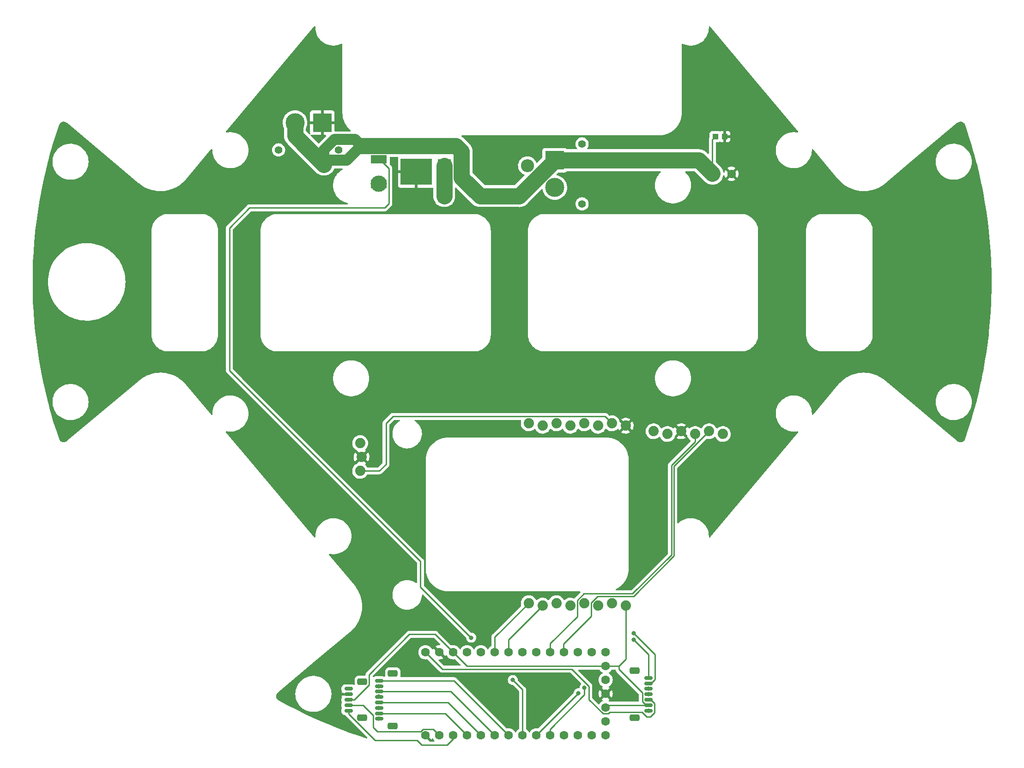
<source format=gtl>
%TF.GenerationSoftware,KiCad,Pcbnew,(6.0.0-0)*%
%TF.CreationDate,2022-03-22T21:17:20+08:00*%
%TF.ProjectId,layer2,6c617965-7232-42e6-9b69-6361645f7063,rev?*%
%TF.SameCoordinates,Original*%
%TF.FileFunction,Copper,L1,Top*%
%TF.FilePolarity,Positive*%
%FSLAX46Y46*%
G04 Gerber Fmt 4.6, Leading zero omitted, Abs format (unit mm)*
G04 Created by KiCad (PCBNEW (6.0.0-0)) date 2022-03-22 21:17:20*
%MOMM*%
%LPD*%
G01*
G04 APERTURE LIST*
G04 Aperture macros list*
%AMRoundRect*
0 Rectangle with rounded corners*
0 $1 Rounding radius*
0 $2 $3 $4 $5 $6 $7 $8 $9 X,Y pos of 4 corners*
0 Add a 4 corners polygon primitive as box body*
4,1,4,$2,$3,$4,$5,$6,$7,$8,$9,$2,$3,0*
0 Add four circle primitives for the rounded corners*
1,1,$1+$1,$2,$3*
1,1,$1+$1,$4,$5*
1,1,$1+$1,$6,$7*
1,1,$1+$1,$8,$9*
0 Add four rect primitives between the rounded corners*
20,1,$1+$1,$2,$3,$4,$5,0*
20,1,$1+$1,$4,$5,$6,$7,0*
20,1,$1+$1,$6,$7,$8,$9,0*
20,1,$1+$1,$8,$9,$2,$3,0*%
G04 Aperture macros list end*
%TA.AperFunction,ComponentPad*%
%ADD10C,1.600000*%
%TD*%
%TA.AperFunction,ComponentPad*%
%ADD11R,2.400000X2.400000*%
%TD*%
%TA.AperFunction,ComponentPad*%
%ADD12O,2.400000X2.400000*%
%TD*%
%TA.AperFunction,ComponentPad*%
%ADD13C,1.879600*%
%TD*%
%TA.AperFunction,SMDPad,CuDef*%
%ADD14R,2.999740X1.597660*%
%TD*%
%TA.AperFunction,SMDPad,CuDef*%
%ADD15R,5.715000X4.826000*%
%TD*%
%TA.AperFunction,SMDPad,CuDef*%
%ADD16RoundRect,0.150000X-0.625000X0.150000X-0.625000X-0.150000X0.625000X-0.150000X0.625000X0.150000X0*%
%TD*%
%TA.AperFunction,SMDPad,CuDef*%
%ADD17RoundRect,0.250000X-0.650000X0.350000X-0.650000X-0.350000X0.650000X-0.350000X0.650000X0.350000X0*%
%TD*%
%TA.AperFunction,ComponentPad*%
%ADD18C,1.400000*%
%TD*%
%TA.AperFunction,ComponentPad*%
%ADD19R,3.500000X3.500000*%
%TD*%
%TA.AperFunction,ComponentPad*%
%ADD20C,3.500000*%
%TD*%
%TA.AperFunction,SMDPad,CuDef*%
%ADD21RoundRect,0.150000X0.625000X-0.150000X0.625000X0.150000X-0.625000X0.150000X-0.625000X-0.150000X0*%
%TD*%
%TA.AperFunction,SMDPad,CuDef*%
%ADD22RoundRect,0.250000X0.650000X-0.350000X0.650000X0.350000X-0.650000X0.350000X-0.650000X-0.350000X0*%
%TD*%
%TA.AperFunction,ComponentPad*%
%ADD23R,2.200000X2.200000*%
%TD*%
%TA.AperFunction,ComponentPad*%
%ADD24O,2.200000X2.200000*%
%TD*%
%TA.AperFunction,SMDPad,CuDef*%
%ADD25R,1.099820X0.998220*%
%TD*%
%TA.AperFunction,ComponentPad*%
%ADD26R,1.600000X1.600000*%
%TD*%
%TA.AperFunction,ViaPad*%
%ADD27C,0.800000*%
%TD*%
%TA.AperFunction,ViaPad*%
%ADD28C,3.000000*%
%TD*%
%TA.AperFunction,Conductor*%
%ADD29C,0.250000*%
%TD*%
%TA.AperFunction,Conductor*%
%ADD30C,3.000000*%
%TD*%
%TA.AperFunction,Conductor*%
%ADD31C,2.000000*%
%TD*%
G04 APERTURE END LIST*
D10*
%TO.P,MU0,0,0*%
%TO.N,/L1RX*%
X112395000Y-184520000D03*
%TO.P,MU0,1,1*%
%TO.N,/L1TX*%
X114935000Y-184520000D03*
%TO.P,MU0,2,2*%
%TO.N,/M1PWM*%
X117475000Y-184520000D03*
%TO.P,MU0,3,3*%
%TO.N,/M2PWM*%
X120015000Y-184520000D03*
%TO.P,MU0,3.3V_1,3.3V_1*%
%TO.N,+3V3*%
X142875000Y-179440000D03*
%TO.P,MU0,3.3V_2,3.3V_2*%
X114935000Y-169280000D03*
%TO.P,MU0,4,4*%
%TO.N,/M3PWM*%
X122555000Y-184520000D03*
%TO.P,MU0,5,5*%
%TO.N,/M4PWM*%
X125095000Y-184520000D03*
%TO.P,MU0,6,6*%
%TO.N,/DRIBBLERPWM*%
X127635000Y-184520000D03*
%TO.P,MU0,7,7*%
%TO.N,/L4RX*%
X130175000Y-184520000D03*
%TO.P,MU0,8,8*%
%TO.N,/L4TX*%
X132715000Y-184520000D03*
%TO.P,MU0,9,9*%
%TO.N,/M1INA*%
X135255000Y-184520000D03*
%TO.P,MU0,10,10*%
%TO.N,/M2INA*%
X137795000Y-184520000D03*
%TO.P,MU0,11,11*%
%TO.N,/M3INA*%
X140335000Y-184520000D03*
%TO.P,MU0,12,12*%
%TO.N,/M4INA*%
X142875000Y-184520000D03*
%TO.P,MU0,13,13*%
%TO.N,unconnected-(MU0-Pad13)*%
X142875000Y-169280000D03*
%TO.P,MU0,14,14*%
%TO.N,/IMUTX*%
X140335000Y-169280000D03*
%TO.P,MU0,15,15*%
%TO.N,/IMURX*%
X137795000Y-169280000D03*
%TO.P,MU0,16,16*%
%TO.N,/BTRX*%
X135255000Y-169280000D03*
%TO.P,MU0,17,17*%
%TO.N,/BTTX*%
X132715000Y-169280000D03*
%TO.P,MU0,18,18*%
%TO.N,unconnected-(MU0-Pad18)*%
X130175000Y-169280000D03*
%TO.P,MU0,19,19*%
%TO.N,unconnected-(MU0-Pad19)*%
X127635000Y-169280000D03*
%TO.P,MU0,20,20*%
%TO.N,/CAMTX*%
X125095000Y-169280000D03*
%TO.P,MU0,21,21*%
%TO.N,/CAMRX*%
X122555000Y-169280000D03*
%TO.P,MU0,22,22*%
%TO.N,unconnected-(MU0-Pad22)*%
X120015000Y-169280000D03*
%TO.P,MU0,23,23*%
%TO.N,unconnected-(MU0-Pad23)*%
X117475000Y-169280000D03*
%TO.P,MU0,G1,G1*%
%TO.N,GND*%
X109855000Y-184520000D03*
%TO.P,MU0,G2,G2*%
X142875000Y-176900000D03*
%TO.P,MU0,G3,G3*%
X112395000Y-169280000D03*
%TO.P,MU0,ONOFF,ON/OFF*%
%TO.N,+3V3*%
X142875000Y-171820000D03*
%TO.P,MU0,PGM,PROGRAM*%
%TO.N,unconnected-(MU0-PadPGM)*%
X142875000Y-174360000D03*
%TO.P,MU0,VBAT,VBAT*%
%TO.N,unconnected-(MU0-PadVBAT)*%
X142875000Y-181980000D03*
%TO.P,MU0,VIN,VIN*%
%TO.N,+5V*%
X109855000Y-169280000D03*
%TD*%
D11*
%TO.P,DRIBBLERD1,1,K*%
%TO.N,Net-(DRIBBLERD1-Pad1)*%
X113284000Y-80028000D03*
D12*
%TO.P,DRIBBLERD1,2,A*%
%TO.N,Net-(DRIBBLERD1-Pad2)*%
X128524000Y-80028000D03*
%TD*%
D13*
%TO.P,BUCKJ1,1,Pin_1*%
%TO.N,+5V*%
X97873000Y-136000000D03*
%TO.P,BUCKJ1,2,Pin_2*%
%TO.N,GND*%
X98127000Y-133460000D03*
%TO.P,BUCKJ1,3,Pin_3*%
%TO.N,+12V*%
X97873000Y-130920000D03*
%TD*%
%TO.P,OPENMVJ1,1,Pin_1*%
%TO.N,/CAMRX*%
X128778000Y-160274000D03*
%TO.P,OPENMVJ1,2,Pin_2*%
%TO.N,/CAMTX*%
X131318000Y-160731200D03*
%TO.P,OPENMVJ1,3,Pin_3*%
%TO.N,unconnected-(OPENMVJ1-Pad3)*%
X133858000Y-160274000D03*
%TO.P,OPENMVJ1,4,Pin_4*%
%TO.N,unconnected-(OPENMVJ1-Pad4)*%
X136398000Y-160731200D03*
%TO.P,OPENMVJ1,5,Pin_5*%
%TO.N,unconnected-(OPENMVJ1-Pad5)*%
X138938000Y-160274000D03*
%TO.P,OPENMVJ1,6,Pin_6*%
%TO.N,unconnected-(OPENMVJ1-Pad6)*%
X141478000Y-160731200D03*
%TO.P,OPENMVJ1,7,Pin_7*%
%TO.N,unconnected-(OPENMVJ1-Pad7)*%
X144018000Y-160274000D03*
%TO.P,OPENMVJ1,8,Pin_8*%
%TO.N,+3V3*%
X146558000Y-160731200D03*
%TD*%
D14*
%TO.P,DRIBBLERQ1,1,G*%
%TO.N,/DRIBBLERPWM*%
X101283135Y-78874620D03*
%TO.P,DRIBBLERQ1,3,S*%
%TO.N,Net-(DRIBBLERD1-Pad2)*%
X101283135Y-83431380D03*
D15*
%TO.P,DRIBBLERQ1,4,D*%
%TO.N,GND*%
X108179235Y-81153000D03*
%TD*%
D16*
%TO.P,L1TRJ2,1,Pin_1*%
%TO.N,/M4PWM*%
X101336000Y-174500000D03*
%TO.P,L1TRJ2,2,Pin_2*%
%TO.N,/M4INA*%
X101336000Y-175500000D03*
%TO.P,L1TRJ2,3,Pin_3*%
%TO.N,/M3PWM*%
X101336000Y-176500000D03*
%TO.P,L1TRJ2,4,Pin_4*%
%TO.N,/M3INA*%
X101336000Y-177500000D03*
%TO.P,L1TRJ2,5,Pin_5*%
%TO.N,/M2PWM*%
X101336000Y-178500000D03*
%TO.P,L1TRJ2,6,Pin_6*%
%TO.N,/M2INA*%
X101336000Y-179500000D03*
%TO.P,L1TRJ2,7,Pin_7*%
%TO.N,/M1PWM*%
X101336000Y-180500000D03*
%TO.P,L1TRJ2,8,Pin_8*%
%TO.N,/M1INA*%
X101336000Y-181500000D03*
D17*
%TO.P,L1TRJ2,MP*%
%TO.N,N/C*%
X103861000Y-182800000D03*
X103861000Y-173200000D03*
%TD*%
D18*
%TO.P,J1,*%
%TO.N,*%
X82932000Y-77136000D03*
X93932000Y-77136000D03*
D19*
%TO.P,J1,1,Pin_1*%
%TO.N,GND*%
X90932000Y-72136000D03*
D20*
%TO.P,J1,2,Pin_2*%
%TO.N,+12V*%
X85932000Y-72136000D03*
%TD*%
D16*
%TO.P,L1TRJ1,1,Pin_1*%
%TO.N,/LIGHT_INT*%
X95750000Y-176000000D03*
%TO.P,L1TRJ1,2,Pin_2*%
%TO.N,GND*%
X95750000Y-177000000D03*
%TO.P,L1TRJ1,3,Pin_3*%
%TO.N,+3V3*%
X95750000Y-178000000D03*
%TO.P,L1TRJ1,4,Pin_4*%
%TO.N,/L1RX*%
X95750000Y-179000000D03*
%TO.P,L1TRJ1,5,Pin_5*%
%TO.N,/L1TX*%
X95750000Y-180000000D03*
D17*
%TO.P,L1TRJ1,MP*%
%TO.N,N/C*%
X98275000Y-181300000D03*
X98275000Y-174700000D03*
%TD*%
D21*
%TO.P,L4TRJ1,1,Pin_1*%
%TO.N,GND*%
X150725000Y-180000000D03*
%TO.P,L4TRJ1,2,Pin_2*%
%TO.N,+3V3*%
X150725000Y-179000000D03*
%TO.P,L4TRJ1,3,Pin_3*%
%TO.N,+5V*%
X150725000Y-178000000D03*
%TO.P,L4TRJ1,4,Pin_4*%
%TO.N,/L4RX*%
X150725000Y-177000000D03*
%TO.P,L4TRJ1,5,Pin_5*%
%TO.N,/L4TX*%
X150725000Y-176000000D03*
%TO.P,L4TRJ1,6,Pin_6*%
%TO.N,/IMURX*%
X150725000Y-175000000D03*
%TO.P,L4TRJ1,7,Pin_7*%
%TO.N,/IMUTX*%
X150725000Y-174000000D03*
D22*
%TO.P,L4TRJ1,MP*%
%TO.N,N/C*%
X148200000Y-181300000D03*
X148200000Y-172700000D03*
%TD*%
D18*
%TO.P,DRIBBLERJ1,*%
%TO.N,*%
X138550000Y-87034000D03*
X138550000Y-76034000D03*
D19*
%TO.P,DRIBBLERJ1,1,Pin_1*%
%TO.N,+12V*%
X133550000Y-79034000D03*
D20*
%TO.P,DRIBBLERJ1,2,Pin_2*%
%TO.N,Net-(DRIBBLERD1-Pad2)*%
X133550000Y-84034000D03*
%TD*%
D13*
%TO.P,BTJ1,1,Pin_1*%
%TO.N,unconnected-(BTJ1-Pad1)*%
X151650000Y-128746000D03*
%TO.P,BTJ1,2,Pin_2*%
%TO.N,+3V3*%
X154190000Y-129254000D03*
%TO.P,BTJ1,3,Pin_3*%
%TO.N,GND*%
X156730000Y-128746000D03*
%TO.P,BTJ1,4,Pin_4*%
%TO.N,/BTTX*%
X159270000Y-129254000D03*
%TO.P,BTJ1,5,Pin_5*%
%TO.N,/BTRX*%
X161810000Y-128746000D03*
%TO.P,BTJ1,6,Pin_6*%
%TO.N,unconnected-(BTJ1-Pad6)*%
X164350000Y-129254000D03*
%TD*%
D23*
%TO.P,DRIBBLERD2,1,K*%
%TO.N,Net-(DRIBBLERD1-Pad1)*%
X113284000Y-85598000D03*
D24*
%TO.P,DRIBBLERD2,2,A*%
%TO.N,+12V*%
X123444000Y-85598000D03*
%TD*%
D25*
%TO.P,DRIBBLERC1,1*%
%TO.N,GND*%
X164678360Y-74676000D03*
%TO.P,DRIBBLERC1,2*%
%TO.N,+12V*%
X162981640Y-74676000D03*
%TD*%
D13*
%TO.P,OPENMVJ2,1,Pin_1*%
%TO.N,unconnected-(OPENMVJ2-Pad1)*%
X128778000Y-127279400D03*
%TO.P,OPENMVJ2,2,Pin_2*%
%TO.N,unconnected-(OPENMVJ2-Pad2)*%
X131318000Y-127736600D03*
%TO.P,OPENMVJ2,3,Pin_3*%
%TO.N,unconnected-(OPENMVJ2-Pad3)*%
X133858000Y-127279400D03*
%TO.P,OPENMVJ2,4,Pin_4*%
%TO.N,unconnected-(OPENMVJ2-Pad4)*%
X136398000Y-127736600D03*
%TO.P,OPENMVJ2,5,Pin_5*%
%TO.N,unconnected-(OPENMVJ2-Pad5)*%
X138938000Y-127279400D03*
%TO.P,OPENMVJ2,6,Pin_6*%
%TO.N,unconnected-(OPENMVJ2-Pad6)*%
X141478000Y-127736600D03*
%TO.P,OPENMVJ2,7,Pin_7*%
%TO.N,+5V*%
X144018000Y-127279400D03*
%TO.P,OPENMVJ2,8,Pin_8*%
%TO.N,GND*%
X146558000Y-127736600D03*
%TD*%
D26*
%TO.P,DRIBBLERCP1,1*%
%TO.N,+12V*%
X162431349Y-81534000D03*
D10*
%TO.P,DRIBBLERCP1,2*%
%TO.N,GND*%
X165931349Y-81534000D03*
%TD*%
D27*
%TO.N,/DRIBBLERPWM*%
X118237000Y-166624000D03*
X125857000Y-174371000D03*
%TO.N,/L4RX*%
X150700000Y-177000000D03*
X137900000Y-176800000D03*
%TO.N,/L4TX*%
X150700000Y-176000000D03*
X139000000Y-175800000D03*
%TO.N,/M1INA*%
X101300000Y-181500000D03*
%TO.N,/M2INA*%
X101300000Y-179500000D03*
%TO.N,/M3INA*%
X101300000Y-177400000D03*
%TO.N,/M4INA*%
X101300000Y-175500000D03*
%TO.N,/IMURX*%
X148000000Y-165800000D03*
%TO.N,GND*%
X140200000Y-173400000D03*
X150700000Y-180000000D03*
X145100000Y-174200000D03*
%TO.N,/IMUTX*%
X148000000Y-167000000D03*
D28*
%TO.N,Net-(DRIBBLERD1-Pad2)*%
X101283016Y-83312000D03*
%TD*%
D29*
%TO.N,/L1RX*%
X109389211Y-183395489D02*
X111270489Y-183395489D01*
X100236480Y-183036480D02*
X101000000Y-183800000D01*
X108984700Y-183800000D02*
X109389211Y-183395489D01*
X95750000Y-179000000D02*
X98389928Y-179000000D01*
X98389928Y-179000000D02*
X100236480Y-180846552D01*
X101000000Y-183800000D02*
X108984700Y-183800000D01*
X100236480Y-180846552D02*
X100236480Y-183036480D01*
X111270489Y-183395489D02*
X112395000Y-184520000D01*
%TO.N,/L1TX*%
X113800000Y-186300000D02*
X114935000Y-185165000D01*
X100612907Y-185450400D02*
X108350400Y-185450400D01*
X108350400Y-185450400D02*
X109200000Y-186300000D01*
X109200000Y-186300000D02*
X113800000Y-186300000D01*
X114935000Y-185165000D02*
X114935000Y-184520000D01*
X95750000Y-180587493D02*
X100612907Y-185450400D01*
X95750000Y-180000000D02*
X95750000Y-180587493D01*
%TO.N,/M1PWM*%
X113455000Y-180500000D02*
X117475000Y-184520000D01*
X101336000Y-180500000D02*
X113455000Y-180500000D01*
%TO.N,/M2PWM*%
X101336000Y-178500000D02*
X113995000Y-178500000D01*
X113995000Y-178500000D02*
X120015000Y-184520000D01*
%TO.N,+3V3*%
X117475000Y-171820000D02*
X114935000Y-169280000D01*
X106900000Y-166000000D02*
X99499520Y-173400480D01*
X142875000Y-171820000D02*
X117475000Y-171820000D01*
X146558000Y-170582000D02*
X145320000Y-171820000D01*
X145320000Y-171820000D02*
X142875000Y-171820000D01*
X143315000Y-179000000D02*
X150725000Y-179000000D01*
X149625480Y-176725480D02*
X145320000Y-172420000D01*
X99499520Y-175287973D02*
X96787493Y-178000000D01*
X99499520Y-173400480D02*
X99499520Y-175287973D01*
X96787493Y-178000000D02*
X95750000Y-178000000D01*
X114935000Y-169280000D02*
X111655000Y-166000000D01*
X149625480Y-178346552D02*
X149625480Y-176725480D01*
X111655000Y-166000000D02*
X106900000Y-166000000D01*
X143315000Y-179000000D02*
X142875000Y-179440000D01*
X146558000Y-160731200D02*
X146558000Y-170582000D01*
X145320000Y-172420000D02*
X145320000Y-171820000D01*
X150278928Y-179000000D02*
X149625480Y-178346552D01*
%TO.N,/M3PWM*%
X101336000Y-176500000D02*
X114535000Y-176500000D01*
X114535000Y-176500000D02*
X122555000Y-184520000D01*
%TO.N,/M4PWM*%
X115075000Y-174500000D02*
X125095000Y-184520000D01*
X101336000Y-174500000D02*
X115075000Y-174500000D01*
%TO.N,/DRIBBLERPWM*%
X77597000Y-87757000D02*
X73914000Y-91440000D01*
X73914000Y-91440000D02*
X73914000Y-117602000D01*
X102362000Y-87757000D02*
X77597000Y-87757000D01*
X108943050Y-152631050D02*
X108943050Y-157330050D01*
X127635000Y-176149000D02*
X127635000Y-184520000D01*
X103107516Y-80501516D02*
X103107516Y-87011484D01*
X101480620Y-78874620D02*
X103107516Y-80501516D01*
X108943050Y-157330050D02*
X118237000Y-166624000D01*
X103107516Y-87011484D02*
X102362000Y-87757000D01*
X125857000Y-174371000D02*
X127635000Y-176149000D01*
X73914000Y-117602000D02*
X108943050Y-152631050D01*
%TO.N,/L4RX*%
X137895000Y-176800000D02*
X130175000Y-184520000D01*
X137900000Y-176800000D02*
X137895000Y-176800000D01*
%TO.N,/L4TX*%
X139000000Y-177100000D02*
X132715000Y-183385000D01*
X139000000Y-175800000D02*
X139000000Y-177100000D01*
X132715000Y-183385000D02*
X132715000Y-184520000D01*
%TO.N,/IMURX*%
X151900000Y-174271072D02*
X151900000Y-169700000D01*
X151900000Y-169700000D02*
X148000000Y-165800000D01*
X150725000Y-175000000D02*
X151171072Y-175000000D01*
X151171072Y-175000000D02*
X151900000Y-174271072D01*
%TO.N,/BTRX*%
X155389520Y-151610479D02*
X155389520Y-135166480D01*
X141411504Y-159009689D02*
X147990311Y-159009689D01*
X135133689Y-167766311D02*
X140213689Y-162686311D01*
X140213689Y-162686311D02*
X140213689Y-160207504D01*
X140213689Y-160207504D02*
X141411504Y-159009689D01*
X155389520Y-135166480D02*
X161810000Y-128746000D01*
X135255000Y-169280000D02*
X135133689Y-169158689D01*
X135133689Y-169158689D02*
X135133689Y-167766311D01*
X147990311Y-159009689D02*
X155389520Y-151610479D01*
%TO.N,/BTTX*%
X154940000Y-134980282D02*
X159270000Y-130650282D01*
X154940000Y-151424282D02*
X154940000Y-134980282D01*
X137673689Y-162726311D02*
X137673689Y-159750304D01*
X137673689Y-159750304D02*
X138863824Y-158560169D01*
X159270000Y-130650282D02*
X159270000Y-129254000D01*
X147804113Y-158560169D02*
X154940000Y-151424282D01*
X132715000Y-167685000D02*
X137673689Y-162726311D01*
X138863824Y-158560169D02*
X147804113Y-158560169D01*
X132715000Y-169280000D02*
X132715000Y-167685000D01*
%TO.N,/CAMTX*%
X125095000Y-166954200D02*
X131318000Y-160731200D01*
X125095000Y-169280000D02*
X125095000Y-166954200D01*
%TO.N,/CAMRX*%
X122555000Y-166497000D02*
X128778000Y-160274000D01*
X122555000Y-169280000D02*
X122555000Y-166497000D01*
%TO.N,+5V*%
X143340789Y-180564511D02*
X142409211Y-180564511D01*
X139800000Y-177955300D02*
X139800000Y-175500000D01*
X151824520Y-178653448D02*
X151824520Y-180346552D01*
X151824520Y-180346552D02*
X151071072Y-181100000D01*
X142753689Y-126015089D02*
X144018000Y-127279400D01*
X101400000Y-136000000D02*
X102600000Y-134800000D01*
X151171072Y-178000000D02*
X151824520Y-178653448D01*
X136700000Y-172400000D02*
X112975000Y-172400000D01*
X150378928Y-181100000D02*
X149531578Y-180252650D01*
X139800000Y-175500000D02*
X136700000Y-172400000D01*
X112975000Y-172400000D02*
X109855000Y-169280000D01*
X143652650Y-180252650D02*
X143340789Y-180564511D01*
X97873000Y-136000000D02*
X101400000Y-136000000D01*
X149531578Y-180252650D02*
X143652650Y-180252650D01*
X102600000Y-134800000D02*
X102600000Y-127300000D01*
X151071072Y-181100000D02*
X150378928Y-181100000D01*
X150725000Y-178000000D02*
X151171072Y-178000000D01*
X102600000Y-127300000D02*
X103884911Y-126015089D01*
X103884911Y-126015089D02*
X142753689Y-126015089D01*
X142409211Y-180564511D02*
X139800000Y-177955300D01*
D30*
%TO.N,+12V*%
X116483520Y-77428498D02*
X115431301Y-76376279D01*
X162431349Y-81499157D02*
X159966192Y-79034000D01*
X91251915Y-79821915D02*
X85932000Y-74502000D01*
D31*
X96945353Y-75236489D02*
X93145196Y-75236489D01*
D30*
X133550000Y-79102529D02*
X127054529Y-85598000D01*
X116483520Y-82193520D02*
X116483520Y-77428498D01*
X115431301Y-76376279D02*
X98085143Y-76376279D01*
X159966192Y-79034000D02*
X133550000Y-79034000D01*
D31*
X95425911Y-79035511D02*
X92038319Y-79035511D01*
X91251915Y-77129770D02*
X91251915Y-79821915D01*
X98085143Y-76376279D02*
X95425911Y-79035511D01*
X92038319Y-79035511D02*
X91251915Y-79821915D01*
D30*
X127054529Y-85598000D02*
X123444000Y-85598000D01*
X119888000Y-85598000D02*
X116483520Y-82193520D01*
D31*
X98085143Y-76376279D02*
X96945353Y-75236489D01*
D30*
X85932000Y-74502000D02*
X85932000Y-72136000D01*
D29*
X162431349Y-81534000D02*
X162431349Y-75226291D01*
D30*
X123444000Y-85598000D02*
X119888000Y-85598000D01*
X133550000Y-79034000D02*
X133550000Y-79102529D01*
D29*
X162431349Y-75226291D02*
X162981640Y-74676000D01*
D31*
X93145196Y-75236489D02*
X91251915Y-77129770D01*
D29*
%TO.N,/IMUTX*%
X150725000Y-174000000D02*
X150725000Y-169725000D01*
X150725000Y-169725000D02*
X148000000Y-167000000D01*
D30*
%TO.N,Net-(DRIBBLERD1-Pad1)*%
X113284000Y-85598000D02*
X113284000Y-80028000D01*
%TD*%
%TA.AperFunction,Conductor*%
%TO.N,GND*%
G36*
X109899032Y-184220924D02*
G01*
X109944095Y-184249885D01*
X110929287Y-185235077D01*
X110941062Y-185241507D01*
X110953077Y-185232211D01*
X110988931Y-185181006D01*
X110994414Y-185171511D01*
X111010529Y-185136951D01*
X111057446Y-185083666D01*
X111125723Y-185064205D01*
X111193683Y-185084747D01*
X111238919Y-185136951D01*
X111255151Y-185171762D01*
X111255154Y-185171767D01*
X111257477Y-185176749D01*
X111388802Y-185364300D01*
X111475907Y-185451405D01*
X111509933Y-185513717D01*
X111504868Y-185584532D01*
X111462321Y-185641368D01*
X111395801Y-185666179D01*
X111386812Y-185666500D01*
X110683809Y-185666500D01*
X110615688Y-185646498D01*
X110572279Y-185599126D01*
X110569357Y-185593567D01*
X109584885Y-184609095D01*
X109550859Y-184546783D01*
X109555924Y-184475968D01*
X109584885Y-184430905D01*
X109765905Y-184249885D01*
X109828217Y-184215859D01*
X109899032Y-184220924D01*
G37*
%TD.AperFunction*%
%TA.AperFunction,Conductor*%
G36*
X161984045Y-54479900D02*
G01*
X162003325Y-54498456D01*
X169714906Y-63688760D01*
X178165258Y-73759498D01*
X178193721Y-73824536D01*
X178182504Y-73894641D01*
X178135165Y-73947552D01*
X178066736Y-73966471D01*
X178041464Y-73963500D01*
X177957889Y-73944972D01*
X177904701Y-73933181D01*
X177750772Y-73916187D01*
X177552797Y-73894330D01*
X177552792Y-73894330D01*
X177549416Y-73893957D01*
X177546017Y-73893951D01*
X177546016Y-73893951D01*
X177377530Y-73893657D01*
X177191972Y-73893333D01*
X177059757Y-73907463D01*
X176839935Y-73930955D01*
X176839929Y-73930956D01*
X176836551Y-73931317D01*
X176833228Y-73932041D01*
X176833225Y-73932042D01*
X176762090Y-73947552D01*
X176487312Y-74007463D01*
X176148339Y-74120882D01*
X176145246Y-74122305D01*
X176145245Y-74122305D01*
X176123686Y-74132221D01*
X175823598Y-74270246D01*
X175820664Y-74272002D01*
X175820662Y-74272003D01*
X175804966Y-74281397D01*
X175516887Y-74453809D01*
X175231795Y-74669422D01*
X175229313Y-74671761D01*
X175229307Y-74671766D01*
X174974142Y-74912222D01*
X174971657Y-74914564D01*
X174969445Y-74917154D01*
X174969443Y-74917156D01*
X174960218Y-74927957D01*
X174739515Y-75186367D01*
X174737596Y-75189179D01*
X174737593Y-75189184D01*
X174667490Y-75291952D01*
X174538086Y-75481651D01*
X174536485Y-75484650D01*
X174422781Y-75697598D01*
X174369725Y-75796962D01*
X174368450Y-75800134D01*
X174368448Y-75800138D01*
X174239207Y-76121638D01*
X174236403Y-76128612D01*
X174235484Y-76131880D01*
X174235482Y-76131887D01*
X174140686Y-76469135D01*
X174139678Y-76472721D01*
X174139116Y-76476078D01*
X174139116Y-76476079D01*
X174086601Y-76789901D01*
X174080683Y-76825263D01*
X174060107Y-77182115D01*
X174060279Y-77185510D01*
X174060279Y-77185511D01*
X174061308Y-77205817D01*
X174078191Y-77539102D01*
X174078728Y-77542457D01*
X174078729Y-77542463D01*
X174109982Y-77737577D01*
X174134724Y-77892047D01*
X174229044Y-78236823D01*
X174360048Y-78569395D01*
X174361631Y-78572410D01*
X174524619Y-78882858D01*
X174524624Y-78882866D01*
X174526203Y-78885874D01*
X174528097Y-78888692D01*
X174528102Y-78888701D01*
X174647425Y-79066272D01*
X174725566Y-79182558D01*
X174955804Y-79455974D01*
X175214225Y-79702927D01*
X175497804Y-79920525D01*
X175532593Y-79941677D01*
X175800311Y-80104452D01*
X175800316Y-80104455D01*
X175803226Y-80106224D01*
X175806314Y-80107670D01*
X175806313Y-80107670D01*
X176123833Y-80256408D01*
X176123843Y-80256412D01*
X176126917Y-80257852D01*
X176130135Y-80258954D01*
X176130138Y-80258955D01*
X176461866Y-80372531D01*
X176461874Y-80372533D01*
X176465089Y-80373634D01*
X176813789Y-80452217D01*
X176895362Y-80461511D01*
X177165553Y-80492296D01*
X177165561Y-80492296D01*
X177168936Y-80492681D01*
X177172340Y-80492699D01*
X177172343Y-80492699D01*
X177365945Y-80493712D01*
X177526375Y-80494552D01*
X177529761Y-80494202D01*
X177529763Y-80494202D01*
X177878534Y-80458161D01*
X177878543Y-80458160D01*
X177881926Y-80457810D01*
X177885259Y-80457096D01*
X177885262Y-80457095D01*
X178057337Y-80420205D01*
X178231429Y-80382883D01*
X178570796Y-80270648D01*
X178896057Y-80122418D01*
X179036797Y-80038853D01*
X179200461Y-79941677D01*
X179200466Y-79941674D01*
X179203406Y-79939928D01*
X179220171Y-79927341D01*
X179486516Y-79727363D01*
X179489249Y-79725311D01*
X179750241Y-79481078D01*
X179983330Y-79210087D01*
X180146983Y-78971971D01*
X180183859Y-78918317D01*
X180183864Y-78918310D01*
X180185789Y-78915508D01*
X180187401Y-78912514D01*
X180187406Y-78912506D01*
X180316973Y-78671872D01*
X180355249Y-78600786D01*
X180489728Y-78269604D01*
X180495485Y-78249396D01*
X180586719Y-77929113D01*
X180587653Y-77925835D01*
X180634636Y-77650973D01*
X180647307Y-77576848D01*
X180647307Y-77576846D01*
X180647879Y-77573501D01*
X180649586Y-77545600D01*
X180669590Y-77218521D01*
X180669700Y-77216723D01*
X180669781Y-77193651D01*
X180664188Y-77090383D01*
X180680477Y-77021281D01*
X180731540Y-76971955D01*
X180801165Y-76958065D01*
X180867246Y-76984023D01*
X180886526Y-77002579D01*
X185453692Y-82445516D01*
X185464312Y-82460200D01*
X185471262Y-82471431D01*
X185473582Y-82474348D01*
X185473583Y-82474349D01*
X185491293Y-82496613D01*
X185507266Y-82516694D01*
X185507353Y-82516780D01*
X185829563Y-82871505D01*
X185831365Y-82873200D01*
X186176909Y-83198256D01*
X186176920Y-83198266D01*
X186178700Y-83199940D01*
X186552529Y-83499970D01*
X186769674Y-83647819D01*
X186909005Y-83742686D01*
X186948746Y-83769745D01*
X187364908Y-84007601D01*
X187798448Y-84212072D01*
X188246695Y-84381897D01*
X188706885Y-84516030D01*
X188709302Y-84516533D01*
X188709303Y-84516533D01*
X189173761Y-84613141D01*
X189173765Y-84613142D01*
X189176180Y-84613644D01*
X189178622Y-84613955D01*
X189178630Y-84613956D01*
X189472013Y-84651279D01*
X189651687Y-84674136D01*
X189654150Y-84674254D01*
X189654158Y-84674255D01*
X190128009Y-84697016D01*
X190128019Y-84697016D01*
X190130474Y-84697134D01*
X190132932Y-84697059D01*
X190132945Y-84697059D01*
X190607116Y-84682571D01*
X190607126Y-84682570D01*
X190609590Y-84682495D01*
X190612041Y-84682227D01*
X190612049Y-84682226D01*
X190908261Y-84649785D01*
X191086080Y-84630311D01*
X191088511Y-84629849D01*
X191088514Y-84629849D01*
X191554590Y-84541362D01*
X191554593Y-84541361D01*
X191557007Y-84540903D01*
X192019468Y-84414822D01*
X192204688Y-84348321D01*
X192468277Y-84253683D01*
X192468285Y-84253680D01*
X192470610Y-84252845D01*
X192856494Y-84079017D01*
X192905408Y-84056983D01*
X192905413Y-84056980D01*
X192907654Y-84055971D01*
X192909803Y-84054792D01*
X192909809Y-84054789D01*
X193325750Y-83826595D01*
X193327903Y-83825414D01*
X193728768Y-83562596D01*
X193741685Y-83552595D01*
X194051083Y-83313033D01*
X194056398Y-83309346D01*
X194056322Y-83309237D01*
X194059368Y-83307095D01*
X194062518Y-83305145D01*
X194080491Y-83290849D01*
X194104877Y-83271451D01*
X194107781Y-83269141D01*
X194110389Y-83266511D01*
X194110397Y-83266503D01*
X194139978Y-83236663D01*
X194148470Y-83228847D01*
X198836487Y-79295133D01*
X203378727Y-79295133D01*
X203378899Y-79298528D01*
X203378899Y-79298529D01*
X203392609Y-79569173D01*
X203396811Y-79652120D01*
X203397348Y-79655475D01*
X203397349Y-79655481D01*
X203424602Y-79825623D01*
X203453344Y-80005065D01*
X203547664Y-80349841D01*
X203678668Y-80682413D01*
X203680251Y-80685428D01*
X203843239Y-80995876D01*
X203843244Y-80995884D01*
X203844823Y-80998892D01*
X203846717Y-81001710D01*
X203846722Y-81001719D01*
X203970844Y-81186432D01*
X204044186Y-81295576D01*
X204274424Y-81568992D01*
X204532845Y-81815945D01*
X204816424Y-82033543D01*
X204851213Y-82054695D01*
X205118931Y-82217470D01*
X205118936Y-82217473D01*
X205121846Y-82219242D01*
X205124934Y-82220688D01*
X205124933Y-82220688D01*
X205442453Y-82369426D01*
X205442463Y-82369430D01*
X205445537Y-82370870D01*
X205448755Y-82371972D01*
X205448758Y-82371973D01*
X205780486Y-82485549D01*
X205780494Y-82485551D01*
X205783709Y-82486652D01*
X206132409Y-82565235D01*
X206172151Y-82569763D01*
X206484173Y-82605314D01*
X206484181Y-82605314D01*
X206487556Y-82605699D01*
X206490960Y-82605717D01*
X206490963Y-82605717D01*
X206684565Y-82606730D01*
X206844995Y-82607570D01*
X206848381Y-82607220D01*
X206848383Y-82607220D01*
X207197154Y-82571179D01*
X207197163Y-82571178D01*
X207200546Y-82570828D01*
X207203879Y-82570114D01*
X207203882Y-82570113D01*
X207380622Y-82532223D01*
X207550049Y-82495901D01*
X207889416Y-82383666D01*
X208214677Y-82235436D01*
X208430672Y-82107188D01*
X208519081Y-82054695D01*
X208519086Y-82054692D01*
X208522026Y-82052946D01*
X208547869Y-82033543D01*
X208805136Y-81840381D01*
X208807869Y-81838329D01*
X209068861Y-81594096D01*
X209301950Y-81323105D01*
X209427739Y-81140081D01*
X209502479Y-81031335D01*
X209502484Y-81031328D01*
X209504409Y-81028526D01*
X209506021Y-81025532D01*
X209506026Y-81025524D01*
X209666229Y-80727993D01*
X209673869Y-80713804D01*
X209808348Y-80382622D01*
X209810909Y-80373634D01*
X209865616Y-80181581D01*
X209906273Y-80038853D01*
X209966499Y-79686519D01*
X209968398Y-79655481D01*
X209988210Y-79331539D01*
X209988320Y-79329741D01*
X209988401Y-79306669D01*
X209969071Y-78949748D01*
X209944927Y-78802312D01*
X209911855Y-78600353D01*
X209911854Y-78600349D01*
X209911306Y-78597002D01*
X209815784Y-78252557D01*
X209683620Y-77920444D01*
X209618460Y-77797378D01*
X209517960Y-77607566D01*
X209517956Y-77607559D01*
X209516361Y-77604547D01*
X209315964Y-77308561D01*
X209084772Y-77035950D01*
X208903810Y-76864223D01*
X208827958Y-76792242D01*
X208827957Y-76792241D01*
X208825491Y-76789901D01*
X208541154Y-76573294D01*
X208538242Y-76571537D01*
X208538237Y-76571534D01*
X208238007Y-76390424D01*
X208238006Y-76390424D01*
X208235086Y-76388662D01*
X208227243Y-76385021D01*
X207913949Y-76239595D01*
X207913947Y-76239594D01*
X207910868Y-76238165D01*
X207907656Y-76237078D01*
X207907649Y-76237075D01*
X207575529Y-76124659D01*
X207575524Y-76124657D01*
X207572293Y-76123564D01*
X207563606Y-76121638D01*
X207486170Y-76104471D01*
X207223321Y-76046199D01*
X207063233Y-76028525D01*
X206871417Y-76007348D01*
X206871412Y-76007348D01*
X206868036Y-76006975D01*
X206864637Y-76006969D01*
X206864636Y-76006969D01*
X206696150Y-76006675D01*
X206510592Y-76006351D01*
X206433892Y-76014548D01*
X206158555Y-76043973D01*
X206158549Y-76043974D01*
X206155171Y-76044335D01*
X206151848Y-76045059D01*
X206151845Y-76045060D01*
X206143223Y-76046940D01*
X205805932Y-76120481D01*
X205466959Y-76233900D01*
X205142218Y-76383264D01*
X205139284Y-76385020D01*
X205139282Y-76385021D01*
X205048331Y-76439454D01*
X204835507Y-76566827D01*
X204550415Y-76782440D01*
X204547933Y-76784779D01*
X204547927Y-76784784D01*
X204294682Y-77023431D01*
X204290277Y-77027582D01*
X204288065Y-77030172D01*
X204288063Y-77030174D01*
X204257630Y-77065807D01*
X204058135Y-77299385D01*
X204056216Y-77302197D01*
X204056213Y-77302202D01*
X203978288Y-77416437D01*
X203856706Y-77594669D01*
X203825391Y-77653317D01*
X203699718Y-77888681D01*
X203688345Y-77909980D01*
X203687070Y-77913152D01*
X203687068Y-77913156D01*
X203578418Y-78183434D01*
X203555023Y-78241630D01*
X203554104Y-78244898D01*
X203554102Y-78244905D01*
X203459547Y-78581295D01*
X203458298Y-78585739D01*
X203457736Y-78589096D01*
X203457736Y-78589097D01*
X203408578Y-78882858D01*
X203399303Y-78938281D01*
X203378727Y-79295133D01*
X198836487Y-79295133D01*
X207293465Y-72198885D01*
X207305370Y-72190036D01*
X207325154Y-72177065D01*
X207325156Y-72177063D01*
X207329990Y-72173894D01*
X207354382Y-72150543D01*
X207370220Y-72137671D01*
X207372656Y-72136000D01*
X207482658Y-72060522D01*
X207503967Y-72048753D01*
X207641136Y-71989483D01*
X207664310Y-71982031D01*
X207810329Y-71950244D01*
X207834500Y-71947388D01*
X207899822Y-71946027D01*
X207983903Y-71944274D01*
X208008179Y-71946121D01*
X208155384Y-71971796D01*
X208178848Y-71978276D01*
X208283833Y-72018535D01*
X208318372Y-72031780D01*
X208340148Y-72042648D01*
X208416121Y-72090248D01*
X208466787Y-72121992D01*
X208486071Y-72136850D01*
X208595077Y-72239056D01*
X208611144Y-72257344D01*
X208698464Y-72378608D01*
X208710715Y-72399646D01*
X208759429Y-72505708D01*
X208763847Y-72517127D01*
X208764620Y-72520650D01*
X208786537Y-72572597D01*
X208789904Y-72581508D01*
X209360497Y-74284082D01*
X209361272Y-74286473D01*
X209609243Y-75081028D01*
X209906845Y-76034614D01*
X209907601Y-76037131D01*
X210207459Y-77073489D01*
X210414524Y-77789140D01*
X210416530Y-77796074D01*
X210417228Y-77798581D01*
X210874691Y-79512818D01*
X210889395Y-79567917D01*
X210890042Y-79570448D01*
X211325176Y-81349170D01*
X211325771Y-81351717D01*
X211723720Y-83139199D01*
X211724248Y-83141695D01*
X211830524Y-83670870D01*
X212084808Y-84937022D01*
X212085299Y-84939604D01*
X212408325Y-86742052D01*
X212408762Y-86744644D01*
X212694125Y-88553485D01*
X212694507Y-88556086D01*
X212942064Y-90370426D01*
X212942392Y-90373034D01*
X213060744Y-91399935D01*
X213137456Y-92065535D01*
X213152047Y-92192139D01*
X213152321Y-92194753D01*
X213323984Y-94017881D01*
X213324203Y-94020501D01*
X213457793Y-95846755D01*
X213457958Y-95849378D01*
X213553426Y-97678119D01*
X213553535Y-97680746D01*
X213568451Y-98157234D01*
X213604183Y-99298663D01*
X213610829Y-99510979D01*
X213610883Y-99513571D01*
X213619190Y-100309826D01*
X213629985Y-101344686D01*
X213629985Y-101347314D01*
X213623779Y-101942210D01*
X213613033Y-102972426D01*
X213610884Y-103178393D01*
X213610830Y-103180984D01*
X213582691Y-104079872D01*
X213553535Y-105011254D01*
X213553426Y-105013881D01*
X213457958Y-106842622D01*
X213457793Y-106845245D01*
X213324203Y-108671499D01*
X213323984Y-108674119D01*
X213152321Y-110497247D01*
X213152049Y-110499837D01*
X213091072Y-111028917D01*
X212942392Y-112318966D01*
X212942064Y-112321574D01*
X212694507Y-114135914D01*
X212694125Y-114138515D01*
X212408762Y-115947356D01*
X212408325Y-115949948D01*
X212085299Y-117752396D01*
X212084808Y-117754978D01*
X211970315Y-118325070D01*
X211735946Y-119492060D01*
X211724254Y-119550276D01*
X211723720Y-119552801D01*
X211333466Y-121305718D01*
X211325774Y-121340270D01*
X211325179Y-121342816D01*
X210913651Y-123025046D01*
X210890046Y-123121536D01*
X210889399Y-123124067D01*
X210444169Y-124792466D01*
X210417235Y-124893394D01*
X210416538Y-124895899D01*
X210278956Y-125371406D01*
X209907601Y-126654869D01*
X209906845Y-126657386D01*
X209667779Y-127423410D01*
X209361272Y-128405527D01*
X209360497Y-128407918D01*
X208799893Y-130080684D01*
X208793799Y-130095616D01*
X208783570Y-130116706D01*
X208782039Y-130122272D01*
X208782039Y-130122273D01*
X208774617Y-130149263D01*
X208767627Y-130168443D01*
X208710715Y-130292354D01*
X208698464Y-130313392D01*
X208611144Y-130434656D01*
X208595077Y-130452944D01*
X208486071Y-130555150D01*
X208466787Y-130570008D01*
X208416121Y-130601752D01*
X208340148Y-130649352D01*
X208318372Y-130660220D01*
X208283833Y-130673465D01*
X208178848Y-130713724D01*
X208155384Y-130720204D01*
X208008179Y-130745879D01*
X207983903Y-130747726D01*
X207895289Y-130745879D01*
X207834500Y-130744612D01*
X207810329Y-130741756D01*
X207664310Y-130709969D01*
X207641136Y-130702517D01*
X207607088Y-130687805D01*
X207503963Y-130643246D01*
X207482660Y-130631480D01*
X207386411Y-130565439D01*
X207376763Y-130557906D01*
X207374295Y-130555282D01*
X207324187Y-130518542D01*
X207317703Y-130513453D01*
X207307116Y-130504569D01*
X205356324Y-128867660D01*
X198808991Y-123373795D01*
X203378727Y-123373795D01*
X203378899Y-123377190D01*
X203378899Y-123377191D01*
X203380389Y-123406597D01*
X203396811Y-123730782D01*
X203397348Y-123734137D01*
X203397349Y-123734143D01*
X203407777Y-123799246D01*
X203453344Y-124083727D01*
X203547664Y-124428503D01*
X203678668Y-124761075D01*
X203680251Y-124764090D01*
X203843239Y-125074538D01*
X203843244Y-125074546D01*
X203844823Y-125077554D01*
X203846717Y-125080372D01*
X203846722Y-125080381D01*
X204036142Y-125362267D01*
X204044186Y-125374238D01*
X204274424Y-125647654D01*
X204532845Y-125894607D01*
X204816424Y-126112205D01*
X204851213Y-126133357D01*
X205118931Y-126296132D01*
X205118936Y-126296135D01*
X205121846Y-126297904D01*
X205124934Y-126299350D01*
X205124933Y-126299350D01*
X205442453Y-126448088D01*
X205442463Y-126448092D01*
X205445537Y-126449532D01*
X205448755Y-126450634D01*
X205448758Y-126450635D01*
X205780486Y-126564211D01*
X205780494Y-126564213D01*
X205783709Y-126565314D01*
X206132409Y-126643897D01*
X206198859Y-126651468D01*
X206484173Y-126683976D01*
X206484181Y-126683976D01*
X206487556Y-126684361D01*
X206490960Y-126684379D01*
X206490963Y-126684379D01*
X206684565Y-126685392D01*
X206844995Y-126686232D01*
X206848381Y-126685882D01*
X206848383Y-126685882D01*
X207197154Y-126649841D01*
X207197163Y-126649840D01*
X207200546Y-126649490D01*
X207203879Y-126648776D01*
X207203882Y-126648775D01*
X207375957Y-126611885D01*
X207550049Y-126574563D01*
X207889416Y-126462328D01*
X208214677Y-126314098D01*
X208361062Y-126227181D01*
X208519081Y-126133357D01*
X208519086Y-126133354D01*
X208522026Y-126131608D01*
X208547869Y-126112205D01*
X208805136Y-125919043D01*
X208807869Y-125916991D01*
X209068861Y-125672758D01*
X209301950Y-125401767D01*
X209408235Y-125247122D01*
X209502479Y-125109997D01*
X209502484Y-125109990D01*
X209504409Y-125107188D01*
X209506021Y-125104194D01*
X209506026Y-125104186D01*
X209672247Y-124795478D01*
X209673869Y-124792466D01*
X209808348Y-124461284D01*
X209814105Y-124441076D01*
X209905339Y-124120793D01*
X209906273Y-124117515D01*
X209912624Y-124080361D01*
X209965927Y-123768528D01*
X209965927Y-123768526D01*
X209966499Y-123765181D01*
X209968398Y-123734143D01*
X209988210Y-123410201D01*
X209988320Y-123408403D01*
X209988401Y-123385331D01*
X209969071Y-123028410D01*
X209911306Y-122675664D01*
X209815784Y-122331219D01*
X209683620Y-121999106D01*
X209564776Y-121774648D01*
X209517960Y-121686228D01*
X209517956Y-121686221D01*
X209516361Y-121683209D01*
X209315964Y-121387223D01*
X209084772Y-121114612D01*
X208825491Y-120868563D01*
X208541154Y-120651956D01*
X208538242Y-120650199D01*
X208538237Y-120650196D01*
X208238007Y-120469086D01*
X208238006Y-120469086D01*
X208235086Y-120467324D01*
X208227243Y-120463683D01*
X207913949Y-120318257D01*
X207913947Y-120318256D01*
X207910868Y-120316827D01*
X207907656Y-120315740D01*
X207907649Y-120315737D01*
X207575529Y-120203321D01*
X207575524Y-120203319D01*
X207572293Y-120202226D01*
X207558387Y-120199143D01*
X207450476Y-120175220D01*
X207223321Y-120124861D01*
X207097788Y-120111002D01*
X206871417Y-120086010D01*
X206871412Y-120086010D01*
X206868036Y-120085637D01*
X206864637Y-120085631D01*
X206864636Y-120085631D01*
X206696150Y-120085337D01*
X206510592Y-120085013D01*
X206378377Y-120099143D01*
X206158555Y-120122635D01*
X206158549Y-120122636D01*
X206155171Y-120122997D01*
X206151848Y-120123721D01*
X206151845Y-120123722D01*
X206037449Y-120148665D01*
X205805932Y-120199143D01*
X205466959Y-120312562D01*
X205463866Y-120313985D01*
X205463865Y-120313985D01*
X205287289Y-120395201D01*
X205142218Y-120461926D01*
X205139284Y-120463682D01*
X205139282Y-120463683D01*
X205048331Y-120518116D01*
X204835507Y-120645489D01*
X204550415Y-120861102D01*
X204547933Y-120863441D01*
X204547927Y-120863446D01*
X204292762Y-121103902D01*
X204290277Y-121106244D01*
X204288065Y-121108834D01*
X204288063Y-121108836D01*
X204266849Y-121133675D01*
X204058135Y-121378047D01*
X204056216Y-121380859D01*
X204056213Y-121380864D01*
X204049951Y-121390044D01*
X203856706Y-121673331D01*
X203855105Y-121676330D01*
X203695754Y-121974767D01*
X203688345Y-121988642D01*
X203687070Y-121991814D01*
X203687068Y-121991818D01*
X203558292Y-122312161D01*
X203555023Y-122320292D01*
X203554104Y-122323560D01*
X203554102Y-122323567D01*
X203459219Y-122661123D01*
X203458298Y-122664401D01*
X203457736Y-122667758D01*
X203457736Y-122667759D01*
X203405221Y-122981581D01*
X203399303Y-123016943D01*
X203378727Y-123373795D01*
X198808991Y-123373795D01*
X194172900Y-119483652D01*
X194159890Y-119471034D01*
X194151097Y-119461182D01*
X194148312Y-119458718D01*
X194148308Y-119458714D01*
X194110574Y-119425330D01*
X194110573Y-119425330D01*
X194107781Y-119422859D01*
X194107680Y-119422789D01*
X194106499Y-119421875D01*
X194106498Y-119421873D01*
X193730734Y-119130926D01*
X193730730Y-119130923D01*
X193728768Y-119129404D01*
X193327903Y-118866586D01*
X193004351Y-118689079D01*
X192909809Y-118637211D01*
X192909803Y-118637208D01*
X192907654Y-118636029D01*
X192905413Y-118635020D01*
X192905408Y-118635017D01*
X192563460Y-118480981D01*
X192470610Y-118439155D01*
X192468285Y-118438320D01*
X192468277Y-118438317D01*
X192021799Y-118278015D01*
X192019468Y-118277178D01*
X191557007Y-118151097D01*
X191554593Y-118150639D01*
X191554590Y-118150638D01*
X191088514Y-118062151D01*
X191088511Y-118062151D01*
X191086080Y-118061689D01*
X190879885Y-118039107D01*
X190612049Y-118009774D01*
X190612041Y-118009773D01*
X190609590Y-118009505D01*
X190607126Y-118009430D01*
X190607116Y-118009429D01*
X190132945Y-117994941D01*
X190132932Y-117994941D01*
X190130474Y-117994866D01*
X190128019Y-117994984D01*
X190128009Y-117994984D01*
X189654158Y-118017745D01*
X189654150Y-118017746D01*
X189651687Y-118017864D01*
X189484703Y-118039107D01*
X189178630Y-118078044D01*
X189178622Y-118078045D01*
X189176180Y-118078356D01*
X189173765Y-118078858D01*
X189173761Y-118078859D01*
X188709303Y-118175467D01*
X188706885Y-118175970D01*
X188246695Y-118310103D01*
X187798448Y-118479928D01*
X187469613Y-118635017D01*
X187372075Y-118681019D01*
X187364908Y-118684399D01*
X186948746Y-118922255D01*
X186552529Y-119192030D01*
X186178700Y-119492060D01*
X186176920Y-119493734D01*
X186176909Y-119493744D01*
X186115429Y-119551579D01*
X185829563Y-119820495D01*
X185555737Y-120121953D01*
X185555479Y-120122237D01*
X185550883Y-120126793D01*
X185550978Y-120126887D01*
X185548361Y-120129516D01*
X185545589Y-120131990D01*
X185507266Y-120175306D01*
X185481185Y-120212901D01*
X185474200Y-120222044D01*
X180919598Y-125650008D01*
X180887184Y-125688638D01*
X180828074Y-125727965D01*
X180757086Y-125729091D01*
X180696759Y-125691660D01*
X180666245Y-125627555D01*
X180664897Y-125599955D01*
X180669590Y-125523219D01*
X180669700Y-125521421D01*
X180669752Y-125506511D01*
X180669775Y-125500168D01*
X180669775Y-125500155D01*
X180669781Y-125498349D01*
X180650451Y-125141428D01*
X180610035Y-124894622D01*
X180593235Y-124792033D01*
X180593234Y-124792029D01*
X180592686Y-124788682D01*
X180497164Y-124444237D01*
X180365000Y-124112124D01*
X180247226Y-123889688D01*
X180199340Y-123799246D01*
X180199336Y-123799239D01*
X180197741Y-123796227D01*
X179997344Y-123500241D01*
X179766152Y-123227630D01*
X179556218Y-123028410D01*
X179509338Y-122983922D01*
X179509337Y-122983921D01*
X179506871Y-122981581D01*
X179222534Y-122764974D01*
X179219622Y-122763217D01*
X179219617Y-122763214D01*
X178919387Y-122582104D01*
X178919386Y-122582104D01*
X178916466Y-122580342D01*
X178908623Y-122576701D01*
X178595329Y-122431275D01*
X178595327Y-122431274D01*
X178592248Y-122429845D01*
X178589036Y-122428758D01*
X178589029Y-122428755D01*
X178256909Y-122316339D01*
X178256904Y-122316337D01*
X178253673Y-122315244D01*
X178239767Y-122312161D01*
X178169746Y-122296638D01*
X177904701Y-122237879D01*
X177779168Y-122224020D01*
X177552797Y-122199028D01*
X177552792Y-122199028D01*
X177549416Y-122198655D01*
X177546017Y-122198649D01*
X177546016Y-122198649D01*
X177377530Y-122198355D01*
X177191972Y-122198031D01*
X177059757Y-122212161D01*
X176839935Y-122235653D01*
X176839929Y-122235654D01*
X176836551Y-122236015D01*
X176833228Y-122236739D01*
X176833225Y-122236740D01*
X176824603Y-122238620D01*
X176487312Y-122312161D01*
X176148339Y-122425580D01*
X175823598Y-122574944D01*
X175820664Y-122576700D01*
X175820662Y-122576701D01*
X175729711Y-122631134D01*
X175516887Y-122758507D01*
X175231795Y-122974120D01*
X175229313Y-122976459D01*
X175229307Y-122976464D01*
X175075361Y-123121536D01*
X174971657Y-123219262D01*
X174969445Y-123221852D01*
X174969443Y-123221854D01*
X174910949Y-123290342D01*
X174739515Y-123491065D01*
X174737596Y-123493877D01*
X174737593Y-123493882D01*
X174731331Y-123503062D01*
X174538086Y-123786349D01*
X174536485Y-123789348D01*
X174381098Y-124080361D01*
X174369725Y-124101660D01*
X174368450Y-124104832D01*
X174368448Y-124104836D01*
X174362034Y-124120793D01*
X174236403Y-124433310D01*
X174235484Y-124436578D01*
X174235482Y-124436585D01*
X174140599Y-124774141D01*
X174139678Y-124777419D01*
X174139116Y-124780776D01*
X174139116Y-124780777D01*
X174089958Y-125074538D01*
X174080683Y-125129961D01*
X174060107Y-125486813D01*
X174060279Y-125490208D01*
X174060279Y-125490209D01*
X174077479Y-125829739D01*
X174078191Y-125843800D01*
X174078728Y-125847155D01*
X174078729Y-125847161D01*
X174117547Y-126089503D01*
X174134724Y-126196745D01*
X174229044Y-126541521D01*
X174360048Y-126874093D01*
X174361631Y-126877108D01*
X174524619Y-127187556D01*
X174524624Y-127187564D01*
X174526203Y-127190572D01*
X174528097Y-127193390D01*
X174528102Y-127193399D01*
X174682663Y-127423410D01*
X174725566Y-127487256D01*
X174955804Y-127760672D01*
X175214225Y-128007625D01*
X175497804Y-128225223D01*
X175565599Y-128266443D01*
X175800311Y-128409150D01*
X175800316Y-128409153D01*
X175803226Y-128410922D01*
X175806314Y-128412368D01*
X175806313Y-128412368D01*
X176123833Y-128561106D01*
X176123843Y-128561110D01*
X176126917Y-128562550D01*
X176130135Y-128563652D01*
X176130138Y-128563653D01*
X176461866Y-128677229D01*
X176461874Y-128677231D01*
X176465089Y-128678332D01*
X176813789Y-128756915D01*
X176856603Y-128761793D01*
X177165553Y-128796994D01*
X177165561Y-128796994D01*
X177168936Y-128797379D01*
X177172340Y-128797397D01*
X177172343Y-128797397D01*
X177365945Y-128798410D01*
X177526375Y-128799250D01*
X177529761Y-128798900D01*
X177529763Y-128798900D01*
X177878534Y-128762859D01*
X177878543Y-128762858D01*
X177881926Y-128762508D01*
X177885259Y-128761794D01*
X177885262Y-128761793D01*
X178028114Y-128731168D01*
X178042518Y-128728080D01*
X178113318Y-128733359D01*
X178170025Y-128776076D01*
X178194635Y-128842671D01*
X178179335Y-128911999D01*
X178165453Y-128932270D01*
X162173333Y-147990936D01*
X162003983Y-148192760D01*
X161944873Y-148232087D01*
X161873885Y-148233213D01*
X161813558Y-148195782D01*
X161783044Y-148131677D01*
X161781696Y-148104077D01*
X161786389Y-148027342D01*
X161786499Y-148025544D01*
X161786580Y-148002472D01*
X161767250Y-147645551D01*
X161709485Y-147292805D01*
X161613963Y-146948360D01*
X161481799Y-146616247D01*
X161451834Y-146559653D01*
X161316139Y-146303369D01*
X161316135Y-146303362D01*
X161314540Y-146300350D01*
X161114143Y-146004364D01*
X160882951Y-145731753D01*
X160623670Y-145485704D01*
X160339333Y-145269097D01*
X160336421Y-145267340D01*
X160336416Y-145267337D01*
X160036186Y-145086227D01*
X160036185Y-145086227D01*
X160033265Y-145084465D01*
X160025422Y-145080824D01*
X159712128Y-144935398D01*
X159712126Y-144935397D01*
X159709047Y-144933968D01*
X159705835Y-144932881D01*
X159705828Y-144932878D01*
X159373708Y-144820462D01*
X159373703Y-144820460D01*
X159370472Y-144819367D01*
X159356566Y-144816284D01*
X159286545Y-144800761D01*
X159021500Y-144742002D01*
X158895967Y-144728143D01*
X158669596Y-144703151D01*
X158669591Y-144703151D01*
X158666215Y-144702778D01*
X158662816Y-144702772D01*
X158662815Y-144702772D01*
X158494329Y-144702478D01*
X158308771Y-144702154D01*
X158176556Y-144716284D01*
X157956734Y-144739776D01*
X157956728Y-144739777D01*
X157953350Y-144740138D01*
X157950027Y-144740862D01*
X157950024Y-144740863D01*
X157941402Y-144742743D01*
X157604111Y-144816284D01*
X157265138Y-144929703D01*
X156940397Y-145079067D01*
X156937463Y-145080823D01*
X156937461Y-145080824D01*
X156846510Y-145135257D01*
X156633686Y-145262630D01*
X156348594Y-145478243D01*
X156346112Y-145480582D01*
X156346106Y-145480587D01*
X156235433Y-145584881D01*
X156172139Y-145617043D01*
X156101505Y-145609880D01*
X156045956Y-145565666D01*
X156023020Y-145493182D01*
X156023020Y-135481074D01*
X156043022Y-135412953D01*
X156059925Y-135391979D01*
X161279204Y-130172701D01*
X161341516Y-130138675D01*
X161402476Y-130140767D01*
X161404552Y-130141560D01*
X161637928Y-130189041D01*
X161772121Y-130193962D01*
X161870760Y-130197579D01*
X161870764Y-130197579D01*
X161875924Y-130197768D01*
X161881044Y-130197112D01*
X161881046Y-130197112D01*
X162107023Y-130168164D01*
X162107024Y-130168164D01*
X162112151Y-130167507D01*
X162196803Y-130142110D01*
X162335316Y-130100554D01*
X162335317Y-130100553D01*
X162340262Y-130099070D01*
X162554133Y-129994295D01*
X162558336Y-129991297D01*
X162558341Y-129991294D01*
X162743816Y-129858996D01*
X162743818Y-129858994D01*
X162748020Y-129855997D01*
X162751675Y-129852355D01*
X162751683Y-129852348D01*
X162815302Y-129788951D01*
X162877673Y-129755035D01*
X162948480Y-129760224D01*
X163005241Y-129802870D01*
X163020984Y-129830799D01*
X163050891Y-129904453D01*
X163050893Y-129904457D01*
X163052837Y-129909244D01*
X163177274Y-130112306D01*
X163333204Y-130292317D01*
X163516442Y-130444444D01*
X163520894Y-130447046D01*
X163520899Y-130447049D01*
X163707189Y-130555908D01*
X163722065Y-130564601D01*
X163944552Y-130649560D01*
X163949618Y-130650591D01*
X163949619Y-130650591D01*
X163960580Y-130652821D01*
X164177928Y-130697041D01*
X164312121Y-130701962D01*
X164410760Y-130705579D01*
X164410764Y-130705579D01*
X164415924Y-130705768D01*
X164421044Y-130705112D01*
X164421046Y-130705112D01*
X164647023Y-130676164D01*
X164647024Y-130676164D01*
X164652151Y-130675507D01*
X164735200Y-130650591D01*
X164875316Y-130608554D01*
X164875317Y-130608553D01*
X164880262Y-130607070D01*
X165094133Y-130502295D01*
X165098336Y-130499297D01*
X165098341Y-130499294D01*
X165283816Y-130366996D01*
X165283818Y-130366994D01*
X165288020Y-130363997D01*
X165456716Y-130195889D01*
X165595690Y-130002486D01*
X165598615Y-129996569D01*
X165698917Y-129793624D01*
X165698918Y-129793622D01*
X165701211Y-129788982D01*
X165765512Y-129577342D01*
X165768941Y-129566055D01*
X165768941Y-129566054D01*
X165770443Y-129561111D01*
X165777762Y-129505518D01*
X165801092Y-129328313D01*
X165801092Y-129328309D01*
X165801529Y-129324992D01*
X165803264Y-129254000D01*
X165783750Y-129016644D01*
X165725731Y-128785663D01*
X165655350Y-128623797D01*
X165632827Y-128571996D01*
X165632825Y-128571993D01*
X165630767Y-128567259D01*
X165626787Y-128561106D01*
X165526103Y-128405474D01*
X165501406Y-128367298D01*
X165485270Y-128349564D01*
X165421051Y-128278989D01*
X165341124Y-128191150D01*
X165337073Y-128187951D01*
X165337069Y-128187947D01*
X165158278Y-128046747D01*
X165158273Y-128046744D01*
X165154224Y-128043546D01*
X165149708Y-128041053D01*
X165149705Y-128041051D01*
X164950250Y-127930946D01*
X164950246Y-127930944D01*
X164945726Y-127928449D01*
X164940857Y-127926725D01*
X164940853Y-127926723D01*
X164726105Y-127850676D01*
X164726101Y-127850675D01*
X164721230Y-127848950D01*
X164716140Y-127848043D01*
X164716135Y-127848042D01*
X164588814Y-127825364D01*
X164486764Y-127807186D01*
X164397637Y-127806097D01*
X164253795Y-127804339D01*
X164253793Y-127804339D01*
X164248625Y-127804276D01*
X164013209Y-127840300D01*
X163786838Y-127914289D01*
X163739277Y-127939048D01*
X163603556Y-128009700D01*
X163575590Y-128024258D01*
X163571457Y-128027361D01*
X163571454Y-128027363D01*
X163394741Y-128160043D01*
X163385140Y-128167252D01*
X163346117Y-128208087D01*
X163284595Y-128243517D01*
X163213682Y-128240061D01*
X163155896Y-128198815D01*
X163139474Y-128171278D01*
X163092827Y-128063996D01*
X163092825Y-128063993D01*
X163090767Y-128059259D01*
X163073694Y-128032867D01*
X163006142Y-127928449D01*
X162961406Y-127859298D01*
X162945582Y-127841907D01*
X162894506Y-127785776D01*
X162801124Y-127683150D01*
X162797073Y-127679951D01*
X162797069Y-127679947D01*
X162618278Y-127538747D01*
X162618273Y-127538744D01*
X162614224Y-127535546D01*
X162609708Y-127533053D01*
X162609705Y-127533051D01*
X162410250Y-127422946D01*
X162410246Y-127422944D01*
X162405726Y-127420449D01*
X162400857Y-127418725D01*
X162400853Y-127418723D01*
X162186105Y-127342676D01*
X162186101Y-127342675D01*
X162181230Y-127340950D01*
X162176140Y-127340043D01*
X162176135Y-127340042D01*
X162048814Y-127317364D01*
X161946764Y-127299186D01*
X161857637Y-127298097D01*
X161713795Y-127296339D01*
X161713793Y-127296339D01*
X161708625Y-127296276D01*
X161473209Y-127332300D01*
X161246838Y-127406289D01*
X161237416Y-127411194D01*
X161086285Y-127489868D01*
X161035590Y-127516258D01*
X161031457Y-127519361D01*
X161031454Y-127519363D01*
X160849275Y-127656147D01*
X160845140Y-127659252D01*
X160680602Y-127831431D01*
X160546394Y-128028172D01*
X160479780Y-128171681D01*
X160432956Y-128225048D01*
X160364713Y-128244629D01*
X160296717Y-128224206D01*
X160272299Y-128203431D01*
X160264603Y-128194973D01*
X160264601Y-128194971D01*
X160261124Y-128191150D01*
X160257073Y-128187951D01*
X160257069Y-128187947D01*
X160078278Y-128046747D01*
X160078273Y-128046744D01*
X160074224Y-128043546D01*
X160069708Y-128041053D01*
X160069705Y-128041051D01*
X159870250Y-127930946D01*
X159870246Y-127930944D01*
X159865726Y-127928449D01*
X159860857Y-127926725D01*
X159860853Y-127926723D01*
X159646105Y-127850676D01*
X159646101Y-127850675D01*
X159641230Y-127848950D01*
X159636140Y-127848043D01*
X159636135Y-127848042D01*
X159508814Y-127825364D01*
X159406764Y-127807186D01*
X159317637Y-127806097D01*
X159173795Y-127804339D01*
X159173793Y-127804339D01*
X159168625Y-127804276D01*
X158933209Y-127840300D01*
X158706838Y-127914289D01*
X158659277Y-127939048D01*
X158523556Y-128009700D01*
X158495590Y-128024258D01*
X158491457Y-128027361D01*
X158491454Y-128027363D01*
X158314741Y-128160043D01*
X158305140Y-128167252D01*
X158266119Y-128208086D01*
X158265743Y-128208479D01*
X158204219Y-128243909D01*
X158133307Y-128240452D01*
X158075520Y-128199206D01*
X158059100Y-128171671D01*
X158012387Y-128064239D01*
X158007518Y-128055158D01*
X157928008Y-127932256D01*
X157917322Y-127923052D01*
X157907755Y-127927456D01*
X157102021Y-128733189D01*
X157094408Y-128747132D01*
X157094539Y-128748966D01*
X157098790Y-128755580D01*
X157814218Y-129471007D01*
X157848040Y-129532402D01*
X157883237Y-129688585D01*
X157885177Y-129693363D01*
X157885180Y-129693371D01*
X157970893Y-129904457D01*
X157972837Y-129909244D01*
X158097274Y-130112306D01*
X158253204Y-130292317D01*
X158408491Y-130421239D01*
X158448126Y-130480140D01*
X158449624Y-130551121D01*
X158417101Y-130607277D01*
X156426480Y-132597897D01*
X154547747Y-134476630D01*
X154539461Y-134484170D01*
X154532982Y-134488282D01*
X154527557Y-134494059D01*
X154486357Y-134537933D01*
X154483602Y-134540775D01*
X154463865Y-134560512D01*
X154461385Y-134563709D01*
X154453682Y-134572729D01*
X154423414Y-134604961D01*
X154419595Y-134611907D01*
X154419593Y-134611910D01*
X154413652Y-134622716D01*
X154402801Y-134639235D01*
X154390386Y-134655241D01*
X154387241Y-134662510D01*
X154387238Y-134662514D01*
X154372826Y-134695819D01*
X154367609Y-134706469D01*
X154346305Y-134745222D01*
X154344334Y-134752897D01*
X154344334Y-134752898D01*
X154341267Y-134764844D01*
X154334863Y-134783548D01*
X154330837Y-134792853D01*
X154326819Y-134802137D01*
X154325580Y-134809960D01*
X154325577Y-134809970D01*
X154319901Y-134845806D01*
X154317495Y-134857426D01*
X154311692Y-134880030D01*
X154306500Y-134900252D01*
X154306500Y-134920506D01*
X154304949Y-134940216D01*
X154301780Y-134960225D01*
X154302526Y-134968117D01*
X154305941Y-135004243D01*
X154306500Y-135016101D01*
X154306500Y-151109687D01*
X154286498Y-151177808D01*
X154269595Y-151198782D01*
X147578613Y-157889764D01*
X147516301Y-157923790D01*
X147489518Y-157926669D01*
X144854745Y-157926669D01*
X144786624Y-157906667D01*
X144740131Y-157853011D01*
X144730027Y-157782737D01*
X144759521Y-157718157D01*
X144803849Y-157685406D01*
X144826807Y-157675269D01*
X144826814Y-157675266D01*
X144826819Y-157675263D01*
X144829479Y-157674089D01*
X145160677Y-157489613D01*
X145473441Y-157275365D01*
X145475667Y-157273517D01*
X145475677Y-157273509D01*
X145762866Y-157035029D01*
X145762869Y-157035026D01*
X145765102Y-157033172D01*
X146033172Y-156765102D01*
X146159200Y-156613333D01*
X146273509Y-156475677D01*
X146273517Y-156475667D01*
X146275365Y-156473441D01*
X146489613Y-156160677D01*
X146674089Y-155829479D01*
X146827219Y-155482673D01*
X146947697Y-155123217D01*
X147034494Y-154754178D01*
X147038272Y-154727098D01*
X147086470Y-154381572D01*
X147086870Y-154378705D01*
X147099172Y-154112624D01*
X147099456Y-154109230D01*
X147099730Y-154107829D01*
X147100000Y-154102309D01*
X147100000Y-154097636D01*
X147100134Y-154091822D01*
X147100722Y-154079093D01*
X147101893Y-154066821D01*
X147102666Y-154061489D01*
X147103199Y-154057816D01*
X147104713Y-154000000D01*
X147100529Y-153954467D01*
X147100000Y-153942938D01*
X147100000Y-134088966D01*
X147101304Y-134070886D01*
X147102666Y-134061490D01*
X147103199Y-134057816D01*
X147104713Y-134000000D01*
X147104373Y-133996296D01*
X147104373Y-133996293D01*
X147104304Y-133995542D01*
X147103909Y-133989832D01*
X147087004Y-133624186D01*
X147087003Y-133624179D01*
X147086870Y-133621295D01*
X147062583Y-133447189D01*
X147034897Y-133248710D01*
X147034896Y-133248707D01*
X147034494Y-133245822D01*
X146956727Y-132915177D01*
X146948365Y-132879622D01*
X146948363Y-132879616D01*
X146947697Y-132876783D01*
X146827219Y-132517327D01*
X146674089Y-132170521D01*
X146642078Y-132113049D01*
X146491035Y-131841876D01*
X146489613Y-131839323D01*
X146275365Y-131526559D01*
X146273517Y-131524333D01*
X146273509Y-131524323D01*
X146035029Y-131237134D01*
X146035026Y-131237131D01*
X146033172Y-131234898D01*
X145765102Y-130966828D01*
X145762866Y-130964971D01*
X145475677Y-130726491D01*
X145475667Y-130726483D01*
X145473441Y-130724635D01*
X145160677Y-130510387D01*
X145106373Y-130480140D01*
X144832036Y-130327335D01*
X144832032Y-130327333D01*
X144829479Y-130325911D01*
X144482673Y-130172781D01*
X144123217Y-130052303D01*
X144120384Y-130051637D01*
X144120378Y-130051635D01*
X143923929Y-130005431D01*
X143754178Y-129965506D01*
X143751293Y-129965104D01*
X143751290Y-129965103D01*
X143382418Y-129913648D01*
X143378705Y-129913130D01*
X143375821Y-129912997D01*
X143375814Y-129912996D01*
X143233883Y-129906434D01*
X143112624Y-129900828D01*
X143109230Y-129900544D01*
X143107829Y-129900270D01*
X143102309Y-129900000D01*
X143097636Y-129900000D01*
X143091822Y-129899866D01*
X143085498Y-129899574D01*
X143079088Y-129899278D01*
X143066828Y-129898108D01*
X143057816Y-129896801D01*
X143000000Y-129895287D01*
X142954467Y-129899471D01*
X142942938Y-129900000D01*
X114088966Y-129900000D01*
X114070886Y-129898696D01*
X114066823Y-129898107D01*
X114057816Y-129896801D01*
X114036316Y-129896238D01*
X114003713Y-129895384D01*
X114003709Y-129895384D01*
X114000000Y-129895287D01*
X113996301Y-129895627D01*
X113996293Y-129895627D01*
X113995542Y-129895696D01*
X113989838Y-129896091D01*
X113882771Y-129901041D01*
X113624186Y-129912996D01*
X113624179Y-129912997D01*
X113621295Y-129913130D01*
X113617582Y-129913648D01*
X113248710Y-129965103D01*
X113248707Y-129965104D01*
X113245822Y-129965506D01*
X113076071Y-130005431D01*
X112879622Y-130051635D01*
X112879616Y-130051637D01*
X112876783Y-130052303D01*
X112517327Y-130172781D01*
X112170521Y-130325911D01*
X112167968Y-130327333D01*
X112167964Y-130327335D01*
X111893627Y-130480140D01*
X111839323Y-130510387D01*
X111526559Y-130724635D01*
X111524333Y-130726483D01*
X111524323Y-130726491D01*
X111237134Y-130964971D01*
X111234898Y-130966828D01*
X110966828Y-131234898D01*
X110964974Y-131237131D01*
X110964971Y-131237134D01*
X110726491Y-131524323D01*
X110726483Y-131524333D01*
X110724635Y-131526559D01*
X110510387Y-131839323D01*
X110508965Y-131841876D01*
X110357923Y-132113049D01*
X110325911Y-132170521D01*
X110172781Y-132517327D01*
X110052303Y-132876783D01*
X110051637Y-132879616D01*
X110051635Y-132879622D01*
X110043273Y-132915177D01*
X109965506Y-133245822D01*
X109965104Y-133248707D01*
X109965103Y-133248710D01*
X109937417Y-133447189D01*
X109913130Y-133621295D01*
X109903734Y-133824539D01*
X109900829Y-133887368D01*
X109900544Y-133890770D01*
X109900270Y-133892171D01*
X109900000Y-133897691D01*
X109900000Y-133902364D01*
X109899866Y-133908178D01*
X109899278Y-133920907D01*
X109898108Y-133933172D01*
X109896801Y-133942184D01*
X109895287Y-134000000D01*
X109897944Y-134028918D01*
X109899471Y-134045533D01*
X109900000Y-134057062D01*
X109900000Y-153911034D01*
X109898696Y-153929114D01*
X109896801Y-153942184D01*
X109895287Y-154000000D01*
X109895627Y-154003699D01*
X109895627Y-154003707D01*
X109895696Y-154004458D01*
X109896091Y-154010162D01*
X109913130Y-154378705D01*
X109913530Y-154381572D01*
X109961729Y-154727098D01*
X109965506Y-154754178D01*
X110052303Y-155123217D01*
X110172781Y-155482673D01*
X110325911Y-155829479D01*
X110510387Y-156160677D01*
X110724635Y-156473441D01*
X110726483Y-156475667D01*
X110726491Y-156475677D01*
X110840800Y-156613333D01*
X110966828Y-156765102D01*
X111234898Y-157033172D01*
X111237131Y-157035026D01*
X111237134Y-157035029D01*
X111524323Y-157273509D01*
X111524333Y-157273517D01*
X111526559Y-157275365D01*
X111839323Y-157489613D01*
X112170521Y-157674089D01*
X112517327Y-157827219D01*
X112876783Y-157947697D01*
X112879616Y-157948363D01*
X112879622Y-157948365D01*
X113043624Y-157986938D01*
X113245822Y-158034494D01*
X113248707Y-158034896D01*
X113248710Y-158034897D01*
X113494146Y-158069134D01*
X113621295Y-158086870D01*
X113624179Y-158087003D01*
X113624186Y-158087004D01*
X113766117Y-158093566D01*
X113887376Y-158099172D01*
X113890770Y-158099456D01*
X113892171Y-158099730D01*
X113897691Y-158100000D01*
X113902364Y-158100000D01*
X113908178Y-158100134D01*
X113914502Y-158100426D01*
X113920912Y-158100722D01*
X113933172Y-158101892D01*
X113942184Y-158103199D01*
X114000000Y-158104713D01*
X114045533Y-158100529D01*
X114057062Y-158100000D01*
X138123899Y-158100000D01*
X138192020Y-158120002D01*
X138238513Y-158173658D01*
X138248617Y-158243932D01*
X138219123Y-158308512D01*
X138213010Y-158315079D01*
X137281425Y-159246663D01*
X137273151Y-159254192D01*
X137266671Y-159258304D01*
X137261246Y-159264081D01*
X137220046Y-159307955D01*
X137217291Y-159310797D01*
X137197554Y-159330534D01*
X137195074Y-159333731D01*
X137187371Y-159342751D01*
X137157103Y-159374983D01*
X137156812Y-159374710D01*
X137104495Y-159415053D01*
X137033759Y-159421128D01*
X137003141Y-159409877D01*
X137002966Y-159410267D01*
X136998258Y-159408151D01*
X136993726Y-159405649D01*
X136988852Y-159403923D01*
X136988848Y-159403921D01*
X136774105Y-159327876D01*
X136774101Y-159327875D01*
X136769230Y-159326150D01*
X136764140Y-159325243D01*
X136764135Y-159325242D01*
X136636814Y-159302564D01*
X136534764Y-159284386D01*
X136445637Y-159283297D01*
X136301795Y-159281539D01*
X136301793Y-159281539D01*
X136296625Y-159281476D01*
X136061209Y-159317500D01*
X135834838Y-159391489D01*
X135810953Y-159403923D01*
X135629021Y-159498631D01*
X135623590Y-159501458D01*
X135619457Y-159504561D01*
X135619454Y-159504563D01*
X135437275Y-159641347D01*
X135433140Y-159644452D01*
X135429568Y-159648190D01*
X135378937Y-159701172D01*
X135317412Y-159736602D01*
X135246500Y-159733145D01*
X135188714Y-159691899D01*
X135172294Y-159664364D01*
X135140830Y-159592002D01*
X135140826Y-159591995D01*
X135138767Y-159587259D01*
X135121694Y-159560867D01*
X135056497Y-159460089D01*
X135009406Y-159387298D01*
X134849124Y-159211150D01*
X134845073Y-159207951D01*
X134845069Y-159207947D01*
X134666278Y-159066747D01*
X134666273Y-159066744D01*
X134662224Y-159063546D01*
X134657708Y-159061053D01*
X134657705Y-159061051D01*
X134458250Y-158950946D01*
X134458246Y-158950944D01*
X134453726Y-158948449D01*
X134448857Y-158946725D01*
X134448853Y-158946723D01*
X134234105Y-158870676D01*
X134234101Y-158870675D01*
X134229230Y-158868950D01*
X134224140Y-158868043D01*
X134224135Y-158868042D01*
X134096814Y-158845364D01*
X133994764Y-158827186D01*
X133905637Y-158826097D01*
X133761795Y-158824339D01*
X133761793Y-158824339D01*
X133756625Y-158824276D01*
X133521209Y-158860300D01*
X133294838Y-158934289D01*
X133290246Y-158936679D01*
X133290247Y-158936679D01*
X133092546Y-159039596D01*
X133083590Y-159044258D01*
X133079457Y-159047361D01*
X133079454Y-159047363D01*
X132949619Y-159144846D01*
X132893140Y-159187252D01*
X132836375Y-159246653D01*
X132756217Y-159330534D01*
X132728602Y-159359431D01*
X132725688Y-159363703D01*
X132725687Y-159363704D01*
X132697074Y-159405649D01*
X132594394Y-159556172D01*
X132553974Y-159643251D01*
X132543395Y-159666041D01*
X132496571Y-159719408D01*
X132428328Y-159738989D01*
X132360332Y-159718566D01*
X132335915Y-159697792D01*
X132312604Y-159672174D01*
X132312601Y-159672171D01*
X132309124Y-159668350D01*
X132305073Y-159665151D01*
X132305069Y-159665147D01*
X132126278Y-159523947D01*
X132126273Y-159523944D01*
X132122224Y-159520746D01*
X132117708Y-159518253D01*
X132117705Y-159518251D01*
X131918250Y-159408146D01*
X131918246Y-159408144D01*
X131913726Y-159405649D01*
X131908857Y-159403925D01*
X131908853Y-159403923D01*
X131694105Y-159327876D01*
X131694101Y-159327875D01*
X131689230Y-159326150D01*
X131684140Y-159325243D01*
X131684135Y-159325242D01*
X131556814Y-159302564D01*
X131454764Y-159284386D01*
X131365637Y-159283297D01*
X131221795Y-159281539D01*
X131221793Y-159281539D01*
X131216625Y-159281476D01*
X130981209Y-159317500D01*
X130754838Y-159391489D01*
X130730953Y-159403923D01*
X130549021Y-159498631D01*
X130543590Y-159501458D01*
X130539457Y-159504561D01*
X130539454Y-159504563D01*
X130357275Y-159641347D01*
X130353140Y-159644452D01*
X130349568Y-159648190D01*
X130298937Y-159701172D01*
X130237412Y-159736602D01*
X130166500Y-159733145D01*
X130108714Y-159691899D01*
X130092294Y-159664364D01*
X130060830Y-159592002D01*
X130060826Y-159591995D01*
X130058767Y-159587259D01*
X130041694Y-159560867D01*
X129976497Y-159460089D01*
X129929406Y-159387298D01*
X129769124Y-159211150D01*
X129765073Y-159207951D01*
X129765069Y-159207947D01*
X129586278Y-159066747D01*
X129586273Y-159066744D01*
X129582224Y-159063546D01*
X129577708Y-159061053D01*
X129577705Y-159061051D01*
X129378250Y-158950946D01*
X129378246Y-158950944D01*
X129373726Y-158948449D01*
X129368857Y-158946725D01*
X129368853Y-158946723D01*
X129154105Y-158870676D01*
X129154101Y-158870675D01*
X129149230Y-158868950D01*
X129144140Y-158868043D01*
X129144135Y-158868042D01*
X129016814Y-158845364D01*
X128914764Y-158827186D01*
X128825637Y-158826097D01*
X128681795Y-158824339D01*
X128681793Y-158824339D01*
X128676625Y-158824276D01*
X128441209Y-158860300D01*
X128214838Y-158934289D01*
X128210246Y-158936679D01*
X128210247Y-158936679D01*
X128012546Y-159039596D01*
X128003590Y-159044258D01*
X127999457Y-159047361D01*
X127999454Y-159047363D01*
X127869619Y-159144846D01*
X127813140Y-159187252D01*
X127756375Y-159246653D01*
X127676217Y-159330534D01*
X127648602Y-159359431D01*
X127645688Y-159363703D01*
X127645687Y-159363704D01*
X127617074Y-159405649D01*
X127514394Y-159556172D01*
X127496043Y-159595707D01*
X127417316Y-159765311D01*
X127414122Y-159772191D01*
X127350477Y-160001685D01*
X127325170Y-160238494D01*
X127325467Y-160243646D01*
X127325467Y-160243650D01*
X127336856Y-160441172D01*
X127338879Y-160476255D01*
X127340018Y-160481308D01*
X127340018Y-160481310D01*
X127386326Y-160686796D01*
X127381790Y-160757647D01*
X127352504Y-160803591D01*
X122162747Y-165993348D01*
X122154461Y-166000888D01*
X122147982Y-166005000D01*
X122142557Y-166010777D01*
X122101357Y-166054651D01*
X122098602Y-166057493D01*
X122078865Y-166077230D01*
X122076385Y-166080427D01*
X122068682Y-166089447D01*
X122038414Y-166121679D01*
X122034595Y-166128625D01*
X122034593Y-166128628D01*
X122028652Y-166139434D01*
X122017801Y-166155953D01*
X122005386Y-166171959D01*
X122002241Y-166179228D01*
X122002238Y-166179232D01*
X121987826Y-166212537D01*
X121982609Y-166223187D01*
X121961305Y-166261940D01*
X121959334Y-166269615D01*
X121959334Y-166269616D01*
X121956267Y-166281562D01*
X121949863Y-166300266D01*
X121941819Y-166318855D01*
X121940580Y-166326678D01*
X121940577Y-166326688D01*
X121934901Y-166362524D01*
X121932495Y-166374144D01*
X121921500Y-166416970D01*
X121921500Y-166437224D01*
X121919949Y-166456934D01*
X121916780Y-166476943D01*
X121917526Y-166484835D01*
X121920941Y-166520961D01*
X121921500Y-166532819D01*
X121921500Y-168060606D01*
X121901498Y-168128727D01*
X121867771Y-168163819D01*
X121715211Y-168270643D01*
X121715208Y-168270645D01*
X121710700Y-168273802D01*
X121548802Y-168435700D01*
X121417477Y-168623251D01*
X121415154Y-168628233D01*
X121415151Y-168628238D01*
X121399195Y-168662457D01*
X121352278Y-168715742D01*
X121284001Y-168735203D01*
X121216041Y-168714661D01*
X121170805Y-168662457D01*
X121154849Y-168628238D01*
X121154846Y-168628233D01*
X121152523Y-168623251D01*
X121021198Y-168435700D01*
X120859300Y-168273802D01*
X120854792Y-168270645D01*
X120854789Y-168270643D01*
X120702228Y-168163819D01*
X120671749Y-168142477D01*
X120666765Y-168140153D01*
X120666762Y-168140151D01*
X120469225Y-168048039D01*
X120469224Y-168048039D01*
X120464243Y-168045716D01*
X120458935Y-168044294D01*
X120458933Y-168044293D01*
X120248402Y-167987881D01*
X120248400Y-167987881D01*
X120243087Y-167986457D01*
X120015000Y-167966502D01*
X119786913Y-167986457D01*
X119781600Y-167987881D01*
X119781598Y-167987881D01*
X119571067Y-168044293D01*
X119571065Y-168044294D01*
X119565757Y-168045716D01*
X119560776Y-168048039D01*
X119560775Y-168048039D01*
X119363238Y-168140151D01*
X119363235Y-168140153D01*
X119358251Y-168142477D01*
X119327772Y-168163819D01*
X119175211Y-168270643D01*
X119175208Y-168270645D01*
X119170700Y-168273802D01*
X119008802Y-168435700D01*
X118877477Y-168623251D01*
X118875154Y-168628233D01*
X118875151Y-168628238D01*
X118859195Y-168662457D01*
X118812278Y-168715742D01*
X118744001Y-168735203D01*
X118676041Y-168714661D01*
X118630805Y-168662457D01*
X118614849Y-168628238D01*
X118614846Y-168628233D01*
X118612523Y-168623251D01*
X118481198Y-168435700D01*
X118319300Y-168273802D01*
X118314792Y-168270645D01*
X118314789Y-168270643D01*
X118162228Y-168163819D01*
X118131749Y-168142477D01*
X118126765Y-168140153D01*
X118126762Y-168140151D01*
X117929225Y-168048039D01*
X117929224Y-168048039D01*
X117924243Y-168045716D01*
X117918935Y-168044294D01*
X117918933Y-168044293D01*
X117708402Y-167987881D01*
X117708400Y-167987881D01*
X117703087Y-167986457D01*
X117475000Y-167966502D01*
X117246913Y-167986457D01*
X117241600Y-167987881D01*
X117241598Y-167987881D01*
X117031067Y-168044293D01*
X117031065Y-168044294D01*
X117025757Y-168045716D01*
X117020776Y-168048039D01*
X117020775Y-168048039D01*
X116823238Y-168140151D01*
X116823235Y-168140153D01*
X116818251Y-168142477D01*
X116787772Y-168163819D01*
X116635211Y-168270643D01*
X116635208Y-168270645D01*
X116630700Y-168273802D01*
X116468802Y-168435700D01*
X116337477Y-168623251D01*
X116335154Y-168628233D01*
X116335151Y-168628238D01*
X116319195Y-168662457D01*
X116272278Y-168715742D01*
X116204001Y-168735203D01*
X116136041Y-168714661D01*
X116090805Y-168662457D01*
X116074849Y-168628238D01*
X116074846Y-168628233D01*
X116072523Y-168623251D01*
X115941198Y-168435700D01*
X115779300Y-168273802D01*
X115774792Y-168270645D01*
X115774789Y-168270643D01*
X115622228Y-168163819D01*
X115591749Y-168142477D01*
X115586765Y-168140153D01*
X115586762Y-168140151D01*
X115389225Y-168048039D01*
X115389224Y-168048039D01*
X115384243Y-168045716D01*
X115378935Y-168044294D01*
X115378933Y-168044293D01*
X115168402Y-167987881D01*
X115168400Y-167987881D01*
X115163087Y-167986457D01*
X114935000Y-167966502D01*
X114706913Y-167986457D01*
X114643458Y-168003460D01*
X114572482Y-168001770D01*
X114521753Y-167970848D01*
X112158652Y-165607747D01*
X112151112Y-165599461D01*
X112147000Y-165592982D01*
X112097348Y-165546356D01*
X112094507Y-165543602D01*
X112074770Y-165523865D01*
X112071573Y-165521385D01*
X112062551Y-165513680D01*
X112058400Y-165509782D01*
X112030321Y-165483414D01*
X112023375Y-165479595D01*
X112023372Y-165479593D01*
X112012566Y-165473652D01*
X111996047Y-165462801D01*
X111995583Y-165462441D01*
X111980041Y-165450386D01*
X111972772Y-165447241D01*
X111972768Y-165447238D01*
X111939463Y-165432826D01*
X111928813Y-165427609D01*
X111890060Y-165406305D01*
X111870437Y-165401267D01*
X111851734Y-165394863D01*
X111840420Y-165389967D01*
X111840419Y-165389967D01*
X111833145Y-165386819D01*
X111825322Y-165385580D01*
X111825312Y-165385577D01*
X111789476Y-165379901D01*
X111777856Y-165377495D01*
X111742711Y-165368472D01*
X111742710Y-165368472D01*
X111735030Y-165366500D01*
X111714776Y-165366500D01*
X111695065Y-165364949D01*
X111682886Y-165363020D01*
X111675057Y-165361780D01*
X111645786Y-165364547D01*
X111631039Y-165365941D01*
X111619181Y-165366500D01*
X106978767Y-165366500D01*
X106967584Y-165365973D01*
X106960091Y-165364298D01*
X106952165Y-165364547D01*
X106952164Y-165364547D01*
X106892014Y-165366438D01*
X106888055Y-165366500D01*
X106860144Y-165366500D01*
X106856210Y-165366997D01*
X106856209Y-165366997D01*
X106856144Y-165367005D01*
X106844307Y-165367938D01*
X106812490Y-165368938D01*
X106808029Y-165369078D01*
X106800110Y-165369327D01*
X106782454Y-165374456D01*
X106780658Y-165374978D01*
X106761306Y-165378986D01*
X106754235Y-165379880D01*
X106741203Y-165381526D01*
X106733834Y-165384443D01*
X106733832Y-165384444D01*
X106700097Y-165397800D01*
X106688869Y-165401645D01*
X106646407Y-165413982D01*
X106639585Y-165418016D01*
X106639579Y-165418019D01*
X106628968Y-165424294D01*
X106611218Y-165432990D01*
X106599756Y-165437528D01*
X106599751Y-165437531D01*
X106592383Y-165440448D01*
X106574970Y-165453099D01*
X106556625Y-165466427D01*
X106546707Y-165472943D01*
X106535463Y-165479593D01*
X106508637Y-165495458D01*
X106494313Y-165509782D01*
X106479281Y-165522621D01*
X106462893Y-165534528D01*
X106451511Y-165548287D01*
X106434712Y-165568593D01*
X106426722Y-165577373D01*
X99107267Y-172896828D01*
X99098984Y-172904366D01*
X99092502Y-172908480D01*
X99087075Y-172914260D01*
X99087073Y-172914261D01*
X99045883Y-172958125D01*
X99043127Y-172960968D01*
X99023385Y-172980710D01*
X99020905Y-172983907D01*
X99013202Y-172992927D01*
X98982934Y-173025159D01*
X98979115Y-173032105D01*
X98979113Y-173032108D01*
X98973172Y-173042914D01*
X98962321Y-173059433D01*
X98949906Y-173075439D01*
X98946761Y-173082708D01*
X98946758Y-173082712D01*
X98932346Y-173116017D01*
X98927129Y-173126667D01*
X98905825Y-173165420D01*
X98903854Y-173173095D01*
X98903854Y-173173096D01*
X98900787Y-173185042D01*
X98894383Y-173203746D01*
X98893901Y-173204861D01*
X98886339Y-173222335D01*
X98885100Y-173230158D01*
X98885097Y-173230168D01*
X98879421Y-173266004D01*
X98877015Y-173277624D01*
X98866020Y-173320450D01*
X98866020Y-173340704D01*
X98864469Y-173360414D01*
X98861300Y-173380423D01*
X98862046Y-173388315D01*
X98865461Y-173424441D01*
X98866020Y-173436299D01*
X98866020Y-173465500D01*
X98846018Y-173533621D01*
X98792362Y-173580114D01*
X98740020Y-173591500D01*
X97574600Y-173591500D01*
X97571354Y-173591837D01*
X97571350Y-173591837D01*
X97475692Y-173601762D01*
X97475688Y-173601763D01*
X97468834Y-173602474D01*
X97462298Y-173604655D01*
X97462296Y-173604655D01*
X97398087Y-173626077D01*
X97301054Y-173658450D01*
X97150652Y-173751522D01*
X97025695Y-173876697D01*
X97021855Y-173882927D01*
X97021854Y-173882928D01*
X96945404Y-174006953D01*
X96932885Y-174027262D01*
X96877203Y-174195139D01*
X96876503Y-174201975D01*
X96876502Y-174201978D01*
X96873093Y-174235253D01*
X96866500Y-174299600D01*
X96866500Y-175100400D01*
X96871113Y-175144856D01*
X96858249Y-175214675D01*
X96809678Y-175266458D01*
X96740823Y-175283761D01*
X96681649Y-175266314D01*
X96638601Y-175240855D01*
X96630990Y-175238644D01*
X96630988Y-175238643D01*
X96578769Y-175223472D01*
X96478831Y-175194438D01*
X96472426Y-175193934D01*
X96472421Y-175193933D01*
X96443958Y-175191693D01*
X96443950Y-175191693D01*
X96441502Y-175191500D01*
X95058498Y-175191500D01*
X95056050Y-175191693D01*
X95056042Y-175191693D01*
X95027579Y-175193933D01*
X95027574Y-175193934D01*
X95021169Y-175194438D01*
X94921231Y-175223472D01*
X94869012Y-175238643D01*
X94869010Y-175238644D01*
X94861399Y-175240855D01*
X94854572Y-175244892D01*
X94854573Y-175244892D01*
X94725020Y-175321509D01*
X94725017Y-175321511D01*
X94718193Y-175325547D01*
X94600547Y-175443193D01*
X94596511Y-175450017D01*
X94596509Y-175450020D01*
X94566951Y-175500000D01*
X94515855Y-175586399D01*
X94469438Y-175746169D01*
X94468934Y-175752574D01*
X94468933Y-175752579D01*
X94466880Y-175778670D01*
X94466500Y-175783498D01*
X94466500Y-176216502D01*
X94466692Y-176218943D01*
X94466693Y-176218958D01*
X94468835Y-176246169D01*
X94469438Y-176253831D01*
X94515855Y-176413601D01*
X94529310Y-176436351D01*
X94546770Y-176505165D01*
X94529311Y-176564630D01*
X94520352Y-176579779D01*
X94514107Y-176594210D01*
X94475061Y-176728605D01*
X94475101Y-176742706D01*
X94482370Y-176746000D01*
X94807430Y-176746000D01*
X94856275Y-176756115D01*
X94861399Y-176759145D01*
X94869007Y-176761355D01*
X94869011Y-176761357D01*
X94945223Y-176783498D01*
X95021169Y-176805562D01*
X95027574Y-176806066D01*
X95027579Y-176806067D01*
X95056042Y-176808307D01*
X95056050Y-176808307D01*
X95058498Y-176808500D01*
X95878000Y-176808500D01*
X95946121Y-176828502D01*
X95992614Y-176882158D01*
X96004000Y-176934500D01*
X96004000Y-177065500D01*
X95983998Y-177133621D01*
X95930342Y-177180114D01*
X95878000Y-177191500D01*
X95058498Y-177191500D01*
X95056050Y-177191693D01*
X95056042Y-177191693D01*
X95027579Y-177193933D01*
X95027574Y-177193934D01*
X95021169Y-177194438D01*
X94953722Y-177214033D01*
X94869011Y-177238643D01*
X94869007Y-177238645D01*
X94861399Y-177240855D01*
X94856275Y-177243885D01*
X94807430Y-177254000D01*
X94488122Y-177254000D01*
X94474591Y-177257973D01*
X94473456Y-177265871D01*
X94514107Y-177405790D01*
X94520352Y-177420221D01*
X94529311Y-177435370D01*
X94546770Y-177504186D01*
X94529310Y-177563648D01*
X94515855Y-177586399D01*
X94513644Y-177594010D01*
X94513643Y-177594012D01*
X94508113Y-177613048D01*
X94469438Y-177746169D01*
X94468934Y-177752574D01*
X94468933Y-177752579D01*
X94466693Y-177781042D01*
X94466500Y-177783498D01*
X94466500Y-178216502D01*
X94466693Y-178218950D01*
X94466693Y-178218958D01*
X94468835Y-178246169D01*
X94469438Y-178253831D01*
X94493468Y-178336542D01*
X94513163Y-178404334D01*
X94515855Y-178413601D01*
X94519890Y-178420424D01*
X94519891Y-178420426D01*
X94529020Y-178435863D01*
X94546478Y-178504679D01*
X94529020Y-178564137D01*
X94519891Y-178579574D01*
X94515855Y-178586399D01*
X94513644Y-178594010D01*
X94513643Y-178594012D01*
X94505673Y-178621445D01*
X94469438Y-178746169D01*
X94468934Y-178752574D01*
X94468933Y-178752579D01*
X94466693Y-178781042D01*
X94466500Y-178783498D01*
X94466500Y-179216502D01*
X94466693Y-179218950D01*
X94466693Y-179218958D01*
X94468835Y-179246169D01*
X94469438Y-179253831D01*
X94515855Y-179413601D01*
X94519890Y-179420424D01*
X94519891Y-179420426D01*
X94529020Y-179435863D01*
X94546478Y-179504679D01*
X94529020Y-179564137D01*
X94519891Y-179579574D01*
X94515855Y-179586399D01*
X94469438Y-179746169D01*
X94468934Y-179752574D01*
X94468933Y-179752579D01*
X94466693Y-179781042D01*
X94466500Y-179783498D01*
X94466500Y-180216502D01*
X94466693Y-180218950D01*
X94466693Y-180218958D01*
X94467350Y-180227296D01*
X94469438Y-180253831D01*
X94515855Y-180413601D01*
X94519892Y-180420427D01*
X94596509Y-180549980D01*
X94596511Y-180549983D01*
X94600547Y-180556807D01*
X94718193Y-180674453D01*
X94725017Y-180678489D01*
X94725020Y-180678491D01*
X94808149Y-180727653D01*
X94861399Y-180759145D01*
X94869010Y-180761356D01*
X94869012Y-180761357D01*
X94895747Y-180769124D01*
X95021169Y-180805562D01*
X95027574Y-180806066D01*
X95027579Y-180806067D01*
X95056042Y-180808307D01*
X95056050Y-180808307D01*
X95058498Y-180808500D01*
X95070528Y-180808500D01*
X95138649Y-180828502D01*
X95182296Y-180881573D01*
X95183713Y-180880794D01*
X95187527Y-180887733D01*
X95190448Y-180895110D01*
X95195110Y-180901526D01*
X95195110Y-180901527D01*
X95216436Y-180930880D01*
X95222952Y-180940800D01*
X95236085Y-180963006D01*
X95245458Y-180978855D01*
X95259779Y-180993176D01*
X95272619Y-181008209D01*
X95284528Y-181024600D01*
X95290634Y-181029651D01*
X95318605Y-181052791D01*
X95327384Y-181060781D01*
X99142602Y-184876000D01*
X99176628Y-184938312D01*
X99171563Y-185009128D01*
X99129016Y-185065963D01*
X99062496Y-185090774D01*
X99014450Y-185084889D01*
X97636057Y-184635483D01*
X97633629Y-184634664D01*
X95948413Y-184047057D01*
X95946003Y-184046189D01*
X94961279Y-183680211D01*
X94273051Y-183424427D01*
X94270722Y-183423534D01*
X92968456Y-182909169D01*
X92610783Y-182767896D01*
X92608410Y-182766931D01*
X90962118Y-182077668D01*
X90959802Y-182076670D01*
X89327891Y-181354089D01*
X89325579Y-181353037D01*
X87708679Y-180597415D01*
X87706370Y-180596307D01*
X86105204Y-179807986D01*
X86102917Y-179806831D01*
X84518112Y-178986118D01*
X84515849Y-178984917D01*
X83007024Y-178164225D01*
X82993390Y-178155636D01*
X82987540Y-178151405D01*
X82974284Y-178141818D01*
X82943783Y-178127351D01*
X82926106Y-178117136D01*
X82813953Y-178039566D01*
X82795363Y-178023849D01*
X82691108Y-177916804D01*
X82675886Y-177897805D01*
X82664190Y-177879901D01*
X82594158Y-177772700D01*
X82582877Y-177751132D01*
X82531656Y-177624791D01*
X82526731Y-177612644D01*
X82519808Y-177589307D01*
X82517920Y-177579574D01*
X82502479Y-177500000D01*
X82491345Y-177442616D01*
X82489038Y-177418381D01*
X82489253Y-177302852D01*
X82489316Y-177268947D01*
X82491713Y-177244722D01*
X82492479Y-177240855D01*
X82513761Y-177133312D01*
X82520722Y-177098135D01*
X82527733Y-177074823D01*
X82584390Y-176936550D01*
X82595754Y-176915020D01*
X82595860Y-176914859D01*
X85999717Y-176914859D01*
X85999889Y-176918254D01*
X85999889Y-176918255D01*
X86000712Y-176934500D01*
X86017801Y-177271846D01*
X86018338Y-177275201D01*
X86018339Y-177275207D01*
X86053596Y-177495321D01*
X86074334Y-177624791D01*
X86168654Y-177969567D01*
X86299658Y-178302139D01*
X86301493Y-178305634D01*
X86464229Y-178615602D01*
X86464234Y-178615610D01*
X86465813Y-178618618D01*
X86467707Y-178621436D01*
X86467712Y-178621445D01*
X86578267Y-178785968D01*
X86665176Y-178915302D01*
X86895414Y-179188718D01*
X87153835Y-179435671D01*
X87437414Y-179653269D01*
X87472203Y-179674421D01*
X87739921Y-179837196D01*
X87739926Y-179837199D01*
X87742836Y-179838968D01*
X87745924Y-179840414D01*
X87745923Y-179840414D01*
X88063443Y-179989152D01*
X88063453Y-179989156D01*
X88066527Y-179990596D01*
X88069745Y-179991698D01*
X88069748Y-179991699D01*
X88401476Y-180105275D01*
X88401484Y-180105277D01*
X88404699Y-180106378D01*
X88753399Y-180184961D01*
X88796213Y-180189839D01*
X89105163Y-180225040D01*
X89105171Y-180225040D01*
X89108546Y-180225425D01*
X89111950Y-180225443D01*
X89111953Y-180225443D01*
X89305555Y-180226456D01*
X89465985Y-180227296D01*
X89469371Y-180226946D01*
X89469373Y-180226946D01*
X89818144Y-180190905D01*
X89818153Y-180190904D01*
X89821536Y-180190554D01*
X89824869Y-180189840D01*
X89824872Y-180189839D01*
X89996947Y-180152949D01*
X90171039Y-180115627D01*
X90510406Y-180003392D01*
X90835667Y-179855162D01*
X90980126Y-179769389D01*
X91140071Y-179674421D01*
X91140076Y-179674418D01*
X91143016Y-179672672D01*
X91146036Y-179670405D01*
X91426126Y-179460107D01*
X91428859Y-179458055D01*
X91689851Y-179213822D01*
X91922940Y-178942831D01*
X92048591Y-178760008D01*
X92123469Y-178651061D01*
X92123474Y-178651054D01*
X92125399Y-178648252D01*
X92127011Y-178645258D01*
X92127016Y-178645250D01*
X92269891Y-178379901D01*
X92294859Y-178333530D01*
X92429338Y-178002348D01*
X92434732Y-177983414D01*
X92491679Y-177783498D01*
X92527263Y-177658579D01*
X92543406Y-177564137D01*
X92586917Y-177309592D01*
X92586917Y-177309590D01*
X92587489Y-177306245D01*
X92588730Y-177285968D01*
X92609200Y-176951265D01*
X92609310Y-176949467D01*
X92609391Y-176926395D01*
X92590061Y-176569474D01*
X92558132Y-176374499D01*
X92532845Y-176220079D01*
X92532844Y-176220075D01*
X92532296Y-176216728D01*
X92436774Y-175872283D01*
X92304610Y-175540170D01*
X92260155Y-175456209D01*
X92138950Y-175227292D01*
X92138946Y-175227285D01*
X92137351Y-175224273D01*
X92133753Y-175218958D01*
X91938864Y-174931108D01*
X91938864Y-174931107D01*
X91936954Y-174928287D01*
X91705762Y-174655676D01*
X91446481Y-174409627D01*
X91217583Y-174235253D01*
X91164851Y-174195082D01*
X91164849Y-174195080D01*
X91162144Y-174193020D01*
X91159232Y-174191263D01*
X91159227Y-174191260D01*
X90858997Y-174010150D01*
X90858996Y-174010150D01*
X90856076Y-174008388D01*
X90848233Y-174004747D01*
X90534939Y-173859321D01*
X90534937Y-173859320D01*
X90531858Y-173857891D01*
X90528646Y-173856804D01*
X90528639Y-173856801D01*
X90196519Y-173744385D01*
X90196514Y-173744383D01*
X90193283Y-173743290D01*
X90185435Y-173741550D01*
X90099812Y-173722568D01*
X89844311Y-173665925D01*
X89686279Y-173648478D01*
X89492407Y-173627074D01*
X89492402Y-173627074D01*
X89489026Y-173626701D01*
X89485627Y-173626695D01*
X89485626Y-173626695D01*
X89317140Y-173626401D01*
X89131582Y-173626077D01*
X88999367Y-173640207D01*
X88779545Y-173663699D01*
X88779539Y-173663700D01*
X88776161Y-173664061D01*
X88772838Y-173664785D01*
X88772835Y-173664786D01*
X88720738Y-173676145D01*
X88426922Y-173740207D01*
X88087949Y-173853626D01*
X88084856Y-173855049D01*
X88084855Y-173855049D01*
X87965120Y-173910121D01*
X87763208Y-174002990D01*
X87760274Y-174004746D01*
X87760272Y-174004747D01*
X87728328Y-174023865D01*
X87456497Y-174186553D01*
X87171405Y-174402166D01*
X87168923Y-174404505D01*
X87168917Y-174404510D01*
X86940293Y-174619955D01*
X86911267Y-174647308D01*
X86909055Y-174649898D01*
X86909053Y-174649900D01*
X86857228Y-174710579D01*
X86679125Y-174919111D01*
X86677206Y-174921923D01*
X86677203Y-174921928D01*
X86670941Y-174931108D01*
X86477696Y-175214395D01*
X86437936Y-175288858D01*
X86325197Y-175500000D01*
X86309335Y-175529706D01*
X86308060Y-175532878D01*
X86308058Y-175532882D01*
X86182859Y-175844327D01*
X86176013Y-175861356D01*
X86175094Y-175864624D01*
X86175092Y-175864631D01*
X86080209Y-176202187D01*
X86079288Y-176205465D01*
X86078726Y-176208822D01*
X86078726Y-176208823D01*
X86040923Y-176434729D01*
X86020293Y-176558007D01*
X85999717Y-176914859D01*
X82595860Y-176914859D01*
X82677946Y-176790222D01*
X82693237Y-176771279D01*
X82723936Y-176739992D01*
X82774989Y-176687960D01*
X82784077Y-176679772D01*
X82787090Y-176677797D01*
X82831996Y-176634809D01*
X82838105Y-176629333D01*
X89454321Y-171077668D01*
X95982914Y-165599529D01*
X95997598Y-165588909D01*
X96005663Y-165583918D01*
X96008829Y-165581959D01*
X96054092Y-165545955D01*
X96054187Y-165545859D01*
X96365530Y-165263056D01*
X96407077Y-165225318D01*
X96407082Y-165225313D01*
X96408903Y-165223659D01*
X96547849Y-165075955D01*
X96735654Y-164876313D01*
X96735664Y-164876302D01*
X96737338Y-164874522D01*
X97037368Y-164500693D01*
X97307143Y-164104476D01*
X97544999Y-163688314D01*
X97749470Y-163254773D01*
X97919296Y-162806526D01*
X98053429Y-162346336D01*
X98093109Y-162155570D01*
X98150540Y-161879460D01*
X98150541Y-161879456D01*
X98151043Y-161877041D01*
X98155222Y-161844196D01*
X98205434Y-161449493D01*
X98211535Y-161401534D01*
X98211820Y-161395599D01*
X98234415Y-160925212D01*
X98234415Y-160925202D01*
X98234533Y-160922747D01*
X98231368Y-160819134D01*
X98219970Y-160446105D01*
X98219969Y-160446095D01*
X98219894Y-160443631D01*
X98205352Y-160310843D01*
X98178572Y-160066318D01*
X98167710Y-159967141D01*
X98145668Y-159851041D01*
X98078761Y-159498631D01*
X98078760Y-159498628D01*
X98078302Y-159496214D01*
X98077657Y-159493849D01*
X98077654Y-159493835D01*
X97993222Y-159184147D01*
X97952220Y-159033753D01*
X97923677Y-158954252D01*
X97791087Y-158584958D01*
X97790244Y-158582610D01*
X97746494Y-158485489D01*
X97594382Y-158147813D01*
X97594379Y-158147808D01*
X97593370Y-158145567D01*
X97570180Y-158103296D01*
X97418718Y-157827219D01*
X97362813Y-157725317D01*
X97257307Y-157564394D01*
X97101357Y-157326531D01*
X97101350Y-157326521D01*
X97099994Y-157324453D01*
X97063258Y-157277007D01*
X96850431Y-157002138D01*
X96846744Y-156996823D01*
X96846635Y-156996899D01*
X96844493Y-156993853D01*
X96842543Y-156990703D01*
X96812565Y-156953015D01*
X96808849Y-156948344D01*
X96806539Y-156945440D01*
X96803909Y-156942832D01*
X96803901Y-156942824D01*
X96774061Y-156913243D01*
X96766245Y-156904751D01*
X92178108Y-151436823D01*
X92149644Y-151371783D01*
X92160861Y-151301678D01*
X92208200Y-151248767D01*
X92276629Y-151229848D01*
X92302330Y-151232915D01*
X92427122Y-151261038D01*
X92469936Y-151265916D01*
X92778886Y-151301117D01*
X92778894Y-151301117D01*
X92782269Y-151301502D01*
X92785673Y-151301520D01*
X92785676Y-151301520D01*
X92979278Y-151302533D01*
X93139708Y-151303373D01*
X93143094Y-151303023D01*
X93143096Y-151303023D01*
X93491867Y-151266982D01*
X93491876Y-151266981D01*
X93495259Y-151266631D01*
X93498592Y-151265917D01*
X93498595Y-151265916D01*
X93670670Y-151229026D01*
X93844762Y-151191704D01*
X94184129Y-151079469D01*
X94509390Y-150931239D01*
X94604649Y-150874679D01*
X94813794Y-150750498D01*
X94813799Y-150750495D01*
X94816739Y-150748749D01*
X94842582Y-150729346D01*
X95099849Y-150536184D01*
X95102582Y-150534132D01*
X95363574Y-150289899D01*
X95596663Y-150018908D01*
X95702948Y-149864263D01*
X95797192Y-149727138D01*
X95797197Y-149727131D01*
X95799122Y-149724329D01*
X95800734Y-149721335D01*
X95800739Y-149721327D01*
X95966960Y-149412619D01*
X95968582Y-149409607D01*
X96103061Y-149078425D01*
X96200986Y-148734656D01*
X96240578Y-148503036D01*
X96260640Y-148385669D01*
X96260640Y-148385667D01*
X96261212Y-148382322D01*
X96278083Y-148106487D01*
X96282923Y-148027342D01*
X96283033Y-148025544D01*
X96283114Y-148002472D01*
X96263784Y-147645551D01*
X96206019Y-147292805D01*
X96110497Y-146948360D01*
X95978333Y-146616247D01*
X95948368Y-146559653D01*
X95812673Y-146303369D01*
X95812669Y-146303362D01*
X95811074Y-146300350D01*
X95610677Y-146004364D01*
X95379485Y-145731753D01*
X95120204Y-145485704D01*
X94835867Y-145269097D01*
X94832955Y-145267340D01*
X94832950Y-145267337D01*
X94532720Y-145086227D01*
X94532719Y-145086227D01*
X94529799Y-145084465D01*
X94521956Y-145080824D01*
X94208662Y-144935398D01*
X94208660Y-144935397D01*
X94205581Y-144933968D01*
X94202369Y-144932881D01*
X94202362Y-144932878D01*
X93870242Y-144820462D01*
X93870237Y-144820460D01*
X93867006Y-144819367D01*
X93853100Y-144816284D01*
X93783079Y-144800761D01*
X93518034Y-144742002D01*
X93392501Y-144728143D01*
X93166130Y-144703151D01*
X93166125Y-144703151D01*
X93162749Y-144702778D01*
X93159350Y-144702772D01*
X93159349Y-144702772D01*
X92990863Y-144702478D01*
X92805305Y-144702154D01*
X92673090Y-144716284D01*
X92453268Y-144739776D01*
X92453262Y-144739777D01*
X92449884Y-144740138D01*
X92446561Y-144740862D01*
X92446558Y-144740863D01*
X92437936Y-144742743D01*
X92100645Y-144816284D01*
X91761672Y-144929703D01*
X91436931Y-145079067D01*
X91433997Y-145080823D01*
X91433995Y-145080824D01*
X91343044Y-145135257D01*
X91130220Y-145262630D01*
X90845128Y-145478243D01*
X90842646Y-145480582D01*
X90842640Y-145480587D01*
X90705438Y-145609880D01*
X90584990Y-145723385D01*
X90582778Y-145725975D01*
X90582776Y-145725977D01*
X90524282Y-145794465D01*
X90352848Y-145995188D01*
X90350929Y-145998000D01*
X90350926Y-145998005D01*
X90344664Y-146007185D01*
X90151419Y-146290472D01*
X89983058Y-146605783D01*
X89981783Y-146608955D01*
X89981781Y-146608959D01*
X89977580Y-146619411D01*
X89849736Y-146937433D01*
X89848817Y-146940701D01*
X89848815Y-146940708D01*
X89845744Y-146951635D01*
X89753011Y-147281542D01*
X89694016Y-147634084D01*
X89673440Y-147990936D01*
X89673612Y-147994332D01*
X89673612Y-147994334D01*
X89679293Y-148106487D01*
X89662762Y-148175532D01*
X89611527Y-148224680D01*
X89541855Y-148238326D01*
X89475864Y-148212138D01*
X89456936Y-148193856D01*
X77094713Y-133461132D01*
X73294908Y-128932700D01*
X73266444Y-128867660D01*
X73277661Y-128797555D01*
X73325000Y-128744644D01*
X73393429Y-128725725D01*
X73419128Y-128728792D01*
X73543921Y-128756915D01*
X73586735Y-128761793D01*
X73895685Y-128796994D01*
X73895693Y-128796994D01*
X73899068Y-128797379D01*
X73902472Y-128797397D01*
X73902475Y-128797397D01*
X74096077Y-128798410D01*
X74256507Y-128799250D01*
X74259893Y-128798900D01*
X74259895Y-128798900D01*
X74608666Y-128762859D01*
X74608675Y-128762858D01*
X74612058Y-128762508D01*
X74615391Y-128761794D01*
X74615394Y-128761793D01*
X74854681Y-128710494D01*
X74961561Y-128687581D01*
X75300928Y-128575346D01*
X75626189Y-128427116D01*
X75804877Y-128321019D01*
X75930593Y-128246375D01*
X75930598Y-128246372D01*
X75933538Y-128244626D01*
X75939098Y-128240452D01*
X76216648Y-128032061D01*
X76219381Y-128030009D01*
X76480373Y-127785776D01*
X76713462Y-127514785D01*
X76839418Y-127331518D01*
X76913991Y-127223015D01*
X76913996Y-127223008D01*
X76915921Y-127220206D01*
X76917533Y-127217212D01*
X76917538Y-127217204D01*
X77060810Y-126951117D01*
X77085381Y-126905484D01*
X77219860Y-126574302D01*
X77222421Y-126565314D01*
X77293981Y-126314098D01*
X77317785Y-126230533D01*
X77378011Y-125878199D01*
X77378247Y-125874350D01*
X77399722Y-125523219D01*
X77399832Y-125521421D01*
X77399884Y-125506511D01*
X77399907Y-125500168D01*
X77399907Y-125500155D01*
X77399913Y-125498349D01*
X77380583Y-125141428D01*
X77340167Y-124894622D01*
X77323367Y-124792033D01*
X77323366Y-124792029D01*
X77322818Y-124788682D01*
X77227296Y-124444237D01*
X77095132Y-124112124D01*
X76977358Y-123889688D01*
X76929472Y-123799246D01*
X76929468Y-123799239D01*
X76927873Y-123796227D01*
X76727476Y-123500241D01*
X76496284Y-123227630D01*
X76286350Y-123028410D01*
X76239470Y-122983922D01*
X76239469Y-122983921D01*
X76237003Y-122981581D01*
X75952666Y-122764974D01*
X75949754Y-122763217D01*
X75949749Y-122763214D01*
X75649519Y-122582104D01*
X75649518Y-122582104D01*
X75646598Y-122580342D01*
X75638755Y-122576701D01*
X75325461Y-122431275D01*
X75325459Y-122431274D01*
X75322380Y-122429845D01*
X75319168Y-122428758D01*
X75319161Y-122428755D01*
X74987041Y-122316339D01*
X74987036Y-122316337D01*
X74983805Y-122315244D01*
X74969899Y-122312161D01*
X74899878Y-122296638D01*
X74634833Y-122237879D01*
X74509300Y-122224020D01*
X74282929Y-122199028D01*
X74282924Y-122199028D01*
X74279548Y-122198655D01*
X74276149Y-122198649D01*
X74276148Y-122198649D01*
X74107662Y-122198355D01*
X73922104Y-122198031D01*
X73789889Y-122212161D01*
X73570067Y-122235653D01*
X73570061Y-122235654D01*
X73566683Y-122236015D01*
X73563360Y-122236739D01*
X73563357Y-122236740D01*
X73554735Y-122238620D01*
X73217444Y-122312161D01*
X72878471Y-122425580D01*
X72553730Y-122574944D01*
X72550796Y-122576700D01*
X72550794Y-122576701D01*
X72459843Y-122631134D01*
X72247019Y-122758507D01*
X71961927Y-122974120D01*
X71959445Y-122976459D01*
X71959439Y-122976464D01*
X71805493Y-123121536D01*
X71701789Y-123219262D01*
X71699577Y-123221852D01*
X71699575Y-123221854D01*
X71641081Y-123290342D01*
X71469647Y-123491065D01*
X71467728Y-123493877D01*
X71467725Y-123493882D01*
X71461463Y-123503062D01*
X71268218Y-123786349D01*
X71266617Y-123789348D01*
X71111230Y-124080361D01*
X71099857Y-124101660D01*
X71098582Y-124104832D01*
X71098580Y-124104836D01*
X71092166Y-124120793D01*
X70966535Y-124433310D01*
X70965616Y-124436578D01*
X70965614Y-124436585D01*
X70870731Y-124774141D01*
X70869810Y-124777419D01*
X70869248Y-124780776D01*
X70869248Y-124780777D01*
X70820090Y-125074538D01*
X70810815Y-125129961D01*
X70790239Y-125486813D01*
X70790411Y-125490209D01*
X70790411Y-125490211D01*
X70796092Y-125602363D01*
X70779561Y-125671408D01*
X70728326Y-125720556D01*
X70658654Y-125734202D01*
X70592664Y-125708014D01*
X70573731Y-125689728D01*
X66006308Y-120246484D01*
X65995688Y-120231800D01*
X65990697Y-120223735D01*
X65988738Y-120220569D01*
X65986417Y-120217651D01*
X65955073Y-120178246D01*
X65955069Y-120178242D01*
X65952734Y-120175306D01*
X65952647Y-120175220D01*
X65630437Y-119820495D01*
X65344571Y-119551579D01*
X65283091Y-119493744D01*
X65283080Y-119493734D01*
X65281300Y-119492060D01*
X64907471Y-119192030D01*
X64511254Y-118922255D01*
X64095092Y-118684399D01*
X64087926Y-118681019D01*
X63990387Y-118635017D01*
X63661552Y-118479928D01*
X63213305Y-118310103D01*
X62753115Y-118175970D01*
X62750697Y-118175467D01*
X62286239Y-118078859D01*
X62286235Y-118078858D01*
X62283820Y-118078356D01*
X62281378Y-118078045D01*
X62281370Y-118078044D01*
X61975297Y-118039107D01*
X61808313Y-118017864D01*
X61805850Y-118017746D01*
X61805842Y-118017745D01*
X61331991Y-117994984D01*
X61331981Y-117994984D01*
X61329526Y-117994866D01*
X61327068Y-117994941D01*
X61327055Y-117994941D01*
X60852884Y-118009429D01*
X60852874Y-118009430D01*
X60850410Y-118009505D01*
X60847959Y-118009773D01*
X60847951Y-118009774D01*
X60580115Y-118039107D01*
X60373920Y-118061689D01*
X60371489Y-118062151D01*
X60371486Y-118062151D01*
X59905410Y-118150638D01*
X59905407Y-118150639D01*
X59902993Y-118151097D01*
X59440532Y-118277178D01*
X59438201Y-118278015D01*
X58991723Y-118438317D01*
X58991715Y-118438320D01*
X58989390Y-118439155D01*
X58896540Y-118480981D01*
X58554592Y-118635017D01*
X58554587Y-118635020D01*
X58552346Y-118636029D01*
X58550197Y-118637208D01*
X58550191Y-118637211D01*
X58455649Y-118689079D01*
X58132097Y-118866586D01*
X57731232Y-119129404D01*
X57729270Y-119130923D01*
X57729266Y-119130926D01*
X57408917Y-119378967D01*
X57403602Y-119382654D01*
X57403678Y-119382763D01*
X57400632Y-119384905D01*
X57397482Y-119386855D01*
X57352219Y-119422859D01*
X57349611Y-119425489D01*
X57349603Y-119425497D01*
X57320022Y-119455337D01*
X57311530Y-119463153D01*
X44166535Y-130493115D01*
X44154628Y-130501966D01*
X44130010Y-130518106D01*
X44105618Y-130541457D01*
X44089780Y-130554329D01*
X43977342Y-130631478D01*
X43956033Y-130643247D01*
X43818864Y-130702517D01*
X43795690Y-130709969D01*
X43649671Y-130741756D01*
X43625500Y-130744612D01*
X43564711Y-130745879D01*
X43476097Y-130747726D01*
X43451821Y-130745879D01*
X43304616Y-130720204D01*
X43281152Y-130713724D01*
X43176167Y-130673465D01*
X43141628Y-130660220D01*
X43119852Y-130649352D01*
X43043879Y-130601752D01*
X42993213Y-130570008D01*
X42973929Y-130555150D01*
X42864923Y-130452944D01*
X42848856Y-130434656D01*
X42761536Y-130313392D01*
X42749284Y-130292353D01*
X42749268Y-130292317D01*
X42700571Y-130186291D01*
X42696153Y-130174872D01*
X42695380Y-130171350D01*
X42679123Y-130132819D01*
X42679124Y-130132818D01*
X42679121Y-130132815D01*
X42673465Y-130119408D01*
X42670094Y-130110486D01*
X42669229Y-130107905D01*
X42099493Y-128407891D01*
X42098728Y-128405528D01*
X41792221Y-127423410D01*
X41553155Y-126657386D01*
X41552399Y-126654869D01*
X41181044Y-125371406D01*
X41043462Y-124895899D01*
X41042765Y-124893394D01*
X41015832Y-124792466D01*
X40637244Y-123373795D01*
X41471619Y-123373795D01*
X41471791Y-123377190D01*
X41471791Y-123377191D01*
X41473281Y-123406597D01*
X41489703Y-123730782D01*
X41490240Y-123734137D01*
X41490241Y-123734143D01*
X41500669Y-123799246D01*
X41546236Y-124083727D01*
X41640556Y-124428503D01*
X41771560Y-124761075D01*
X41773143Y-124764090D01*
X41936131Y-125074538D01*
X41936136Y-125074546D01*
X41937715Y-125077554D01*
X41939609Y-125080372D01*
X41939614Y-125080381D01*
X42129034Y-125362267D01*
X42137078Y-125374238D01*
X42367316Y-125647654D01*
X42625737Y-125894607D01*
X42909316Y-126112205D01*
X42944105Y-126133357D01*
X43211823Y-126296132D01*
X43211828Y-126296135D01*
X43214738Y-126297904D01*
X43217826Y-126299350D01*
X43217825Y-126299350D01*
X43535345Y-126448088D01*
X43535355Y-126448092D01*
X43538429Y-126449532D01*
X43541647Y-126450634D01*
X43541650Y-126450635D01*
X43873378Y-126564211D01*
X43873386Y-126564213D01*
X43876601Y-126565314D01*
X44225301Y-126643897D01*
X44291751Y-126651468D01*
X44577065Y-126683976D01*
X44577073Y-126683976D01*
X44580448Y-126684361D01*
X44583852Y-126684379D01*
X44583855Y-126684379D01*
X44777457Y-126685392D01*
X44937887Y-126686232D01*
X44941273Y-126685882D01*
X44941275Y-126685882D01*
X45290046Y-126649841D01*
X45290055Y-126649840D01*
X45293438Y-126649490D01*
X45296771Y-126648776D01*
X45296774Y-126648775D01*
X45468849Y-126611885D01*
X45642941Y-126574563D01*
X45982308Y-126462328D01*
X46307569Y-126314098D01*
X46453954Y-126227181D01*
X46611973Y-126133357D01*
X46611978Y-126133354D01*
X46614918Y-126131608D01*
X46640761Y-126112205D01*
X46898028Y-125919043D01*
X46900761Y-125916991D01*
X47161753Y-125672758D01*
X47394842Y-125401767D01*
X47501127Y-125247122D01*
X47595371Y-125109997D01*
X47595376Y-125109990D01*
X47597301Y-125107188D01*
X47598913Y-125104194D01*
X47598918Y-125104186D01*
X47765139Y-124795478D01*
X47766761Y-124792466D01*
X47901240Y-124461284D01*
X47906997Y-124441076D01*
X47998231Y-124120793D01*
X47999165Y-124117515D01*
X48005516Y-124080361D01*
X48058819Y-123768528D01*
X48058819Y-123768526D01*
X48059391Y-123765181D01*
X48061290Y-123734143D01*
X48081102Y-123410201D01*
X48081212Y-123408403D01*
X48081293Y-123385331D01*
X48061963Y-123028410D01*
X48004198Y-122675664D01*
X47908676Y-122331219D01*
X47776512Y-121999106D01*
X47657668Y-121774648D01*
X47610852Y-121686228D01*
X47610848Y-121686221D01*
X47609253Y-121683209D01*
X47408856Y-121387223D01*
X47177664Y-121114612D01*
X46918383Y-120868563D01*
X46634046Y-120651956D01*
X46631134Y-120650199D01*
X46631129Y-120650196D01*
X46330899Y-120469086D01*
X46330898Y-120469086D01*
X46327978Y-120467324D01*
X46320135Y-120463683D01*
X46006841Y-120318257D01*
X46006839Y-120318256D01*
X46003760Y-120316827D01*
X46000548Y-120315740D01*
X46000541Y-120315737D01*
X45668421Y-120203321D01*
X45668416Y-120203319D01*
X45665185Y-120202226D01*
X45651279Y-120199143D01*
X45543368Y-120175220D01*
X45316213Y-120124861D01*
X45190680Y-120111002D01*
X44964309Y-120086010D01*
X44964304Y-120086010D01*
X44960928Y-120085637D01*
X44957529Y-120085631D01*
X44957528Y-120085631D01*
X44789042Y-120085337D01*
X44603484Y-120085013D01*
X44471269Y-120099143D01*
X44251447Y-120122635D01*
X44251441Y-120122636D01*
X44248063Y-120122997D01*
X44244740Y-120123721D01*
X44244737Y-120123722D01*
X44130341Y-120148665D01*
X43898824Y-120199143D01*
X43559851Y-120312562D01*
X43556758Y-120313985D01*
X43556757Y-120313985D01*
X43380181Y-120395201D01*
X43235110Y-120461926D01*
X43232176Y-120463682D01*
X43232174Y-120463683D01*
X43141223Y-120518116D01*
X42928399Y-120645489D01*
X42643307Y-120861102D01*
X42640825Y-120863441D01*
X42640819Y-120863446D01*
X42385654Y-121103902D01*
X42383169Y-121106244D01*
X42380957Y-121108834D01*
X42380955Y-121108836D01*
X42359741Y-121133675D01*
X42151027Y-121378047D01*
X42149108Y-121380859D01*
X42149105Y-121380864D01*
X42142843Y-121390044D01*
X41949598Y-121673331D01*
X41947997Y-121676330D01*
X41788646Y-121974767D01*
X41781237Y-121988642D01*
X41779962Y-121991814D01*
X41779960Y-121991818D01*
X41651184Y-122312161D01*
X41647915Y-122320292D01*
X41646996Y-122323560D01*
X41646994Y-122323567D01*
X41552111Y-122661123D01*
X41551190Y-122664401D01*
X41550628Y-122667758D01*
X41550628Y-122667759D01*
X41498113Y-122981581D01*
X41492195Y-123016943D01*
X41471619Y-123373795D01*
X40637244Y-123373795D01*
X40570601Y-123124067D01*
X40569954Y-123121536D01*
X40546350Y-123025046D01*
X40134821Y-121342816D01*
X40134226Y-121340270D01*
X40126534Y-121305718D01*
X39736280Y-119552801D01*
X39735746Y-119550276D01*
X39724055Y-119492060D01*
X39489685Y-118325070D01*
X39375192Y-117754978D01*
X39374701Y-117752396D01*
X39051675Y-115949948D01*
X39051238Y-115947356D01*
X38765875Y-114138515D01*
X38765493Y-114135914D01*
X38517936Y-112321574D01*
X38517608Y-112318966D01*
X38368928Y-111028917D01*
X38365595Y-110999999D01*
X59625286Y-110999999D01*
X59625626Y-111003696D01*
X59625626Y-111003706D01*
X59626129Y-111009184D01*
X59626484Y-111014112D01*
X59631166Y-111103440D01*
X59642750Y-111324482D01*
X59643263Y-111327722D01*
X59643264Y-111327730D01*
X59645907Y-111344414D01*
X59693580Y-111645410D01*
X59777678Y-111959267D01*
X59778863Y-111962355D01*
X59778864Y-111962357D01*
X59822363Y-112075676D01*
X59894121Y-112262614D01*
X60041636Y-112552127D01*
X60218604Y-112824635D01*
X60423088Y-113077152D01*
X60652847Y-113306911D01*
X60905364Y-113511395D01*
X61177872Y-113688363D01*
X61180806Y-113689858D01*
X61180813Y-113689862D01*
X61464441Y-113834378D01*
X61467385Y-113835878D01*
X61654323Y-113907636D01*
X61767640Y-113951134D01*
X61770732Y-113952321D01*
X62084589Y-114036419D01*
X62255094Y-114063424D01*
X62402269Y-114086735D01*
X62402277Y-114086736D01*
X62405517Y-114087249D01*
X62606292Y-114097770D01*
X62614892Y-114098517D01*
X62617719Y-114098861D01*
X62622170Y-114099730D01*
X62627690Y-114100000D01*
X62641034Y-114100000D01*
X62659115Y-114101304D01*
X62668513Y-114102667D01*
X62668518Y-114102667D01*
X62672184Y-114103199D01*
X62730000Y-114104713D01*
X62775533Y-114100529D01*
X62787062Y-114100000D01*
X68641032Y-114100000D01*
X68659113Y-114101304D01*
X68672182Y-114103199D01*
X68693682Y-114103762D01*
X68726285Y-114104616D01*
X68726289Y-114104616D01*
X68729998Y-114104713D01*
X68733695Y-114104373D01*
X68733705Y-114104373D01*
X68739183Y-114103870D01*
X68744111Y-114103515D01*
X68891851Y-114095772D01*
X69054481Y-114087249D01*
X69057721Y-114086736D01*
X69057729Y-114086735D01*
X69204904Y-114063424D01*
X69375409Y-114036419D01*
X69689266Y-113952321D01*
X69692359Y-113951134D01*
X69805675Y-113907636D01*
X69992613Y-113835878D01*
X69995557Y-113834378D01*
X70279185Y-113689862D01*
X70279192Y-113689858D01*
X70282126Y-113688363D01*
X70554634Y-113511395D01*
X70807151Y-113306911D01*
X71036910Y-113077152D01*
X71241394Y-112824635D01*
X71418362Y-112552127D01*
X71565877Y-112262614D01*
X71637635Y-112075676D01*
X71681134Y-111962357D01*
X71681135Y-111962355D01*
X71682320Y-111959267D01*
X71766418Y-111645410D01*
X71814091Y-111344414D01*
X71816734Y-111327730D01*
X71816735Y-111327722D01*
X71817248Y-111324482D01*
X71827770Y-111123703D01*
X71828516Y-111115107D01*
X71828860Y-111112280D01*
X71829729Y-111107829D01*
X71829999Y-111102309D01*
X71829999Y-111088965D01*
X71831303Y-111070884D01*
X71832666Y-111061486D01*
X71832666Y-111061481D01*
X71833198Y-111057815D01*
X71834712Y-110999999D01*
X71830528Y-110954466D01*
X71829999Y-110942937D01*
X71829999Y-92088967D01*
X71831303Y-92070887D01*
X71832665Y-92061491D01*
X71833198Y-92057817D01*
X71834712Y-92000001D01*
X71834372Y-91996297D01*
X71834372Y-91996294D01*
X71833869Y-91990816D01*
X71833514Y-91985888D01*
X71817420Y-91678808D01*
X71817248Y-91675518D01*
X71815662Y-91665499D01*
X71784677Y-91469875D01*
X71766418Y-91354590D01*
X71682320Y-91040733D01*
X71666874Y-91000493D01*
X71567061Y-90740471D01*
X71565877Y-90737386D01*
X71418362Y-90447873D01*
X71241394Y-90175365D01*
X71036910Y-89922848D01*
X70807151Y-89693089D01*
X70554634Y-89488605D01*
X70282126Y-89311637D01*
X70279192Y-89310142D01*
X70279185Y-89310138D01*
X69995553Y-89165620D01*
X69992613Y-89164122D01*
X69689266Y-89047679D01*
X69375409Y-88963581D01*
X69204904Y-88936576D01*
X69057729Y-88913265D01*
X69057721Y-88913264D01*
X69054481Y-88912751D01*
X68853706Y-88902230D01*
X68845106Y-88901483D01*
X68842279Y-88901139D01*
X68837828Y-88900270D01*
X68832308Y-88900000D01*
X68818964Y-88900000D01*
X68800883Y-88898696D01*
X68791485Y-88897333D01*
X68791480Y-88897333D01*
X68787814Y-88896801D01*
X68729998Y-88895287D01*
X68684465Y-88899471D01*
X68672936Y-88900000D01*
X62818966Y-88900000D01*
X62800886Y-88898696D01*
X62799071Y-88898433D01*
X62787816Y-88896801D01*
X62766316Y-88896238D01*
X62733713Y-88895384D01*
X62733709Y-88895384D01*
X62730000Y-88895287D01*
X62726303Y-88895627D01*
X62726293Y-88895627D01*
X62720815Y-88896130D01*
X62715887Y-88896485D01*
X62568147Y-88904228D01*
X62405517Y-88912751D01*
X62402277Y-88913264D01*
X62402269Y-88913265D01*
X62255094Y-88936576D01*
X62084589Y-88963581D01*
X61770732Y-89047679D01*
X61467385Y-89164122D01*
X61464445Y-89165620D01*
X61180813Y-89310138D01*
X61180806Y-89310142D01*
X61177872Y-89311637D01*
X60905364Y-89488605D01*
X60652847Y-89693089D01*
X60423088Y-89922848D01*
X60218604Y-90175365D01*
X60041636Y-90447873D01*
X59894121Y-90737386D01*
X59892937Y-90740471D01*
X59793125Y-91000493D01*
X59777678Y-91040733D01*
X59693580Y-91354590D01*
X59675321Y-91469875D01*
X59644337Y-91665499D01*
X59642750Y-91675518D01*
X59642578Y-91678808D01*
X59632229Y-91876289D01*
X59631482Y-91884893D01*
X59631138Y-91887720D01*
X59630269Y-91892171D01*
X59629999Y-91897691D01*
X59629999Y-91911035D01*
X59628695Y-91929116D01*
X59626800Y-91942185D01*
X59625286Y-92000001D01*
X59627943Y-92028917D01*
X59629470Y-92045534D01*
X59629999Y-92057063D01*
X59629999Y-110911033D01*
X59628695Y-110929113D01*
X59626800Y-110942183D01*
X59625286Y-110999999D01*
X38365595Y-110999999D01*
X38307951Y-110499837D01*
X38307679Y-110497247D01*
X38136016Y-108674119D01*
X38135797Y-108671499D01*
X38002207Y-106845245D01*
X38002042Y-106842622D01*
X37906574Y-105013881D01*
X37906465Y-105011254D01*
X37877309Y-104079872D01*
X37849170Y-103180984D01*
X37849116Y-103178393D01*
X37846968Y-102972426D01*
X37836221Y-101942210D01*
X37830819Y-101424402D01*
X40645422Y-101424402D01*
X40669950Y-101944528D01*
X40670228Y-101946828D01*
X40670229Y-101946836D01*
X40718007Y-102341646D01*
X40732506Y-102461462D01*
X40832753Y-102972426D01*
X40833364Y-102974659D01*
X40833366Y-102974668D01*
X40934133Y-103343010D01*
X40970153Y-103474675D01*
X41143968Y-103965513D01*
X41353264Y-104442303D01*
X41596917Y-104902484D01*
X41598148Y-104904447D01*
X41598153Y-104904455D01*
X41705757Y-105075989D01*
X41873619Y-105343584D01*
X42181883Y-105763235D01*
X42520054Y-106159182D01*
X42886315Y-106529299D01*
X43278699Y-106871597D01*
X43695098Y-107184239D01*
X44133277Y-107465545D01*
X44135307Y-107466647D01*
X44588858Y-107712905D01*
X44588867Y-107712909D01*
X44590881Y-107714003D01*
X44592974Y-107714948D01*
X44592976Y-107714949D01*
X45063341Y-107927328D01*
X45063355Y-107927334D01*
X45065453Y-107928281D01*
X45554444Y-108107226D01*
X45556671Y-108107860D01*
X45556676Y-108107862D01*
X46053004Y-108249245D01*
X46053010Y-108249246D01*
X46055227Y-108249878D01*
X46057488Y-108250346D01*
X46057487Y-108250346D01*
X46562861Y-108355004D01*
X46562871Y-108355006D01*
X46565113Y-108355470D01*
X47081363Y-108423436D01*
X47335431Y-108438086D01*
X47598908Y-108453278D01*
X47598920Y-108453278D01*
X47601205Y-108453410D01*
X47603505Y-108453374D01*
X47603511Y-108453374D01*
X48119513Y-108445268D01*
X48119523Y-108445267D01*
X48121845Y-108445231D01*
X48159060Y-108441910D01*
X48638186Y-108399149D01*
X48638198Y-108399147D01*
X48640489Y-108398943D01*
X49154349Y-108314795D01*
X49660667Y-108193239D01*
X49662865Y-108192537D01*
X49662874Y-108192535D01*
X49932676Y-108106430D01*
X50156722Y-108034928D01*
X50639851Y-107840711D01*
X51107458Y-107611633D01*
X51109433Y-107610479D01*
X51109444Y-107610473D01*
X51555050Y-107350081D01*
X51557032Y-107348923D01*
X51796649Y-107184239D01*
X51984256Y-107055300D01*
X51984258Y-107055299D01*
X51986159Y-107053992D01*
X52392532Y-106728426D01*
X52773971Y-106373971D01*
X53128426Y-105992532D01*
X53453992Y-105586159D01*
X53457787Y-105580638D01*
X53747620Y-105158928D01*
X53747621Y-105158926D01*
X53748923Y-105157032D01*
X53970207Y-104778350D01*
X54010473Y-104709444D01*
X54010479Y-104709433D01*
X54011633Y-104707458D01*
X54240711Y-104239851D01*
X54434928Y-103756722D01*
X54524249Y-103476843D01*
X54592535Y-103262874D01*
X54592537Y-103262865D01*
X54593239Y-103260667D01*
X54714795Y-102754349D01*
X54798943Y-102240489D01*
X54845231Y-101721845D01*
X54854968Y-101350000D01*
X54835887Y-100829645D01*
X54778748Y-100312085D01*
X54683857Y-99800099D01*
X54571024Y-99370004D01*
X54552308Y-99298663D01*
X54552306Y-99298656D01*
X54551724Y-99296438D01*
X54406889Y-98873407D01*
X54383807Y-98805991D01*
X54383805Y-98805985D01*
X54383059Y-98803807D01*
X54207552Y-98392338D01*
X54179673Y-98326976D01*
X54179673Y-98326975D01*
X54178767Y-98324852D01*
X53973501Y-97927156D01*
X53941008Y-97864202D01*
X53941004Y-97864196D01*
X53939946Y-97862145D01*
X53667879Y-97418171D01*
X53364026Y-96995315D01*
X53030020Y-96595848D01*
X52667655Y-96221917D01*
X52334176Y-95924797D01*
X52280598Y-95877061D01*
X52280592Y-95877056D01*
X52278877Y-95875528D01*
X51865774Y-95558543D01*
X51491697Y-95312820D01*
X51432493Y-95273930D01*
X51432484Y-95273925D01*
X51430565Y-95272664D01*
X50975588Y-95019427D01*
X50817039Y-94945831D01*
X50505372Y-94801160D01*
X50505365Y-94801157D01*
X50503286Y-94800192D01*
X50016196Y-94616136D01*
X50013995Y-94615484D01*
X50013989Y-94615482D01*
X49519160Y-94468907D01*
X49519151Y-94468905D01*
X49516934Y-94468248D01*
X49008181Y-94357322D01*
X48492671Y-94283954D01*
X47973172Y-94248538D01*
X47970855Y-94248550D01*
X47970851Y-94248550D01*
X47682891Y-94250058D01*
X47452475Y-94251264D01*
X47333791Y-94260605D01*
X46935672Y-94291937D01*
X46935666Y-94291938D01*
X46933375Y-94292118D01*
X46616905Y-94340545D01*
X46420955Y-94370530D01*
X46420952Y-94370531D01*
X46418662Y-94370881D01*
X46416408Y-94371397D01*
X46416404Y-94371398D01*
X45913351Y-94486612D01*
X45913345Y-94486614D01*
X45911099Y-94487128D01*
X45908891Y-94487807D01*
X45908892Y-94487807D01*
X45415616Y-94639558D01*
X45415609Y-94639560D01*
X45413413Y-94640236D01*
X44928277Y-94829383D01*
X44646982Y-94963554D01*
X44529841Y-95019427D01*
X44458296Y-95053552D01*
X44005996Y-95311540D01*
X43573805Y-95601960D01*
X43164044Y-95923254D01*
X42778914Y-96273694D01*
X42777332Y-96275361D01*
X42777327Y-96275366D01*
X42603896Y-96458125D01*
X42420485Y-96651400D01*
X42090680Y-97054343D01*
X41791272Y-97480357D01*
X41790081Y-97482347D01*
X41634010Y-97743124D01*
X41523869Y-97927156D01*
X41289907Y-98392338D01*
X41289023Y-98394473D01*
X41289019Y-98394481D01*
X41091518Y-98871289D01*
X41090641Y-98873407D01*
X40927144Y-99367777D01*
X40800293Y-99872794D01*
X40710768Y-100385745D01*
X40659052Y-100903875D01*
X40658992Y-100906174D01*
X40650729Y-101221733D01*
X40647319Y-101351970D01*
X40645422Y-101424402D01*
X37830819Y-101424402D01*
X37830015Y-101347314D01*
X37830015Y-101344686D01*
X37840810Y-100309826D01*
X37849117Y-99513571D01*
X37849171Y-99510979D01*
X37855818Y-99298663D01*
X37891549Y-98157234D01*
X37906465Y-97680746D01*
X37906574Y-97678119D01*
X38002042Y-95849378D01*
X38002207Y-95846755D01*
X38135797Y-94020501D01*
X38136016Y-94017881D01*
X38307679Y-92194753D01*
X38307953Y-92192139D01*
X38322545Y-92065535D01*
X38399256Y-91399935D01*
X38517608Y-90373034D01*
X38517936Y-90370426D01*
X38765493Y-88556086D01*
X38765875Y-88553485D01*
X39051238Y-86744644D01*
X39051675Y-86742052D01*
X39374701Y-84939604D01*
X39375192Y-84937022D01*
X39629476Y-83670870D01*
X39735752Y-83141695D01*
X39736280Y-83139199D01*
X40134229Y-81351717D01*
X40134824Y-81349170D01*
X40569958Y-79570448D01*
X40570605Y-79567917D01*
X40585309Y-79512818D01*
X40643401Y-79295133D01*
X41471619Y-79295133D01*
X41471791Y-79298528D01*
X41471791Y-79298529D01*
X41485501Y-79569173D01*
X41489703Y-79652120D01*
X41490240Y-79655475D01*
X41490241Y-79655481D01*
X41517494Y-79825623D01*
X41546236Y-80005065D01*
X41640556Y-80349841D01*
X41771560Y-80682413D01*
X41773143Y-80685428D01*
X41936131Y-80995876D01*
X41936136Y-80995884D01*
X41937715Y-80998892D01*
X41939609Y-81001710D01*
X41939614Y-81001719D01*
X42063736Y-81186432D01*
X42137078Y-81295576D01*
X42367316Y-81568992D01*
X42625737Y-81815945D01*
X42909316Y-82033543D01*
X42944105Y-82054695D01*
X43211823Y-82217470D01*
X43211828Y-82217473D01*
X43214738Y-82219242D01*
X43217826Y-82220688D01*
X43217825Y-82220688D01*
X43535345Y-82369426D01*
X43535355Y-82369430D01*
X43538429Y-82370870D01*
X43541647Y-82371972D01*
X43541650Y-82371973D01*
X43873378Y-82485549D01*
X43873386Y-82485551D01*
X43876601Y-82486652D01*
X44225301Y-82565235D01*
X44265043Y-82569763D01*
X44577065Y-82605314D01*
X44577073Y-82605314D01*
X44580448Y-82605699D01*
X44583852Y-82605717D01*
X44583855Y-82605717D01*
X44777457Y-82606730D01*
X44937887Y-82607570D01*
X44941273Y-82607220D01*
X44941275Y-82607220D01*
X45290046Y-82571179D01*
X45290055Y-82571178D01*
X45293438Y-82570828D01*
X45296771Y-82570114D01*
X45296774Y-82570113D01*
X45473514Y-82532223D01*
X45642941Y-82495901D01*
X45982308Y-82383666D01*
X46307569Y-82235436D01*
X46523564Y-82107188D01*
X46611973Y-82054695D01*
X46611978Y-82054692D01*
X46614918Y-82052946D01*
X46640761Y-82033543D01*
X46898028Y-81840381D01*
X46900761Y-81838329D01*
X47161753Y-81594096D01*
X47394842Y-81323105D01*
X47520631Y-81140081D01*
X47595371Y-81031335D01*
X47595376Y-81031328D01*
X47597301Y-81028526D01*
X47598913Y-81025532D01*
X47598918Y-81025524D01*
X47759121Y-80727993D01*
X47766761Y-80713804D01*
X47901240Y-80382622D01*
X47903801Y-80373634D01*
X47958508Y-80181581D01*
X47999165Y-80038853D01*
X48059391Y-79686519D01*
X48061290Y-79655481D01*
X48081102Y-79331539D01*
X48081212Y-79329741D01*
X48081293Y-79306669D01*
X48061963Y-78949748D01*
X48037819Y-78802312D01*
X48004747Y-78600353D01*
X48004746Y-78600349D01*
X48004198Y-78597002D01*
X47908676Y-78252557D01*
X47776512Y-77920444D01*
X47711352Y-77797378D01*
X47610852Y-77607566D01*
X47610848Y-77607559D01*
X47609253Y-77604547D01*
X47408856Y-77308561D01*
X47177664Y-77035950D01*
X46996702Y-76864223D01*
X46920850Y-76792242D01*
X46920849Y-76792241D01*
X46918383Y-76789901D01*
X46634046Y-76573294D01*
X46631134Y-76571537D01*
X46631129Y-76571534D01*
X46330899Y-76390424D01*
X46330898Y-76390424D01*
X46327978Y-76388662D01*
X46320135Y-76385021D01*
X46006841Y-76239595D01*
X46006839Y-76239594D01*
X46003760Y-76238165D01*
X46000548Y-76237078D01*
X46000541Y-76237075D01*
X45668421Y-76124659D01*
X45668416Y-76124657D01*
X45665185Y-76123564D01*
X45656498Y-76121638D01*
X45579062Y-76104471D01*
X45316213Y-76046199D01*
X45156125Y-76028525D01*
X44964309Y-76007348D01*
X44964304Y-76007348D01*
X44960928Y-76006975D01*
X44957529Y-76006969D01*
X44957528Y-76006969D01*
X44789042Y-76006675D01*
X44603484Y-76006351D01*
X44526784Y-76014548D01*
X44251447Y-76043973D01*
X44251441Y-76043974D01*
X44248063Y-76044335D01*
X44244740Y-76045059D01*
X44244737Y-76045060D01*
X44236115Y-76046940D01*
X43898824Y-76120481D01*
X43559851Y-76233900D01*
X43235110Y-76383264D01*
X43232176Y-76385020D01*
X43232174Y-76385021D01*
X43141223Y-76439454D01*
X42928399Y-76566827D01*
X42643307Y-76782440D01*
X42640825Y-76784779D01*
X42640819Y-76784784D01*
X42387574Y-77023431D01*
X42383169Y-77027582D01*
X42380957Y-77030172D01*
X42380955Y-77030174D01*
X42350522Y-77065807D01*
X42151027Y-77299385D01*
X42149108Y-77302197D01*
X42149105Y-77302202D01*
X42071180Y-77416437D01*
X41949598Y-77594669D01*
X41918283Y-77653317D01*
X41792610Y-77888681D01*
X41781237Y-77909980D01*
X41779962Y-77913152D01*
X41779960Y-77913156D01*
X41671310Y-78183434D01*
X41647915Y-78241630D01*
X41646996Y-78244898D01*
X41646994Y-78244905D01*
X41552439Y-78581295D01*
X41551190Y-78585739D01*
X41550628Y-78589096D01*
X41550628Y-78589097D01*
X41501470Y-78882858D01*
X41492195Y-78938281D01*
X41471619Y-79295133D01*
X40643401Y-79295133D01*
X41042772Y-77798581D01*
X41043470Y-77796074D01*
X41045477Y-77789140D01*
X41252541Y-77073489D01*
X41552399Y-76037131D01*
X41553155Y-76034614D01*
X41850757Y-75081028D01*
X42098728Y-74286473D01*
X42099503Y-74284082D01*
X42660107Y-72611315D01*
X42666201Y-72596383D01*
X42676430Y-72575293D01*
X42685383Y-72542737D01*
X42692373Y-72523556D01*
X42693943Y-72520139D01*
X42749285Y-72399646D01*
X42761536Y-72378608D01*
X42848856Y-72257344D01*
X42864923Y-72239056D01*
X42973929Y-72136850D01*
X42993213Y-72121992D01*
X43043879Y-72090248D01*
X43119852Y-72042648D01*
X43141628Y-72031780D01*
X43176167Y-72018535D01*
X43281152Y-71978276D01*
X43304616Y-71971796D01*
X43451821Y-71946121D01*
X43476097Y-71944274D01*
X43560178Y-71946027D01*
X43625500Y-71947388D01*
X43649671Y-71950244D01*
X43795690Y-71982031D01*
X43818864Y-71989483D01*
X43956037Y-72048754D01*
X43977340Y-72060520D01*
X44073587Y-72126560D01*
X44083237Y-72134094D01*
X44085705Y-72136718D01*
X44090364Y-72140134D01*
X44090365Y-72140135D01*
X44135811Y-72173457D01*
X44142296Y-72178546D01*
X44532192Y-72505708D01*
X57287100Y-83208348D01*
X57300107Y-83220963D01*
X57308903Y-83230818D01*
X57311688Y-83233282D01*
X57311692Y-83233286D01*
X57339318Y-83257727D01*
X57352219Y-83269141D01*
X57352320Y-83269211D01*
X57353501Y-83270125D01*
X57353502Y-83270127D01*
X57729266Y-83561074D01*
X57731232Y-83562596D01*
X58132097Y-83825414D01*
X58134250Y-83826595D01*
X58550191Y-84054789D01*
X58550197Y-84054792D01*
X58552346Y-84055971D01*
X58554587Y-84056980D01*
X58554592Y-84056983D01*
X58603506Y-84079017D01*
X58989390Y-84252845D01*
X58991715Y-84253680D01*
X58991723Y-84253683D01*
X59255312Y-84348321D01*
X59440532Y-84414822D01*
X59902993Y-84540903D01*
X59905407Y-84541361D01*
X59905410Y-84541362D01*
X60371486Y-84629849D01*
X60371489Y-84629849D01*
X60373920Y-84630311D01*
X60551739Y-84649785D01*
X60847951Y-84682226D01*
X60847959Y-84682227D01*
X60850410Y-84682495D01*
X60852874Y-84682570D01*
X60852884Y-84682571D01*
X61327055Y-84697059D01*
X61327068Y-84697059D01*
X61329526Y-84697134D01*
X61331981Y-84697016D01*
X61331991Y-84697016D01*
X61805842Y-84674255D01*
X61805850Y-84674254D01*
X61808313Y-84674136D01*
X61987987Y-84651279D01*
X62281370Y-84613956D01*
X62281378Y-84613955D01*
X62283820Y-84613644D01*
X62286235Y-84613142D01*
X62286239Y-84613141D01*
X62750697Y-84516533D01*
X62750698Y-84516533D01*
X62753115Y-84516030D01*
X63213305Y-84381897D01*
X63661552Y-84212072D01*
X64095092Y-84007601D01*
X64511254Y-83769745D01*
X64550996Y-83742686D01*
X64690326Y-83647819D01*
X64907471Y-83499970D01*
X65281300Y-83199940D01*
X65283080Y-83198266D01*
X65283091Y-83198256D01*
X65628635Y-82873200D01*
X65630437Y-82871505D01*
X65904523Y-82569761D01*
X65909117Y-82565207D01*
X65909022Y-82565113D01*
X65911639Y-82562484D01*
X65914411Y-82560010D01*
X65952734Y-82516694D01*
X65978800Y-82479121D01*
X65985805Y-82469951D01*
X70573169Y-77002943D01*
X70632279Y-76963616D01*
X70703267Y-76962490D01*
X70763594Y-76999921D01*
X70794108Y-77064026D01*
X70795482Y-77091186D01*
X70790239Y-77182115D01*
X70790411Y-77185510D01*
X70790411Y-77185511D01*
X70791440Y-77205817D01*
X70808323Y-77539102D01*
X70808860Y-77542457D01*
X70808861Y-77542463D01*
X70840114Y-77737577D01*
X70864856Y-77892047D01*
X70959176Y-78236823D01*
X71090180Y-78569395D01*
X71091763Y-78572410D01*
X71254751Y-78882858D01*
X71254756Y-78882866D01*
X71256335Y-78885874D01*
X71258229Y-78888692D01*
X71258234Y-78888701D01*
X71377557Y-79066272D01*
X71455698Y-79182558D01*
X71685936Y-79455974D01*
X71944357Y-79702927D01*
X72227936Y-79920525D01*
X72262725Y-79941677D01*
X72530443Y-80104452D01*
X72530448Y-80104455D01*
X72533358Y-80106224D01*
X72536446Y-80107670D01*
X72536445Y-80107670D01*
X72853965Y-80256408D01*
X72853975Y-80256412D01*
X72857049Y-80257852D01*
X72860267Y-80258954D01*
X72860270Y-80258955D01*
X73191998Y-80372531D01*
X73192006Y-80372533D01*
X73195221Y-80373634D01*
X73543921Y-80452217D01*
X73625494Y-80461511D01*
X73895685Y-80492296D01*
X73895693Y-80492296D01*
X73899068Y-80492681D01*
X73902472Y-80492699D01*
X73902475Y-80492699D01*
X74096077Y-80493712D01*
X74256507Y-80494552D01*
X74259893Y-80494202D01*
X74259895Y-80494202D01*
X74608666Y-80458161D01*
X74608675Y-80458160D01*
X74612058Y-80457810D01*
X74615391Y-80457096D01*
X74615394Y-80457095D01*
X74787469Y-80420205D01*
X74961561Y-80382883D01*
X75300928Y-80270648D01*
X75626189Y-80122418D01*
X75766929Y-80038853D01*
X75930593Y-79941677D01*
X75930598Y-79941674D01*
X75933538Y-79939928D01*
X75950303Y-79927341D01*
X76216648Y-79727363D01*
X76219381Y-79725311D01*
X76480373Y-79481078D01*
X76713462Y-79210087D01*
X76877115Y-78971971D01*
X76913991Y-78918317D01*
X76913996Y-78918310D01*
X76915921Y-78915508D01*
X76917533Y-78912514D01*
X76917538Y-78912506D01*
X77047105Y-78671872D01*
X77085381Y-78600786D01*
X77219860Y-78269604D01*
X77225617Y-78249396D01*
X77316851Y-77929113D01*
X77317785Y-77925835D01*
X77364768Y-77650973D01*
X77377439Y-77576848D01*
X77377439Y-77576846D01*
X77378011Y-77573501D01*
X77379718Y-77545600D01*
X77399722Y-77218521D01*
X77399832Y-77216723D01*
X77399913Y-77193651D01*
X77396791Y-77136000D01*
X81718884Y-77136000D01*
X81737314Y-77346655D01*
X81738738Y-77351968D01*
X81738738Y-77351970D01*
X81789781Y-77542463D01*
X81792044Y-77550910D01*
X81794366Y-77555891D01*
X81794367Y-77555892D01*
X81813848Y-77597668D01*
X81881411Y-77742558D01*
X82002699Y-77915776D01*
X82152224Y-78065301D01*
X82325442Y-78186589D01*
X82330420Y-78188910D01*
X82330423Y-78188912D01*
X82512108Y-78273633D01*
X82517090Y-78275956D01*
X82522398Y-78277378D01*
X82522400Y-78277379D01*
X82716030Y-78329262D01*
X82716032Y-78329262D01*
X82721345Y-78330686D01*
X82932000Y-78349116D01*
X83142655Y-78330686D01*
X83147968Y-78329262D01*
X83147970Y-78329262D01*
X83341600Y-78277379D01*
X83341602Y-78277378D01*
X83346910Y-78275956D01*
X83351892Y-78273633D01*
X83533577Y-78188912D01*
X83533580Y-78188910D01*
X83538558Y-78186589D01*
X83711776Y-78065301D01*
X83861301Y-77915776D01*
X83982589Y-77742558D01*
X84050153Y-77597668D01*
X84069633Y-77555892D01*
X84069634Y-77555891D01*
X84071956Y-77550910D01*
X84074220Y-77542463D01*
X84125262Y-77351970D01*
X84125262Y-77351968D01*
X84126686Y-77346655D01*
X84145116Y-77136000D01*
X84126686Y-76925345D01*
X84111695Y-76869396D01*
X84073379Y-76726400D01*
X84073378Y-76726398D01*
X84071956Y-76721090D01*
X84036504Y-76645063D01*
X83984912Y-76534423D01*
X83984910Y-76534420D01*
X83982589Y-76529442D01*
X83861301Y-76356224D01*
X83711776Y-76206699D01*
X83538558Y-76085411D01*
X83533580Y-76083090D01*
X83533577Y-76083088D01*
X83351892Y-75998367D01*
X83351891Y-75998366D01*
X83346910Y-75996044D01*
X83341602Y-75994622D01*
X83341600Y-75994621D01*
X83147970Y-75942738D01*
X83147968Y-75942738D01*
X83142655Y-75941314D01*
X82932000Y-75922884D01*
X82721345Y-75941314D01*
X82716032Y-75942738D01*
X82716030Y-75942738D01*
X82522400Y-75994621D01*
X82522398Y-75994622D01*
X82517090Y-75996044D01*
X82512109Y-75998366D01*
X82512108Y-75998367D01*
X82330423Y-76083088D01*
X82330420Y-76083090D01*
X82325442Y-76085411D01*
X82152224Y-76206699D01*
X82002699Y-76356224D01*
X81881411Y-76529442D01*
X81879090Y-76534420D01*
X81879088Y-76534423D01*
X81827496Y-76645063D01*
X81792044Y-76721090D01*
X81790622Y-76726398D01*
X81790621Y-76726400D01*
X81752305Y-76869396D01*
X81737314Y-76925345D01*
X81718884Y-77136000D01*
X77396791Y-77136000D01*
X77380583Y-76836730D01*
X77330262Y-76529442D01*
X77323367Y-76487335D01*
X77323366Y-76487331D01*
X77322818Y-76483984D01*
X77227296Y-76139539D01*
X77095132Y-75807426D01*
X77036520Y-75696727D01*
X76929472Y-75494548D01*
X76929468Y-75494541D01*
X76927873Y-75491529D01*
X76727476Y-75195543D01*
X76496284Y-74922932D01*
X76243300Y-74682859D01*
X76239470Y-74679224D01*
X76239469Y-74679223D01*
X76237003Y-74676883D01*
X75952666Y-74460276D01*
X75949754Y-74458519D01*
X75949749Y-74458516D01*
X75649519Y-74277406D01*
X75649518Y-74277406D01*
X75646598Y-74275644D01*
X75638755Y-74272003D01*
X75325461Y-74126577D01*
X75325459Y-74126576D01*
X75322380Y-74125147D01*
X75319168Y-74124060D01*
X75319161Y-74124057D01*
X74987041Y-74011641D01*
X74987036Y-74011639D01*
X74983805Y-74010546D01*
X74969899Y-74007463D01*
X74850671Y-73981031D01*
X74634833Y-73933181D01*
X74480904Y-73916187D01*
X74282929Y-73894330D01*
X74282924Y-73894330D01*
X74279548Y-73893957D01*
X74276149Y-73893951D01*
X74276148Y-73893951D01*
X74107662Y-73893657D01*
X73922104Y-73893333D01*
X73789889Y-73907463D01*
X73570067Y-73930955D01*
X73570061Y-73930956D01*
X73566683Y-73931317D01*
X73417987Y-73963738D01*
X73347170Y-73958707D01*
X73290314Y-73916187D01*
X73265471Y-73849679D01*
X73280530Y-73780297D01*
X73294624Y-73759639D01*
X89456370Y-54498820D01*
X89515480Y-54459493D01*
X89586468Y-54458367D01*
X89646795Y-54495798D01*
X89677309Y-54559903D01*
X89678683Y-54587063D01*
X89673440Y-54677992D01*
X89673612Y-54681387D01*
X89673612Y-54681388D01*
X89675102Y-54710794D01*
X89691524Y-55034979D01*
X89748057Y-55387924D01*
X89842377Y-55732700D01*
X89973381Y-56065272D01*
X89974964Y-56068287D01*
X90137952Y-56378735D01*
X90137957Y-56378743D01*
X90139536Y-56381751D01*
X90141430Y-56384569D01*
X90141435Y-56384578D01*
X90330855Y-56666464D01*
X90338899Y-56678435D01*
X90569137Y-56951851D01*
X90827558Y-57198804D01*
X91111137Y-57416402D01*
X91145926Y-57437554D01*
X91413644Y-57600329D01*
X91413649Y-57600332D01*
X91416559Y-57602101D01*
X91419647Y-57603547D01*
X91419646Y-57603547D01*
X91737166Y-57752285D01*
X91737176Y-57752289D01*
X91740250Y-57753729D01*
X91743468Y-57754831D01*
X91743471Y-57754832D01*
X92075199Y-57868408D01*
X92075207Y-57868410D01*
X92078422Y-57869511D01*
X92427122Y-57948094D01*
X92469936Y-57952972D01*
X92778886Y-57988173D01*
X92778894Y-57988173D01*
X92782269Y-57988558D01*
X92785673Y-57988576D01*
X92785676Y-57988576D01*
X92979278Y-57989589D01*
X93139708Y-57990429D01*
X93143094Y-57990079D01*
X93143096Y-57990079D01*
X93491867Y-57954038D01*
X93491876Y-57954037D01*
X93495259Y-57953687D01*
X93498592Y-57952973D01*
X93498595Y-57952972D01*
X93670670Y-57916082D01*
X93844762Y-57878760D01*
X94184129Y-57766525D01*
X94324167Y-57702706D01*
X94451749Y-57644564D01*
X94522031Y-57634516D01*
X94586588Y-57664060D01*
X94624924Y-57723817D01*
X94630000Y-57759219D01*
X94630000Y-70257034D01*
X94628696Y-70275114D01*
X94626801Y-70288184D01*
X94626704Y-70291893D01*
X94625435Y-70340367D01*
X94625287Y-70346000D01*
X94625627Y-70349699D01*
X94625627Y-70349707D01*
X94625696Y-70350458D01*
X94626091Y-70356168D01*
X94641712Y-70694029D01*
X94643130Y-70724705D01*
X94643530Y-70727572D01*
X94691729Y-71073098D01*
X94695506Y-71100178D01*
X94782303Y-71469217D01*
X94902781Y-71828673D01*
X95055911Y-72175479D01*
X95057333Y-72178032D01*
X95057335Y-72178036D01*
X95185488Y-72408115D01*
X95240387Y-72506677D01*
X95454635Y-72819441D01*
X95456483Y-72821667D01*
X95456491Y-72821677D01*
X95694971Y-73108866D01*
X95696828Y-73111102D01*
X95964898Y-73379172D01*
X95967131Y-73381026D01*
X95967134Y-73381029D01*
X96116490Y-73505053D01*
X96156119Y-73563960D01*
X96157610Y-73634941D01*
X96120489Y-73695460D01*
X96056541Y-73726303D01*
X96035995Y-73727989D01*
X93316000Y-73727989D01*
X93247879Y-73707987D01*
X93201386Y-73654331D01*
X93190000Y-73601989D01*
X93190000Y-72408115D01*
X93185525Y-72392876D01*
X93184135Y-72391671D01*
X93176452Y-72390000D01*
X91204115Y-72390000D01*
X91188876Y-72394475D01*
X91187671Y-72395865D01*
X91186000Y-72403548D01*
X91186000Y-74375884D01*
X91190475Y-74391123D01*
X91191865Y-74392328D01*
X91199548Y-74393999D01*
X91550155Y-74393999D01*
X91618276Y-74414001D01*
X91664769Y-74467657D01*
X91674873Y-74537931D01*
X91645379Y-74602511D01*
X91639250Y-74609094D01*
X90348491Y-75899853D01*
X90286179Y-75933879D01*
X90215364Y-75928814D01*
X90170301Y-75899853D01*
X88820584Y-74550136D01*
X88786558Y-74487824D01*
X88791623Y-74417009D01*
X88834170Y-74360173D01*
X88900690Y-74335362D01*
X88953909Y-74343059D01*
X89064394Y-74384478D01*
X89079649Y-74388105D01*
X89130514Y-74393631D01*
X89137328Y-74394000D01*
X90659885Y-74394000D01*
X90675124Y-74389525D01*
X90676329Y-74388135D01*
X90678000Y-74380452D01*
X90678000Y-72408115D01*
X90673525Y-72392876D01*
X90672135Y-72391671D01*
X90664452Y-72390000D01*
X88692116Y-72390000D01*
X88676877Y-72394475D01*
X88675672Y-72395865D01*
X88674001Y-72403548D01*
X88674001Y-73930669D01*
X88674371Y-73937490D01*
X88679895Y-73988352D01*
X88683521Y-74003604D01*
X88724941Y-74114091D01*
X88730124Y-74184898D01*
X88696203Y-74247267D01*
X88633948Y-74281397D01*
X88563124Y-74276450D01*
X88517864Y-74247416D01*
X87977405Y-73706957D01*
X87943379Y-73644645D01*
X87940500Y-73617862D01*
X87940500Y-73198937D01*
X87953494Y-73143209D01*
X88021235Y-73005843D01*
X88023059Y-73002145D01*
X88024385Y-72998239D01*
X88116896Y-72725710D01*
X88116897Y-72725706D01*
X88118224Y-72721797D01*
X88141725Y-72603652D01*
X88175180Y-72435465D01*
X88175181Y-72435459D01*
X88175983Y-72431426D01*
X88177811Y-72403548D01*
X88195076Y-72140119D01*
X88195346Y-72136000D01*
X88185425Y-71984631D01*
X88177511Y-71863885D01*
X88674000Y-71863885D01*
X88678475Y-71879124D01*
X88679865Y-71880329D01*
X88687548Y-71882000D01*
X90659885Y-71882000D01*
X90675124Y-71877525D01*
X90676329Y-71876135D01*
X90678000Y-71868452D01*
X90678000Y-71863885D01*
X91186000Y-71863885D01*
X91190475Y-71879124D01*
X91191865Y-71880329D01*
X91199548Y-71882000D01*
X93171884Y-71882000D01*
X93187123Y-71877525D01*
X93188328Y-71876135D01*
X93189999Y-71868452D01*
X93189999Y-70341331D01*
X93189629Y-70334510D01*
X93184105Y-70283648D01*
X93180479Y-70268396D01*
X93135324Y-70147946D01*
X93126786Y-70132351D01*
X93050285Y-70030276D01*
X93037724Y-70017715D01*
X92935649Y-69941214D01*
X92920054Y-69932676D01*
X92799606Y-69887522D01*
X92784351Y-69883895D01*
X92733486Y-69878369D01*
X92726672Y-69878000D01*
X91204115Y-69878000D01*
X91188876Y-69882475D01*
X91187671Y-69883865D01*
X91186000Y-69891548D01*
X91186000Y-71863885D01*
X90678000Y-71863885D01*
X90678000Y-69896116D01*
X90673525Y-69880877D01*
X90672135Y-69879672D01*
X90664452Y-69878001D01*
X89137331Y-69878001D01*
X89130510Y-69878371D01*
X89079648Y-69883895D01*
X89064396Y-69887521D01*
X88943946Y-69932676D01*
X88928351Y-69941214D01*
X88826276Y-70017715D01*
X88813715Y-70030276D01*
X88737214Y-70132351D01*
X88728676Y-70147946D01*
X88683522Y-70268394D01*
X88679895Y-70283649D01*
X88674369Y-70334514D01*
X88674000Y-70341328D01*
X88674000Y-71863885D01*
X88177511Y-71863885D01*
X88176253Y-71844686D01*
X88176252Y-71844679D01*
X88175983Y-71840574D01*
X88174105Y-71831129D01*
X88119030Y-71554253D01*
X88119028Y-71554247D01*
X88118224Y-71550203D01*
X88089770Y-71466378D01*
X88024385Y-71273761D01*
X88024384Y-71273760D01*
X88023059Y-71269855D01*
X87892115Y-71004327D01*
X87727633Y-70758162D01*
X87724919Y-70755068D01*
X87724915Y-70755062D01*
X87535136Y-70538662D01*
X87532427Y-70535573D01*
X87512425Y-70518032D01*
X87312938Y-70343085D01*
X87312932Y-70343081D01*
X87309838Y-70340367D01*
X87306412Y-70338078D01*
X87306407Y-70338074D01*
X87067106Y-70178179D01*
X87063673Y-70175885D01*
X87059974Y-70174061D01*
X87059969Y-70174058D01*
X86923687Y-70106852D01*
X86798145Y-70044941D01*
X86794239Y-70043615D01*
X86521710Y-69951104D01*
X86521706Y-69951103D01*
X86517797Y-69949776D01*
X86513753Y-69948972D01*
X86513747Y-69948970D01*
X86231465Y-69892820D01*
X86231459Y-69892819D01*
X86227426Y-69892017D01*
X86223321Y-69891748D01*
X86223314Y-69891747D01*
X85936119Y-69872924D01*
X85932000Y-69872654D01*
X85927881Y-69872924D01*
X85640686Y-69891747D01*
X85640679Y-69891748D01*
X85636574Y-69892017D01*
X85632541Y-69892819D01*
X85632535Y-69892820D01*
X85350253Y-69948970D01*
X85350247Y-69948972D01*
X85346203Y-69949776D01*
X85342294Y-69951103D01*
X85342290Y-69951104D01*
X85069761Y-70043615D01*
X85065855Y-70044941D01*
X84940313Y-70106852D01*
X84804031Y-70174058D01*
X84804026Y-70174061D01*
X84800327Y-70175885D01*
X84796894Y-70178179D01*
X84557593Y-70338074D01*
X84557588Y-70338078D01*
X84554162Y-70340367D01*
X84551068Y-70343081D01*
X84551062Y-70343085D01*
X84351575Y-70518032D01*
X84331573Y-70535573D01*
X84328864Y-70538662D01*
X84139085Y-70755062D01*
X84139081Y-70755068D01*
X84136367Y-70758162D01*
X83971885Y-71004327D01*
X83840941Y-71269855D01*
X83839616Y-71273760D01*
X83839615Y-71273761D01*
X83774231Y-71466378D01*
X83745776Y-71550203D01*
X83744972Y-71554247D01*
X83744970Y-71554253D01*
X83689896Y-71831129D01*
X83688017Y-71840574D01*
X83687748Y-71844679D01*
X83687747Y-71844686D01*
X83678575Y-71984631D01*
X83668654Y-72136000D01*
X83668924Y-72140119D01*
X83686190Y-72403548D01*
X83688017Y-72431426D01*
X83688819Y-72435459D01*
X83688820Y-72435465D01*
X83722275Y-72603652D01*
X83745776Y-72721797D01*
X83747103Y-72725706D01*
X83747104Y-72725710D01*
X83839615Y-72998239D01*
X83840941Y-73002145D01*
X83842765Y-73005843D01*
X83910506Y-73143209D01*
X83923500Y-73198937D01*
X83923500Y-74446105D01*
X83923327Y-74452699D01*
X83918902Y-74537138D01*
X83919285Y-74541515D01*
X83919285Y-74541519D01*
X83929521Y-74658514D01*
X83929693Y-74660707D01*
X83937049Y-74765903D01*
X83938189Y-74782212D01*
X83939102Y-74786507D01*
X83940246Y-74791887D01*
X83942519Y-74807100D01*
X83942998Y-74812575D01*
X83943000Y-74812588D01*
X83943383Y-74816966D01*
X83944371Y-74821245D01*
X83944372Y-74821252D01*
X83970793Y-74935695D01*
X83971268Y-74937840D01*
X83993169Y-75040871D01*
X83996591Y-75056970D01*
X83998095Y-75061102D01*
X83999978Y-75066275D01*
X84004345Y-75081019D01*
X84006572Y-75090663D01*
X84008150Y-75094775D01*
X84008151Y-75094777D01*
X84011960Y-75104699D01*
X84042316Y-75183779D01*
X84050220Y-75204371D01*
X84050990Y-75206431D01*
X84091154Y-75316782D01*
X84091158Y-75316791D01*
X84092663Y-75320926D01*
X84094730Y-75324813D01*
X84097308Y-75329662D01*
X84103683Y-75343652D01*
X84105654Y-75348786D01*
X84105659Y-75348798D01*
X84107235Y-75352902D01*
X84166336Y-75459521D01*
X84167348Y-75461388D01*
X84222470Y-75565058D01*
X84222476Y-75565067D01*
X84224536Y-75568942D01*
X84227121Y-75572499D01*
X84227124Y-75572505D01*
X84230355Y-75576953D01*
X84238620Y-75589926D01*
X84243417Y-75598579D01*
X84306837Y-75682741D01*
X84316701Y-75695831D01*
X84317999Y-75697585D01*
X84389642Y-75796192D01*
X84395398Y-75802153D01*
X84396525Y-75803320D01*
X84406510Y-75815012D01*
X84408785Y-75818030D01*
X84412464Y-75822912D01*
X84498540Y-75908988D01*
X84500082Y-75910556D01*
X84584769Y-75998252D01*
X84592530Y-76004315D01*
X84592578Y-76004353D01*
X84604100Y-76014548D01*
X89881292Y-81291740D01*
X90040218Y-81429892D01*
X90275797Y-81582879D01*
X90530376Y-81701591D01*
X90534576Y-81702875D01*
X90534581Y-81702877D01*
X90645083Y-81736660D01*
X90798998Y-81783716D01*
X91076435Y-81827659D01*
X91080835Y-81827736D01*
X91080837Y-81827736D01*
X91170343Y-81829298D01*
X91357289Y-81832561D01*
X91361645Y-81832026D01*
X91361648Y-81832026D01*
X91631727Y-81798864D01*
X91631731Y-81798863D01*
X91636090Y-81798328D01*
X91807214Y-81752476D01*
X91903176Y-81726763D01*
X91903178Y-81726762D01*
X91907415Y-81725627D01*
X92165982Y-81615872D01*
X92169749Y-81613609D01*
X92169756Y-81613605D01*
X92390525Y-81480953D01*
X92406757Y-81471200D01*
X92410173Y-81468434D01*
X92410177Y-81468431D01*
X92621630Y-81297198D01*
X92621631Y-81297197D01*
X92625053Y-81294426D01*
X92629015Y-81290178D01*
X92779099Y-81129232D01*
X92816624Y-81088992D01*
X92977740Y-80858895D01*
X93043541Y-80729755D01*
X93103129Y-80612808D01*
X93151878Y-80561193D01*
X93215396Y-80544011D01*
X94531171Y-80544011D01*
X94599292Y-80564013D01*
X94645785Y-80617669D01*
X94655889Y-80687943D01*
X94626395Y-80752523D01*
X94595877Y-80778127D01*
X94381953Y-80906158D01*
X94096861Y-81121771D01*
X94094379Y-81124110D01*
X94094373Y-81124115D01*
X93839288Y-81364496D01*
X93836723Y-81366913D01*
X93834511Y-81369503D01*
X93834509Y-81369505D01*
X93790914Y-81420548D01*
X93604581Y-81638716D01*
X93602662Y-81641528D01*
X93602659Y-81641533D01*
X93560813Y-81702877D01*
X93403152Y-81934000D01*
X93357091Y-82020265D01*
X93240635Y-82238367D01*
X93234791Y-82249311D01*
X93233516Y-82252483D01*
X93233514Y-82252487D01*
X93105971Y-82569763D01*
X93101469Y-82580961D01*
X93100550Y-82584229D01*
X93100548Y-82584236D01*
X93005665Y-82921792D01*
X93004744Y-82925070D01*
X93004182Y-82928427D01*
X93004182Y-82928428D01*
X92947002Y-83270127D01*
X92945749Y-83277612D01*
X92925173Y-83634464D01*
X92925345Y-83637859D01*
X92925345Y-83637860D01*
X92926835Y-83667266D01*
X92943257Y-83991451D01*
X92943794Y-83994806D01*
X92943795Y-83994812D01*
X92956018Y-84071123D01*
X92999790Y-84344396D01*
X93094110Y-84689172D01*
X93225114Y-85021744D01*
X93226697Y-85024759D01*
X93389685Y-85335207D01*
X93389690Y-85335215D01*
X93391269Y-85338223D01*
X93393163Y-85341041D01*
X93393168Y-85341050D01*
X93440736Y-85411838D01*
X93590632Y-85634907D01*
X93820870Y-85908323D01*
X94079291Y-86155276D01*
X94362870Y-86372874D01*
X94397659Y-86394026D01*
X94665377Y-86556801D01*
X94665382Y-86556804D01*
X94668292Y-86558573D01*
X94671380Y-86560019D01*
X94671379Y-86560019D01*
X94988899Y-86708757D01*
X94988909Y-86708761D01*
X94991983Y-86710201D01*
X94995201Y-86711303D01*
X94995204Y-86711304D01*
X95326932Y-86824880D01*
X95326940Y-86824882D01*
X95330155Y-86825983D01*
X95333483Y-86826733D01*
X95545810Y-86874583D01*
X95607866Y-86909071D01*
X95641426Y-86971636D01*
X95635833Y-87042412D01*
X95592864Y-87098928D01*
X95526160Y-87123243D01*
X95518109Y-87123500D01*
X77675768Y-87123500D01*
X77664585Y-87122973D01*
X77657092Y-87121298D01*
X77649166Y-87121547D01*
X77649165Y-87121547D01*
X77589002Y-87123438D01*
X77585044Y-87123500D01*
X77557144Y-87123500D01*
X77553154Y-87124004D01*
X77541320Y-87124936D01*
X77497111Y-87126326D01*
X77489495Y-87128539D01*
X77489493Y-87128539D01*
X77477652Y-87131979D01*
X77458293Y-87135988D01*
X77456983Y-87136154D01*
X77438203Y-87138526D01*
X77430837Y-87141442D01*
X77430831Y-87141444D01*
X77397098Y-87154800D01*
X77385868Y-87158645D01*
X77351017Y-87168770D01*
X77343407Y-87170981D01*
X77336584Y-87175016D01*
X77325966Y-87181295D01*
X77308213Y-87189992D01*
X77304165Y-87191595D01*
X77289383Y-87197448D01*
X77274342Y-87208376D01*
X77253612Y-87223437D01*
X77243695Y-87229951D01*
X77205638Y-87252458D01*
X77191317Y-87266779D01*
X77176284Y-87279619D01*
X77159893Y-87291528D01*
X77154842Y-87297634D01*
X77131702Y-87325605D01*
X77123712Y-87334384D01*
X73521747Y-90936348D01*
X73513461Y-90943888D01*
X73506982Y-90948000D01*
X73501557Y-90953777D01*
X73460357Y-90997651D01*
X73457602Y-91000493D01*
X73437865Y-91020230D01*
X73435385Y-91023427D01*
X73427682Y-91032447D01*
X73397414Y-91064679D01*
X73393595Y-91071625D01*
X73393593Y-91071628D01*
X73387652Y-91082434D01*
X73376801Y-91098953D01*
X73364386Y-91114959D01*
X73361241Y-91122228D01*
X73361238Y-91122232D01*
X73346826Y-91155537D01*
X73341609Y-91166187D01*
X73320305Y-91204940D01*
X73318334Y-91212615D01*
X73318334Y-91212616D01*
X73315267Y-91224562D01*
X73308863Y-91243266D01*
X73300819Y-91261855D01*
X73299580Y-91269678D01*
X73299577Y-91269688D01*
X73293901Y-91305524D01*
X73291495Y-91317144D01*
X73282700Y-91351401D01*
X73280500Y-91359970D01*
X73280500Y-91380224D01*
X73278949Y-91399934D01*
X73275780Y-91419943D01*
X73276526Y-91427835D01*
X73279941Y-91463961D01*
X73280500Y-91475819D01*
X73280500Y-117523233D01*
X73279973Y-117534416D01*
X73278298Y-117541909D01*
X73278547Y-117549835D01*
X73278547Y-117549836D01*
X73280438Y-117609986D01*
X73280500Y-117613945D01*
X73280500Y-117641856D01*
X73280997Y-117645790D01*
X73280997Y-117645791D01*
X73281005Y-117645856D01*
X73281938Y-117657693D01*
X73283327Y-117701889D01*
X73288978Y-117721339D01*
X73292987Y-117740700D01*
X73295526Y-117760797D01*
X73298445Y-117768168D01*
X73298445Y-117768170D01*
X73311804Y-117801912D01*
X73315649Y-117813142D01*
X73327982Y-117855593D01*
X73332015Y-117862412D01*
X73332017Y-117862417D01*
X73338293Y-117873028D01*
X73346988Y-117890776D01*
X73354448Y-117909617D01*
X73359110Y-117916033D01*
X73359110Y-117916034D01*
X73380436Y-117945387D01*
X73386952Y-117955307D01*
X73404061Y-117984236D01*
X73409458Y-117993362D01*
X73423779Y-118007683D01*
X73436619Y-118022716D01*
X73448528Y-118039107D01*
X73454634Y-118044158D01*
X73482605Y-118067298D01*
X73491384Y-118075288D01*
X108272645Y-152856549D01*
X108306671Y-152918861D01*
X108309550Y-152945644D01*
X108309550Y-156488615D01*
X108289548Y-156556736D01*
X108235892Y-156603229D01*
X108165618Y-156613333D01*
X108105544Y-156587565D01*
X108046721Y-156541192D01*
X108046714Y-156541187D01*
X108043743Y-156538845D01*
X108014225Y-156520862D01*
X107932449Y-156471044D01*
X107765720Y-156369471D01*
X107469362Y-156234726D01*
X107158963Y-156136559D01*
X107016898Y-156109844D01*
X106842742Y-156077094D01*
X106842737Y-156077093D01*
X106839018Y-156076394D01*
X106514163Y-156055102D01*
X106510383Y-156055310D01*
X106510382Y-156055310D01*
X106416902Y-156060455D01*
X106189102Y-156072991D01*
X105868545Y-156129803D01*
X105864920Y-156130908D01*
X105864915Y-156130909D01*
X105560759Y-156223608D01*
X105560752Y-156223611D01*
X105557135Y-156224713D01*
X105259383Y-156356348D01*
X104979601Y-156522801D01*
X104976600Y-156525116D01*
X104976596Y-156525119D01*
X104935615Y-156556736D01*
X104721843Y-156721660D01*
X104719142Y-156724319D01*
X104719135Y-156724325D01*
X104492550Y-156947379D01*
X104489842Y-156950045D01*
X104487478Y-156953012D01*
X104487475Y-156953015D01*
X104289323Y-157201680D01*
X104286958Y-157204648D01*
X104116131Y-157481781D01*
X103979836Y-157777429D01*
X103978677Y-157781029D01*
X103978674Y-157781036D01*
X103897054Y-158034494D01*
X103880046Y-158087310D01*
X103879327Y-158091026D01*
X103879325Y-158091034D01*
X103821958Y-158387541D01*
X103818206Y-158406935D01*
X103817939Y-158410711D01*
X103817938Y-158410716D01*
X103801070Y-158648955D01*
X103795213Y-158731675D01*
X103795402Y-158735467D01*
X103796319Y-158753891D01*
X103806294Y-158954252D01*
X103811400Y-159056824D01*
X103812041Y-159060555D01*
X103812042Y-159060563D01*
X103865760Y-159373181D01*
X103866532Y-159377674D01*
X103867620Y-159381313D01*
X103867621Y-159381316D01*
X103953463Y-159668350D01*
X103959811Y-159689577D01*
X103961324Y-159693048D01*
X103961326Y-159693054D01*
X104010407Y-159805663D01*
X104089885Y-159988015D01*
X104091808Y-159991286D01*
X104091810Y-159991290D01*
X104252948Y-160265394D01*
X104252953Y-160265402D01*
X104254871Y-160268664D01*
X104257172Y-160271679D01*
X104413300Y-160476255D01*
X104452378Y-160527460D01*
X104455026Y-160530179D01*
X104455031Y-160530184D01*
X104647585Y-160727846D01*
X104679545Y-160760654D01*
X104682489Y-160763025D01*
X104682492Y-160763028D01*
X104752149Y-160819134D01*
X104933082Y-160964868D01*
X105209317Y-161137143D01*
X105504247Y-161274985D01*
X105507857Y-161276168D01*
X105507856Y-161276168D01*
X105809997Y-161375215D01*
X105810004Y-161375217D01*
X105813601Y-161376396D01*
X106132898Y-161439909D01*
X106295206Y-161452255D01*
X106453736Y-161464314D01*
X106453741Y-161464314D01*
X106457513Y-161464601D01*
X106782743Y-161450117D01*
X107103877Y-161396666D01*
X107107511Y-161395600D01*
X107107515Y-161395599D01*
X107246759Y-161354749D01*
X107416264Y-161305021D01*
X107489425Y-161273589D01*
X107623726Y-161215889D01*
X107715379Y-161176512D01*
X107996888Y-161012998D01*
X107999914Y-161010714D01*
X107999921Y-161010709D01*
X108253688Y-160819134D01*
X108256715Y-160816849D01*
X108491095Y-160590906D01*
X108540531Y-160530184D01*
X108694236Y-160341385D01*
X108696633Y-160338441D01*
X108870353Y-160063112D01*
X109009737Y-159768908D01*
X109112767Y-159460089D01*
X109177950Y-159141129D01*
X109204342Y-158816648D01*
X109204617Y-158790385D01*
X109225331Y-158722477D01*
X109279471Y-158676549D01*
X109349847Y-158667181D01*
X109414115Y-158697349D01*
X109419705Y-158702609D01*
X117289878Y-166572782D01*
X117323904Y-166635094D01*
X117326092Y-166648703D01*
X117343458Y-166813928D01*
X117402473Y-166995556D01*
X117497960Y-167160944D01*
X117502378Y-167165851D01*
X117502379Y-167165852D01*
X117621325Y-167297955D01*
X117625747Y-167302866D01*
X117714339Y-167367232D01*
X117774853Y-167411198D01*
X117780248Y-167415118D01*
X117786276Y-167417802D01*
X117786278Y-167417803D01*
X117942372Y-167487300D01*
X117954712Y-167492794D01*
X118048113Y-167512647D01*
X118135056Y-167531128D01*
X118135061Y-167531128D01*
X118141513Y-167532500D01*
X118332487Y-167532500D01*
X118338939Y-167531128D01*
X118338944Y-167531128D01*
X118425887Y-167512647D01*
X118519288Y-167492794D01*
X118531628Y-167487300D01*
X118687722Y-167417803D01*
X118687724Y-167417802D01*
X118693752Y-167415118D01*
X118699148Y-167411198D01*
X118759661Y-167367232D01*
X118848253Y-167302866D01*
X118852675Y-167297955D01*
X118971621Y-167165852D01*
X118971622Y-167165851D01*
X118976040Y-167160944D01*
X119071527Y-166995556D01*
X119130542Y-166813928D01*
X119140152Y-166722499D01*
X119149814Y-166630565D01*
X119150504Y-166624000D01*
X119141425Y-166537619D01*
X119131232Y-166440635D01*
X119131232Y-166440633D01*
X119130542Y-166434072D01*
X119071527Y-166252444D01*
X118976040Y-166087056D01*
X118949422Y-166057493D01*
X118852675Y-165950045D01*
X118852674Y-165950044D01*
X118848253Y-165945134D01*
X118693752Y-165832882D01*
X118687724Y-165830198D01*
X118687722Y-165830197D01*
X118525319Y-165757891D01*
X118525318Y-165757891D01*
X118519288Y-165755206D01*
X118425888Y-165735353D01*
X118338944Y-165716872D01*
X118338939Y-165716872D01*
X118332487Y-165715500D01*
X118276594Y-165715500D01*
X118208473Y-165695498D01*
X118187499Y-165678595D01*
X109613455Y-157104550D01*
X109579429Y-157042238D01*
X109576550Y-157015455D01*
X109576550Y-152709818D01*
X109577077Y-152698635D01*
X109578752Y-152691142D01*
X109576612Y-152623051D01*
X109576550Y-152619094D01*
X109576550Y-152591194D01*
X109576046Y-152587203D01*
X109575113Y-152575361D01*
X109573973Y-152539086D01*
X109573724Y-152531161D01*
X109568071Y-152511702D01*
X109564062Y-152492343D01*
X109563896Y-152491033D01*
X109561524Y-152472253D01*
X109558608Y-152464887D01*
X109558606Y-152464881D01*
X109545250Y-152431148D01*
X109541405Y-152419918D01*
X109531280Y-152385067D01*
X109531280Y-152385066D01*
X109529069Y-152377457D01*
X109518755Y-152360016D01*
X109510058Y-152342263D01*
X109505522Y-152330808D01*
X109502602Y-152323433D01*
X109476613Y-152287662D01*
X109470097Y-152277742D01*
X109451628Y-152246513D01*
X109447592Y-152239688D01*
X109433271Y-152225367D01*
X109420430Y-152210333D01*
X109413181Y-152200356D01*
X109408522Y-152193943D01*
X109374445Y-152165752D01*
X109365666Y-152157762D01*
X93172399Y-135964494D01*
X96420170Y-135964494D01*
X96433879Y-136202255D01*
X96435016Y-136207301D01*
X96435017Y-136207307D01*
X96468111Y-136354156D01*
X96486237Y-136434585D01*
X96488179Y-136439367D01*
X96488180Y-136439371D01*
X96567801Y-136635453D01*
X96575837Y-136655244D01*
X96700274Y-136858306D01*
X96856204Y-137038317D01*
X97039442Y-137190444D01*
X97043894Y-137193046D01*
X97043899Y-137193049D01*
X97142333Y-137250569D01*
X97245065Y-137310601D01*
X97467552Y-137395560D01*
X97472618Y-137396591D01*
X97472619Y-137396591D01*
X97526956Y-137407646D01*
X97700928Y-137443041D01*
X97835121Y-137447962D01*
X97933760Y-137451579D01*
X97933764Y-137451579D01*
X97938924Y-137451768D01*
X97944044Y-137451112D01*
X97944046Y-137451112D01*
X98170023Y-137422164D01*
X98170024Y-137422164D01*
X98175151Y-137421507D01*
X98258200Y-137396591D01*
X98398316Y-137354554D01*
X98398317Y-137354553D01*
X98403262Y-137353070D01*
X98617133Y-137248295D01*
X98621336Y-137245297D01*
X98621341Y-137245294D01*
X98806816Y-137112996D01*
X98806818Y-137112994D01*
X98811020Y-137109997D01*
X98979716Y-136941889D01*
X99118690Y-136748486D01*
X99140838Y-136703673D01*
X99188952Y-136651466D01*
X99253795Y-136633500D01*
X101321233Y-136633500D01*
X101332416Y-136634027D01*
X101339909Y-136635702D01*
X101347835Y-136635453D01*
X101347836Y-136635453D01*
X101407986Y-136633562D01*
X101411945Y-136633500D01*
X101439856Y-136633500D01*
X101443791Y-136633003D01*
X101443856Y-136632995D01*
X101455693Y-136632062D01*
X101487951Y-136631048D01*
X101491970Y-136630922D01*
X101499889Y-136630673D01*
X101519343Y-136625021D01*
X101538700Y-136621013D01*
X101550930Y-136619468D01*
X101550931Y-136619468D01*
X101558797Y-136618474D01*
X101566168Y-136615555D01*
X101566170Y-136615555D01*
X101599912Y-136602196D01*
X101611142Y-136598351D01*
X101645983Y-136588229D01*
X101645984Y-136588229D01*
X101653593Y-136586018D01*
X101660412Y-136581985D01*
X101660417Y-136581983D01*
X101671028Y-136575707D01*
X101688776Y-136567012D01*
X101707617Y-136559552D01*
X101743387Y-136533564D01*
X101753307Y-136527048D01*
X101784535Y-136508580D01*
X101784538Y-136508578D01*
X101791362Y-136504542D01*
X101805683Y-136490221D01*
X101820717Y-136477380D01*
X101830694Y-136470131D01*
X101837107Y-136465472D01*
X101865298Y-136431395D01*
X101873288Y-136422616D01*
X102992247Y-135303657D01*
X103000537Y-135296113D01*
X103007018Y-135292000D01*
X103053659Y-135242332D01*
X103056413Y-135239491D01*
X103076134Y-135219770D01*
X103078612Y-135216575D01*
X103086318Y-135207553D01*
X103111158Y-135181101D01*
X103116586Y-135175321D01*
X103126346Y-135157568D01*
X103137199Y-135141045D01*
X103144753Y-135131306D01*
X103149613Y-135125041D01*
X103167176Y-135084457D01*
X103172383Y-135073827D01*
X103193695Y-135035060D01*
X103195666Y-135027383D01*
X103195668Y-135027378D01*
X103198732Y-135015442D01*
X103205138Y-134996730D01*
X103210033Y-134985419D01*
X103213181Y-134978145D01*
X103214421Y-134970317D01*
X103214423Y-134970310D01*
X103220099Y-134934476D01*
X103222505Y-134922856D01*
X103231528Y-134887711D01*
X103231528Y-134887710D01*
X103233500Y-134880030D01*
X103233500Y-134859776D01*
X103235051Y-134840065D01*
X103236980Y-134827886D01*
X103238220Y-134820057D01*
X103237267Y-134809970D01*
X103234059Y-134776039D01*
X103233500Y-134764181D01*
X103233500Y-127614594D01*
X103253502Y-127546473D01*
X103270405Y-127525499D01*
X104110410Y-126685494D01*
X104172722Y-126651468D01*
X104199505Y-126648589D01*
X105049523Y-126648589D01*
X105117644Y-126668591D01*
X105164137Y-126722247D01*
X105174241Y-126792521D01*
X105144747Y-126857101D01*
X105113946Y-126882874D01*
X104979601Y-126962801D01*
X104976600Y-126965116D01*
X104976596Y-126965119D01*
X104856207Y-127057999D01*
X104721843Y-127161660D01*
X104719142Y-127164319D01*
X104719135Y-127164325D01*
X104492550Y-127387379D01*
X104489842Y-127390045D01*
X104487478Y-127393012D01*
X104487475Y-127393015D01*
X104352495Y-127562404D01*
X104286958Y-127644648D01*
X104116131Y-127921781D01*
X103979836Y-128217429D01*
X103978677Y-128221029D01*
X103978674Y-128221036D01*
X103892291Y-128489285D01*
X103880046Y-128527310D01*
X103879327Y-128531026D01*
X103879325Y-128531034D01*
X103819031Y-128842671D01*
X103818206Y-128846935D01*
X103817939Y-128850711D01*
X103817938Y-128850716D01*
X103796162Y-129158273D01*
X103795213Y-129171675D01*
X103795558Y-129178611D01*
X103796319Y-129193891D01*
X103810340Y-129475522D01*
X103811400Y-129496824D01*
X103812041Y-129500555D01*
X103812042Y-129500563D01*
X103861602Y-129788982D01*
X103866532Y-129817674D01*
X103867620Y-129821313D01*
X103867621Y-129821316D01*
X103957627Y-130122273D01*
X103959811Y-130129577D01*
X103961324Y-130133048D01*
X103961326Y-130133054D01*
X103993498Y-130206867D01*
X104089885Y-130428015D01*
X104091808Y-130431286D01*
X104091810Y-130431290D01*
X104252948Y-130705394D01*
X104252953Y-130705402D01*
X104254871Y-130708664D01*
X104257172Y-130711679D01*
X104416158Y-130920000D01*
X104452378Y-130967460D01*
X104455026Y-130970179D01*
X104455031Y-130970184D01*
X104676899Y-131197938D01*
X104679545Y-131200654D01*
X104682489Y-131203025D01*
X104682492Y-131203028D01*
X104752149Y-131259134D01*
X104933082Y-131404868D01*
X105020881Y-131459624D01*
X105124623Y-131524323D01*
X105209317Y-131577143D01*
X105504247Y-131714985D01*
X105507857Y-131716168D01*
X105507856Y-131716168D01*
X105809997Y-131815215D01*
X105810004Y-131815217D01*
X105813601Y-131816396D01*
X106132898Y-131879909D01*
X106295205Y-131892255D01*
X106453736Y-131904314D01*
X106453741Y-131904314D01*
X106457513Y-131904601D01*
X106782743Y-131890117D01*
X107103877Y-131836666D01*
X107107511Y-131835600D01*
X107107515Y-131835599D01*
X107246759Y-131794749D01*
X107416264Y-131745021D01*
X107715379Y-131616512D01*
X107996888Y-131452998D01*
X107999914Y-131450714D01*
X107999921Y-131450709D01*
X108253688Y-131259134D01*
X108256715Y-131256849D01*
X108491095Y-131030906D01*
X108520887Y-130994313D01*
X108694236Y-130781385D01*
X108696633Y-130778441D01*
X108870353Y-130503112D01*
X109009737Y-130208908D01*
X109112767Y-129900089D01*
X109177950Y-129581129D01*
X109204342Y-129256648D01*
X109204935Y-129200000D01*
X109204223Y-129188179D01*
X109185572Y-128878816D01*
X109185572Y-128878812D01*
X109185344Y-128875038D01*
X109180698Y-128849596D01*
X109158505Y-128728080D01*
X109126855Y-128554783D01*
X109030315Y-128243874D01*
X108897123Y-127946814D01*
X108729208Y-127667908D01*
X108726881Y-127664924D01*
X108726876Y-127664917D01*
X108531338Y-127414189D01*
X108531336Y-127414186D01*
X108529002Y-127411194D01*
X108299405Y-127180392D01*
X108123911Y-127042044D01*
X108046721Y-126981192D01*
X108046714Y-126981187D01*
X108043743Y-126978845D01*
X107885089Y-126882191D01*
X107837322Y-126829671D01*
X107825533Y-126759660D01*
X107853465Y-126694389D01*
X107912251Y-126654581D01*
X107950645Y-126648589D01*
X127284199Y-126648589D01*
X127352320Y-126668591D01*
X127398813Y-126722247D01*
X127408917Y-126792521D01*
X127405616Y-126808261D01*
X127365998Y-126951117D01*
X127350477Y-127007085D01*
X127325170Y-127243894D01*
X127325467Y-127249046D01*
X127325467Y-127249050D01*
X127333443Y-127387379D01*
X127338879Y-127481655D01*
X127340016Y-127486701D01*
X127340017Y-127486707D01*
X127358666Y-127569458D01*
X127391237Y-127713985D01*
X127393179Y-127718767D01*
X127393180Y-127718771D01*
X127477918Y-127927456D01*
X127480837Y-127934644D01*
X127605274Y-128137706D01*
X127761204Y-128317717D01*
X127944442Y-128469844D01*
X127948894Y-128472446D01*
X127948899Y-128472449D01*
X128100068Y-128560785D01*
X128150065Y-128590001D01*
X128372552Y-128674960D01*
X128377618Y-128675991D01*
X128377619Y-128675991D01*
X128392812Y-128679082D01*
X128605928Y-128722441D01*
X128740121Y-128727362D01*
X128838760Y-128730979D01*
X128838764Y-128730979D01*
X128843924Y-128731168D01*
X128849044Y-128730512D01*
X128849046Y-128730512D01*
X129075023Y-128701564D01*
X129075024Y-128701564D01*
X129080151Y-128700907D01*
X129085101Y-128699422D01*
X129303316Y-128633954D01*
X129303317Y-128633953D01*
X129308262Y-128632470D01*
X129522133Y-128527695D01*
X129526336Y-128524697D01*
X129526341Y-128524694D01*
X129711816Y-128392396D01*
X129711818Y-128392394D01*
X129716020Y-128389397D01*
X129719677Y-128385753D01*
X129797986Y-128307717D01*
X129860358Y-128273801D01*
X129931165Y-128278989D01*
X129987926Y-128321635D01*
X130003669Y-128349564D01*
X130020837Y-128391844D01*
X130145274Y-128594906D01*
X130301204Y-128774917D01*
X130484442Y-128927044D01*
X130488894Y-128929646D01*
X130488899Y-128929649D01*
X130587333Y-128987169D01*
X130690065Y-129047201D01*
X130912552Y-129132160D01*
X130917618Y-129133191D01*
X130917619Y-129133191D01*
X130949076Y-129139591D01*
X131145928Y-129179641D01*
X131280121Y-129184562D01*
X131378760Y-129188179D01*
X131378764Y-129188179D01*
X131383924Y-129188368D01*
X131389044Y-129187712D01*
X131389046Y-129187712D01*
X131615023Y-129158764D01*
X131615024Y-129158764D01*
X131620151Y-129158107D01*
X131704803Y-129132710D01*
X131843316Y-129091154D01*
X131843317Y-129091153D01*
X131848262Y-129089670D01*
X132062133Y-128984895D01*
X132066336Y-128981897D01*
X132066341Y-128981894D01*
X132251816Y-128849596D01*
X132251818Y-128849594D01*
X132256020Y-128846597D01*
X132424716Y-128678489D01*
X132563690Y-128485086D01*
X132633157Y-128344531D01*
X132681271Y-128292325D01*
X132749972Y-128274418D01*
X132817449Y-128296497D01*
X132834271Y-128310335D01*
X132837819Y-128313809D01*
X132841204Y-128317717D01*
X133024442Y-128469844D01*
X133028894Y-128472446D01*
X133028899Y-128472449D01*
X133180068Y-128560785D01*
X133230065Y-128590001D01*
X133452552Y-128674960D01*
X133457618Y-128675991D01*
X133457619Y-128675991D01*
X133472812Y-128679082D01*
X133685928Y-128722441D01*
X133820121Y-128727362D01*
X133918760Y-128730979D01*
X133918764Y-128730979D01*
X133923924Y-128731168D01*
X133929044Y-128730512D01*
X133929046Y-128730512D01*
X134155023Y-128701564D01*
X134155024Y-128701564D01*
X134160151Y-128700907D01*
X134165101Y-128699422D01*
X134383316Y-128633954D01*
X134383317Y-128633953D01*
X134388262Y-128632470D01*
X134602133Y-128527695D01*
X134606336Y-128524697D01*
X134606341Y-128524694D01*
X134791816Y-128392396D01*
X134791818Y-128392394D01*
X134796020Y-128389397D01*
X134799677Y-128385753D01*
X134877986Y-128307717D01*
X134940358Y-128273801D01*
X135011165Y-128278989D01*
X135067926Y-128321635D01*
X135083669Y-128349564D01*
X135100837Y-128391844D01*
X135225274Y-128594906D01*
X135381204Y-128774917D01*
X135564442Y-128927044D01*
X135568894Y-128929646D01*
X135568899Y-128929649D01*
X135667333Y-128987169D01*
X135770065Y-129047201D01*
X135992552Y-129132160D01*
X135997618Y-129133191D01*
X135997619Y-129133191D01*
X136029076Y-129139591D01*
X136225928Y-129179641D01*
X136360121Y-129184562D01*
X136458760Y-129188179D01*
X136458764Y-129188179D01*
X136463924Y-129188368D01*
X136469044Y-129187712D01*
X136469046Y-129187712D01*
X136695023Y-129158764D01*
X136695024Y-129158764D01*
X136700151Y-129158107D01*
X136784803Y-129132710D01*
X136923316Y-129091154D01*
X136923317Y-129091153D01*
X136928262Y-129089670D01*
X137142133Y-128984895D01*
X137146336Y-128981897D01*
X137146341Y-128981894D01*
X137331816Y-128849596D01*
X137331818Y-128849594D01*
X137336020Y-128846597D01*
X137504716Y-128678489D01*
X137643690Y-128485086D01*
X137713157Y-128344531D01*
X137761271Y-128292325D01*
X137829972Y-128274418D01*
X137897449Y-128296497D01*
X137914271Y-128310335D01*
X137917819Y-128313809D01*
X137921204Y-128317717D01*
X138104442Y-128469844D01*
X138108894Y-128472446D01*
X138108899Y-128472449D01*
X138260068Y-128560785D01*
X138310065Y-128590001D01*
X138532552Y-128674960D01*
X138537618Y-128675991D01*
X138537619Y-128675991D01*
X138552812Y-128679082D01*
X138765928Y-128722441D01*
X138900121Y-128727362D01*
X138998760Y-128730979D01*
X138998764Y-128730979D01*
X139003924Y-128731168D01*
X139009044Y-128730512D01*
X139009046Y-128730512D01*
X139235023Y-128701564D01*
X139235024Y-128701564D01*
X139240151Y-128700907D01*
X139245101Y-128699422D01*
X139463316Y-128633954D01*
X139463317Y-128633953D01*
X139468262Y-128632470D01*
X139682133Y-128527695D01*
X139686336Y-128524697D01*
X139686341Y-128524694D01*
X139871816Y-128392396D01*
X139871818Y-128392394D01*
X139876020Y-128389397D01*
X139879677Y-128385753D01*
X139957986Y-128307717D01*
X140020358Y-128273801D01*
X140091165Y-128278989D01*
X140147926Y-128321635D01*
X140163669Y-128349564D01*
X140180837Y-128391844D01*
X140305274Y-128594906D01*
X140461204Y-128774917D01*
X140644442Y-128927044D01*
X140648894Y-128929646D01*
X140648899Y-128929649D01*
X140747333Y-128987169D01*
X140850065Y-129047201D01*
X141072552Y-129132160D01*
X141077618Y-129133191D01*
X141077619Y-129133191D01*
X141109076Y-129139591D01*
X141305928Y-129179641D01*
X141440121Y-129184562D01*
X141538760Y-129188179D01*
X141538764Y-129188179D01*
X141543924Y-129188368D01*
X141549044Y-129187712D01*
X141549046Y-129187712D01*
X141775023Y-129158764D01*
X141775024Y-129158764D01*
X141780151Y-129158107D01*
X141864803Y-129132710D01*
X142003316Y-129091154D01*
X142003317Y-129091153D01*
X142008262Y-129089670D01*
X142222133Y-128984895D01*
X142226336Y-128981897D01*
X142226341Y-128981894D01*
X142303155Y-128927103D01*
X145732326Y-128927103D01*
X145737607Y-128934158D01*
X145925821Y-129044141D01*
X145935108Y-129048591D01*
X146147861Y-129129833D01*
X146157763Y-129132710D01*
X146380911Y-129178110D01*
X146391163Y-129179333D01*
X146618738Y-129187677D01*
X146629024Y-129187210D01*
X146854915Y-129158273D01*
X146865001Y-129156130D01*
X147083128Y-129090688D01*
X147092723Y-129086928D01*
X147297237Y-128986737D01*
X147306083Y-128981463D01*
X147371631Y-128934708D01*
X147380032Y-128924008D01*
X147373045Y-128910856D01*
X147172683Y-128710494D01*
X150197170Y-128710494D01*
X150197467Y-128715646D01*
X150197467Y-128715650D01*
X150205037Y-128846935D01*
X150210879Y-128948255D01*
X150212016Y-128953301D01*
X150212017Y-128953307D01*
X150234668Y-129053814D01*
X150263237Y-129180585D01*
X150265179Y-129185367D01*
X150265180Y-129185371D01*
X150293213Y-129254408D01*
X150352837Y-129401244D01*
X150477274Y-129604306D01*
X150633204Y-129784317D01*
X150816442Y-129936444D01*
X150820894Y-129939046D01*
X150820899Y-129939049D01*
X150975638Y-130029471D01*
X151022065Y-130056601D01*
X151244552Y-130141560D01*
X151249618Y-130142591D01*
X151249619Y-130142591D01*
X151282413Y-130149263D01*
X151477928Y-130189041D01*
X151612121Y-130193962D01*
X151710760Y-130197579D01*
X151710764Y-130197579D01*
X151715924Y-130197768D01*
X151721044Y-130197112D01*
X151721046Y-130197112D01*
X151947023Y-130168164D01*
X151947024Y-130168164D01*
X151952151Y-130167507D01*
X152036803Y-130142110D01*
X152175316Y-130100554D01*
X152175317Y-130100553D01*
X152180262Y-130099070D01*
X152394133Y-129994295D01*
X152398336Y-129991297D01*
X152398341Y-129991294D01*
X152583816Y-129858996D01*
X152583818Y-129858994D01*
X152588020Y-129855997D01*
X152591675Y-129852355D01*
X152591683Y-129852348D01*
X152655302Y-129788951D01*
X152717673Y-129755035D01*
X152788480Y-129760224D01*
X152845241Y-129802870D01*
X152860984Y-129830799D01*
X152890891Y-129904453D01*
X152890893Y-129904457D01*
X152892837Y-129909244D01*
X153017274Y-130112306D01*
X153173204Y-130292317D01*
X153356442Y-130444444D01*
X153360894Y-130447046D01*
X153360899Y-130447049D01*
X153547189Y-130555908D01*
X153562065Y-130564601D01*
X153784552Y-130649560D01*
X153789618Y-130650591D01*
X153789619Y-130650591D01*
X153800580Y-130652821D01*
X154017928Y-130697041D01*
X154152121Y-130701962D01*
X154250760Y-130705579D01*
X154250764Y-130705579D01*
X154255924Y-130705768D01*
X154261044Y-130705112D01*
X154261046Y-130705112D01*
X154487023Y-130676164D01*
X154487024Y-130676164D01*
X154492151Y-130675507D01*
X154575200Y-130650591D01*
X154715316Y-130608554D01*
X154715317Y-130608553D01*
X154720262Y-130607070D01*
X154934133Y-130502295D01*
X154938336Y-130499297D01*
X154938341Y-130499294D01*
X155123816Y-130366996D01*
X155123818Y-130366994D01*
X155128020Y-130363997D01*
X155296716Y-130195889D01*
X155435690Y-130002486D01*
X155438615Y-129996569D01*
X155468302Y-129936503D01*
X155904326Y-129936503D01*
X155909607Y-129943558D01*
X156097821Y-130053541D01*
X156107108Y-130057991D01*
X156319861Y-130139233D01*
X156329763Y-130142110D01*
X156552911Y-130187510D01*
X156563163Y-130188733D01*
X156790738Y-130197077D01*
X156801024Y-130196610D01*
X157026915Y-130167673D01*
X157037001Y-130165530D01*
X157255128Y-130100088D01*
X157264723Y-130096328D01*
X157469237Y-129996137D01*
X157478083Y-129990863D01*
X157543631Y-129944108D01*
X157552032Y-129933408D01*
X157545045Y-129920256D01*
X156742811Y-129118021D01*
X156728868Y-129110408D01*
X156727034Y-129110539D01*
X156720420Y-129114790D01*
X155911083Y-129924128D01*
X155904326Y-129936503D01*
X155468302Y-129936503D01*
X155538917Y-129793624D01*
X155538918Y-129793622D01*
X155541211Y-129788982D01*
X155605512Y-129577342D01*
X155608941Y-129566055D01*
X155608941Y-129566054D01*
X155610443Y-129561111D01*
X155613163Y-129540450D01*
X155641885Y-129475522D01*
X155648990Y-129467799D01*
X156357979Y-128758811D01*
X156365592Y-128744868D01*
X156365461Y-128743034D01*
X156361210Y-128736420D01*
X155555220Y-127930431D01*
X155543688Y-127924134D01*
X155531406Y-127933757D01*
X155469747Y-128024146D01*
X155464652Y-128033114D01*
X155400145Y-128172082D01*
X155353321Y-128225449D01*
X155285077Y-128245030D01*
X155217082Y-128224606D01*
X155192664Y-128203832D01*
X155184603Y-128194973D01*
X155184601Y-128194971D01*
X155181124Y-128191150D01*
X155177073Y-128187951D01*
X155177069Y-128187947D01*
X154998278Y-128046747D01*
X154998273Y-128046744D01*
X154994224Y-128043546D01*
X154989708Y-128041053D01*
X154989705Y-128041051D01*
X154790250Y-127930946D01*
X154790246Y-127930944D01*
X154785726Y-127928449D01*
X154780857Y-127926725D01*
X154780853Y-127926723D01*
X154566105Y-127850676D01*
X154566101Y-127850675D01*
X154561230Y-127848950D01*
X154556140Y-127848043D01*
X154556135Y-127848042D01*
X154428814Y-127825364D01*
X154326764Y-127807186D01*
X154237637Y-127806097D01*
X154093795Y-127804339D01*
X154093793Y-127804339D01*
X154088625Y-127804276D01*
X153853209Y-127840300D01*
X153626838Y-127914289D01*
X153579277Y-127939048D01*
X153443556Y-128009700D01*
X153415590Y-128024258D01*
X153411457Y-128027361D01*
X153411454Y-128027363D01*
X153234741Y-128160043D01*
X153225140Y-128167252D01*
X153186117Y-128208087D01*
X153124595Y-128243517D01*
X153053682Y-128240061D01*
X152995896Y-128198815D01*
X152979474Y-128171278D01*
X152932827Y-128063996D01*
X152932825Y-128063993D01*
X152930767Y-128059259D01*
X152913694Y-128032867D01*
X152846142Y-127928449D01*
X152801406Y-127859298D01*
X152785582Y-127841907D01*
X152734506Y-127785776D01*
X152641124Y-127683150D01*
X152637073Y-127679951D01*
X152637069Y-127679947D01*
X152483018Y-127558285D01*
X155907081Y-127558285D01*
X155913825Y-127570614D01*
X156717189Y-128373979D01*
X156731132Y-128381592D01*
X156732966Y-128381461D01*
X156739580Y-128377210D01*
X157547331Y-127569458D01*
X157554348Y-127556607D01*
X157546574Y-127545937D01*
X157538004Y-127539169D01*
X157529417Y-127533464D01*
X157330055Y-127423410D01*
X157320643Y-127419180D01*
X157105971Y-127343160D01*
X157096014Y-127340530D01*
X156871805Y-127300591D01*
X156861554Y-127299622D01*
X156633830Y-127296840D01*
X156623546Y-127297560D01*
X156398437Y-127332006D01*
X156388410Y-127334395D01*
X156171951Y-127405144D01*
X156162442Y-127409141D01*
X155960451Y-127514292D01*
X155951716Y-127519793D01*
X155915535Y-127546958D01*
X155907081Y-127558285D01*
X152483018Y-127558285D01*
X152458278Y-127538747D01*
X152458273Y-127538744D01*
X152454224Y-127535546D01*
X152449708Y-127533053D01*
X152449705Y-127533051D01*
X152250250Y-127422946D01*
X152250246Y-127422944D01*
X152245726Y-127420449D01*
X152240857Y-127418725D01*
X152240853Y-127418723D01*
X152026105Y-127342676D01*
X152026101Y-127342675D01*
X152021230Y-127340950D01*
X152016140Y-127340043D01*
X152016135Y-127340042D01*
X151888814Y-127317364D01*
X151786764Y-127299186D01*
X151697637Y-127298097D01*
X151553795Y-127296339D01*
X151553793Y-127296339D01*
X151548625Y-127296276D01*
X151313209Y-127332300D01*
X151086838Y-127406289D01*
X151077416Y-127411194D01*
X150926285Y-127489868D01*
X150875590Y-127516258D01*
X150871457Y-127519361D01*
X150871454Y-127519363D01*
X150689275Y-127656147D01*
X150685140Y-127659252D01*
X150520602Y-127831431D01*
X150386394Y-128028172D01*
X150352585Y-128101008D01*
X150294822Y-128225449D01*
X150286122Y-128244191D01*
X150222477Y-128473685D01*
X150221928Y-128478819D01*
X150221928Y-128478821D01*
X150220837Y-128489029D01*
X150197170Y-128710494D01*
X147172683Y-128710494D01*
X146570811Y-128108621D01*
X146556868Y-128101008D01*
X146555034Y-128101139D01*
X146548420Y-128105390D01*
X145739083Y-128914728D01*
X145732326Y-128927103D01*
X142303155Y-128927103D01*
X142411816Y-128849596D01*
X142411818Y-128849594D01*
X142416020Y-128846597D01*
X142584716Y-128678489D01*
X142723690Y-128485086D01*
X142793157Y-128344531D01*
X142841271Y-128292325D01*
X142909972Y-128274418D01*
X142977449Y-128296497D01*
X142994271Y-128310335D01*
X142997819Y-128313809D01*
X143001204Y-128317717D01*
X143184442Y-128469844D01*
X143188894Y-128472446D01*
X143188899Y-128472449D01*
X143340068Y-128560785D01*
X143390065Y-128590001D01*
X143612552Y-128674960D01*
X143617618Y-128675991D01*
X143617619Y-128675991D01*
X143632812Y-128679082D01*
X143845928Y-128722441D01*
X143980121Y-128727362D01*
X144078760Y-128730979D01*
X144078764Y-128730979D01*
X144083924Y-128731168D01*
X144089044Y-128730512D01*
X144089046Y-128730512D01*
X144315023Y-128701564D01*
X144315024Y-128701564D01*
X144320151Y-128700907D01*
X144325101Y-128699422D01*
X144543316Y-128633954D01*
X144543317Y-128633953D01*
X144548262Y-128632470D01*
X144762133Y-128527695D01*
X144766336Y-128524697D01*
X144766341Y-128524694D01*
X144951816Y-128392396D01*
X144951818Y-128392394D01*
X144956020Y-128389397D01*
X145038370Y-128307334D01*
X145100742Y-128273418D01*
X145171548Y-128278606D01*
X145228310Y-128321252D01*
X145244052Y-128349180D01*
X145259335Y-128386817D01*
X145263991Y-128396034D01*
X145359153Y-128551323D01*
X145369611Y-128560785D01*
X145378387Y-128557002D01*
X146185979Y-127749411D01*
X146192356Y-127737732D01*
X146922408Y-127737732D01*
X146922539Y-127739566D01*
X146926790Y-127746180D01*
X147732826Y-128552215D01*
X147744832Y-128558771D01*
X147756571Y-128549802D01*
X147800241Y-128489029D01*
X147805551Y-128480192D01*
X147906450Y-128276038D01*
X147910249Y-128266443D01*
X147976449Y-128048557D01*
X147978628Y-128038476D01*
X148008591Y-127810888D01*
X148009110Y-127804215D01*
X148010680Y-127739965D01*
X148010486Y-127733246D01*
X147991679Y-127504487D01*
X147989994Y-127494307D01*
X147934515Y-127273437D01*
X147931195Y-127263686D01*
X147840384Y-127054833D01*
X147835518Y-127045758D01*
X147756008Y-126922856D01*
X147745322Y-126913652D01*
X147735755Y-126918056D01*
X146930021Y-127723789D01*
X146922408Y-127737732D01*
X146192356Y-127737732D01*
X146193592Y-127735468D01*
X146193461Y-127733634D01*
X146189210Y-127727020D01*
X145458770Y-126996581D01*
X145425661Y-126938181D01*
X145410321Y-126877108D01*
X145393731Y-126811063D01*
X145326381Y-126656167D01*
X145300827Y-126597396D01*
X145300825Y-126597393D01*
X145298767Y-126592659D01*
X145288931Y-126577454D01*
X145270449Y-126548885D01*
X145735081Y-126548885D01*
X145741825Y-126561214D01*
X146545189Y-127364579D01*
X146559132Y-127372192D01*
X146560966Y-127372061D01*
X146567580Y-127367810D01*
X147375331Y-126560058D01*
X147382348Y-126547207D01*
X147374574Y-126536537D01*
X147366004Y-126529769D01*
X147357417Y-126524064D01*
X147158055Y-126414010D01*
X147148643Y-126409780D01*
X146933971Y-126333760D01*
X146924014Y-126331130D01*
X146699805Y-126291191D01*
X146689554Y-126290222D01*
X146461830Y-126287440D01*
X146451546Y-126288160D01*
X146226437Y-126322606D01*
X146216410Y-126324995D01*
X145999951Y-126395744D01*
X145990442Y-126399741D01*
X145788451Y-126504892D01*
X145779716Y-126510393D01*
X145743535Y-126537558D01*
X145735081Y-126548885D01*
X145270449Y-126548885D01*
X145206174Y-126449532D01*
X145169406Y-126392698D01*
X145009124Y-126216550D01*
X145005073Y-126213351D01*
X145005069Y-126213347D01*
X144826278Y-126072147D01*
X144826273Y-126072144D01*
X144822224Y-126068946D01*
X144817708Y-126066453D01*
X144817705Y-126066451D01*
X144618250Y-125956346D01*
X144618246Y-125956344D01*
X144613726Y-125953849D01*
X144608857Y-125952125D01*
X144608853Y-125952123D01*
X144394105Y-125876076D01*
X144394101Y-125876075D01*
X144389230Y-125874350D01*
X144384140Y-125873443D01*
X144384135Y-125873442D01*
X144236589Y-125847161D01*
X144154764Y-125832586D01*
X144065637Y-125831497D01*
X143921795Y-125829739D01*
X143921793Y-125829739D01*
X143916625Y-125829676D01*
X143681209Y-125865700D01*
X143618327Y-125886253D01*
X143547365Y-125888404D01*
X143490087Y-125855583D01*
X143257336Y-125622831D01*
X143249802Y-125614552D01*
X143245689Y-125608071D01*
X143196037Y-125561445D01*
X143193196Y-125558691D01*
X143173459Y-125538954D01*
X143170262Y-125536474D01*
X143161240Y-125528769D01*
X143151492Y-125519615D01*
X143129010Y-125498503D01*
X143122064Y-125494684D01*
X143122061Y-125494682D01*
X143111255Y-125488741D01*
X143094736Y-125477890D01*
X143094272Y-125477530D01*
X143078730Y-125465475D01*
X143071461Y-125462330D01*
X143071457Y-125462327D01*
X143038152Y-125447915D01*
X143027502Y-125442698D01*
X142988749Y-125421394D01*
X142969126Y-125416356D01*
X142950423Y-125409952D01*
X142939109Y-125405056D01*
X142939108Y-125405056D01*
X142931834Y-125401908D01*
X142924011Y-125400669D01*
X142924001Y-125400666D01*
X142888165Y-125394990D01*
X142876545Y-125392584D01*
X142841400Y-125383561D01*
X142841399Y-125383561D01*
X142833719Y-125381589D01*
X142813465Y-125381589D01*
X142793754Y-125380038D01*
X142781575Y-125378109D01*
X142773746Y-125376869D01*
X142744475Y-125379636D01*
X142729728Y-125381030D01*
X142717870Y-125381589D01*
X103963679Y-125381589D01*
X103952496Y-125381062D01*
X103945003Y-125379387D01*
X103937077Y-125379636D01*
X103937076Y-125379636D01*
X103876913Y-125381527D01*
X103872955Y-125381589D01*
X103845055Y-125381589D01*
X103841065Y-125382093D01*
X103829231Y-125383025D01*
X103785022Y-125384415D01*
X103777406Y-125386628D01*
X103777404Y-125386628D01*
X103765563Y-125390068D01*
X103746204Y-125394077D01*
X103744894Y-125394243D01*
X103726114Y-125396615D01*
X103718748Y-125399531D01*
X103718742Y-125399533D01*
X103685009Y-125412889D01*
X103673779Y-125416734D01*
X103657739Y-125421394D01*
X103631318Y-125429070D01*
X103624495Y-125433105D01*
X103613877Y-125439384D01*
X103596124Y-125448081D01*
X103588479Y-125451108D01*
X103577294Y-125455537D01*
X103563616Y-125465475D01*
X103541523Y-125481526D01*
X103531606Y-125488040D01*
X103493549Y-125510547D01*
X103479228Y-125524868D01*
X103464195Y-125537708D01*
X103447804Y-125549617D01*
X103439128Y-125560105D01*
X103419613Y-125583694D01*
X103411623Y-125592473D01*
X102207747Y-126796348D01*
X102199461Y-126803888D01*
X102192982Y-126808000D01*
X102187557Y-126813777D01*
X102146357Y-126857651D01*
X102143602Y-126860493D01*
X102123865Y-126880230D01*
X102121385Y-126883427D01*
X102113682Y-126892447D01*
X102083414Y-126924679D01*
X102079595Y-126931625D01*
X102079593Y-126931628D01*
X102073652Y-126942434D01*
X102062801Y-126958953D01*
X102050386Y-126974959D01*
X102047241Y-126982228D01*
X102047238Y-126982232D01*
X102032826Y-127015537D01*
X102027609Y-127026187D01*
X102006305Y-127064940D01*
X102004334Y-127072615D01*
X102004334Y-127072616D01*
X102001267Y-127084562D01*
X101994863Y-127103266D01*
X101986819Y-127121855D01*
X101985580Y-127129678D01*
X101985577Y-127129688D01*
X101979901Y-127165524D01*
X101977495Y-127177144D01*
X101975972Y-127183078D01*
X101966500Y-127219970D01*
X101966500Y-127240224D01*
X101964949Y-127259934D01*
X101961780Y-127279943D01*
X101962526Y-127287835D01*
X101965941Y-127323961D01*
X101966500Y-127335819D01*
X101966500Y-134485405D01*
X101946498Y-134553526D01*
X101929595Y-134574500D01*
X101174500Y-135329595D01*
X101112188Y-135363621D01*
X101085405Y-135366500D01*
X99256765Y-135366500D01*
X99188644Y-135346498D01*
X99150973Y-135308940D01*
X99027217Y-135117642D01*
X99027212Y-135117636D01*
X99024406Y-135113298D01*
X98988478Y-135073813D01*
X98973358Y-135057197D01*
X98864124Y-134937150D01*
X98860073Y-134933951D01*
X98860069Y-134933947D01*
X98844552Y-134921693D01*
X98803489Y-134863776D01*
X98800257Y-134792853D01*
X98835882Y-134731441D01*
X98862060Y-134713239D01*
X98861791Y-134712787D01*
X98875083Y-134704863D01*
X98940631Y-134658108D01*
X98949032Y-134647408D01*
X98942045Y-134634256D01*
X98139811Y-133832021D01*
X98125868Y-133824408D01*
X98124034Y-133824539D01*
X98117420Y-133828790D01*
X97295275Y-134650936D01*
X97294814Y-134650475D01*
X97256456Y-134688078D01*
X97098590Y-134770258D01*
X97094457Y-134773361D01*
X97094454Y-134773363D01*
X96912275Y-134910147D01*
X96908140Y-134913252D01*
X96743602Y-135085431D01*
X96740688Y-135089703D01*
X96740687Y-135089704D01*
X96700321Y-135148878D01*
X96609394Y-135282172D01*
X96509122Y-135498191D01*
X96445477Y-135727685D01*
X96420170Y-135964494D01*
X93172399Y-135964494D01*
X90637567Y-133429662D01*
X96674969Y-133429662D01*
X96688078Y-133657017D01*
X96689514Y-133667237D01*
X96739580Y-133889393D01*
X96742659Y-133899221D01*
X96828338Y-134110223D01*
X96832991Y-134119434D01*
X96928153Y-134274723D01*
X96938611Y-134284185D01*
X96947387Y-134280402D01*
X97754979Y-133472811D01*
X97761356Y-133461132D01*
X98491408Y-133461132D01*
X98491539Y-133462966D01*
X98495790Y-133469580D01*
X99301826Y-134275615D01*
X99313832Y-134282171D01*
X99325571Y-134273202D01*
X99369241Y-134212429D01*
X99374551Y-134203592D01*
X99475450Y-133999438D01*
X99479249Y-133989843D01*
X99545449Y-133771957D01*
X99547628Y-133761876D01*
X99577591Y-133534288D01*
X99578110Y-133527615D01*
X99579680Y-133463365D01*
X99579486Y-133456646D01*
X99560679Y-133227887D01*
X99558994Y-133217707D01*
X99503515Y-132996837D01*
X99500195Y-132987086D01*
X99409384Y-132778233D01*
X99404518Y-132769158D01*
X99325008Y-132646256D01*
X99314322Y-132637052D01*
X99304755Y-132641456D01*
X98499021Y-133447189D01*
X98491408Y-133461132D01*
X97761356Y-133461132D01*
X97762592Y-133458868D01*
X97762461Y-133457034D01*
X97758210Y-133450420D01*
X96952220Y-132644431D01*
X96940688Y-132638134D01*
X96928406Y-132647757D01*
X96866747Y-132738146D01*
X96861654Y-132747110D01*
X96765768Y-132953679D01*
X96762211Y-132963347D01*
X96701352Y-133182797D01*
X96699421Y-133192916D01*
X96675221Y-133419373D01*
X96674969Y-133429662D01*
X90637567Y-133429662D01*
X88092399Y-130884494D01*
X96420170Y-130884494D01*
X96420467Y-130889646D01*
X96420467Y-130889650D01*
X96426502Y-130994313D01*
X96433879Y-131122255D01*
X96435016Y-131127301D01*
X96435017Y-131127307D01*
X96458800Y-131232837D01*
X96486237Y-131354585D01*
X96488179Y-131359367D01*
X96488180Y-131359371D01*
X96555160Y-131524323D01*
X96575837Y-131575244D01*
X96700274Y-131778306D01*
X96856204Y-131958317D01*
X96942543Y-132029997D01*
X97030193Y-132102765D01*
X97039442Y-132110444D01*
X97043894Y-132113046D01*
X97043899Y-132113049D01*
X97237446Y-132226149D01*
X97245065Y-132230601D01*
X97249889Y-132232443D01*
X97254558Y-132234680D01*
X97253780Y-132236304D01*
X97304014Y-132274525D01*
X97309781Y-132283570D01*
X98114189Y-133087979D01*
X98128132Y-133095592D01*
X98129966Y-133095461D01*
X98136580Y-133091210D01*
X98944331Y-132283458D01*
X98951348Y-132270607D01*
X98943574Y-132259937D01*
X98935004Y-132253169D01*
X98926417Y-132247464D01*
X98858641Y-132210049D01*
X98808670Y-132159616D01*
X98793899Y-132090173D01*
X98819016Y-132023768D01*
X98830595Y-132010490D01*
X98879637Y-131961619D01*
X98979716Y-131861889D01*
X98997660Y-131836918D01*
X99063694Y-131745021D01*
X99118690Y-131668486D01*
X99143639Y-131618007D01*
X99221917Y-131459624D01*
X99221918Y-131459622D01*
X99224211Y-131454982D01*
X99293443Y-131227111D01*
X99297284Y-131197938D01*
X99324092Y-130994313D01*
X99324092Y-130994309D01*
X99324529Y-130990992D01*
X99326264Y-130920000D01*
X99306750Y-130682644D01*
X99248731Y-130451663D01*
X99153767Y-130233259D01*
X99136694Y-130206867D01*
X99077924Y-130116025D01*
X99024406Y-130033298D01*
X98864124Y-129857150D01*
X98860073Y-129853951D01*
X98860069Y-129853947D01*
X98681278Y-129712747D01*
X98681273Y-129712744D01*
X98677224Y-129709546D01*
X98672708Y-129707053D01*
X98672705Y-129707051D01*
X98473250Y-129596946D01*
X98473246Y-129596944D01*
X98468726Y-129594449D01*
X98463857Y-129592725D01*
X98463853Y-129592723D01*
X98249105Y-129516676D01*
X98249101Y-129516675D01*
X98244230Y-129514950D01*
X98239140Y-129514043D01*
X98239135Y-129514042D01*
X98111814Y-129491364D01*
X98009764Y-129473186D01*
X97920637Y-129472097D01*
X97776795Y-129470339D01*
X97776793Y-129470339D01*
X97771625Y-129470276D01*
X97536209Y-129506300D01*
X97309838Y-129580289D01*
X97098590Y-129690258D01*
X97094457Y-129693361D01*
X97094454Y-129693363D01*
X96924037Y-129821316D01*
X96908140Y-129833252D01*
X96881649Y-129860973D01*
X96752484Y-129996137D01*
X96743602Y-130005431D01*
X96740688Y-130009703D01*
X96740687Y-130009704D01*
X96687040Y-130088347D01*
X96609394Y-130202172D01*
X96509122Y-130418191D01*
X96445477Y-130647685D01*
X96444928Y-130652819D01*
X96444928Y-130652821D01*
X96440313Y-130696011D01*
X96420170Y-130884494D01*
X88092399Y-130884494D01*
X76242369Y-119034464D01*
X92925173Y-119034464D01*
X92925345Y-119037859D01*
X92925345Y-119037860D01*
X92933084Y-119190640D01*
X92943257Y-119391451D01*
X92943794Y-119394806D01*
X92943795Y-119394812D01*
X92969109Y-119552848D01*
X92999790Y-119744396D01*
X93094110Y-120089172D01*
X93183357Y-120315737D01*
X93219671Y-120407925D01*
X93225114Y-120421744D01*
X93226697Y-120424759D01*
X93389685Y-120735207D01*
X93389690Y-120735215D01*
X93391269Y-120738223D01*
X93393163Y-120741041D01*
X93393168Y-120741050D01*
X93582588Y-121022936D01*
X93590632Y-121034907D01*
X93820870Y-121308323D01*
X94079291Y-121555276D01*
X94362870Y-121772874D01*
X94397659Y-121794026D01*
X94665377Y-121956801D01*
X94665382Y-121956804D01*
X94668292Y-121958573D01*
X94671380Y-121960019D01*
X94671379Y-121960019D01*
X94988899Y-122108757D01*
X94988909Y-122108761D01*
X94991983Y-122110201D01*
X94995201Y-122111303D01*
X94995204Y-122111304D01*
X95326932Y-122224880D01*
X95326940Y-122224882D01*
X95330155Y-122225983D01*
X95678855Y-122304566D01*
X95745515Y-122312161D01*
X96030619Y-122344645D01*
X96030627Y-122344645D01*
X96034002Y-122345030D01*
X96037406Y-122345048D01*
X96037409Y-122345048D01*
X96231011Y-122346061D01*
X96391441Y-122346901D01*
X96394827Y-122346551D01*
X96394829Y-122346551D01*
X96743600Y-122310510D01*
X96743609Y-122310509D01*
X96746992Y-122310159D01*
X96750325Y-122309445D01*
X96750328Y-122309444D01*
X97080691Y-122238620D01*
X97096495Y-122235232D01*
X97435862Y-122122997D01*
X97761123Y-121974767D01*
X97856382Y-121918207D01*
X98065527Y-121794026D01*
X98065532Y-121794023D01*
X98068472Y-121792277D01*
X98094315Y-121772874D01*
X98351582Y-121579712D01*
X98354315Y-121577660D01*
X98615307Y-121333427D01*
X98848396Y-121062436D01*
X98983056Y-120866505D01*
X99048925Y-120770666D01*
X99048930Y-120770659D01*
X99050855Y-120767857D01*
X99052467Y-120764863D01*
X99052472Y-120764855D01*
X99214635Y-120463683D01*
X99220315Y-120453135D01*
X99354794Y-120121953D01*
X99365070Y-120085881D01*
X99451785Y-119781462D01*
X99452719Y-119778184D01*
X99501340Y-119493744D01*
X99512373Y-119429197D01*
X99512373Y-119429195D01*
X99512945Y-119425850D01*
X99513152Y-119422466D01*
X99513153Y-119422457D01*
X99534656Y-119070870D01*
X99534766Y-119069072D01*
X99534847Y-119046000D01*
X99534222Y-119034464D01*
X151925173Y-119034464D01*
X151925345Y-119037859D01*
X151925345Y-119037860D01*
X151933084Y-119190640D01*
X151943257Y-119391451D01*
X151943794Y-119394806D01*
X151943795Y-119394812D01*
X151969109Y-119552848D01*
X151999790Y-119744396D01*
X152094110Y-120089172D01*
X152183357Y-120315737D01*
X152219671Y-120407925D01*
X152225114Y-120421744D01*
X152226697Y-120424759D01*
X152389685Y-120735207D01*
X152389690Y-120735215D01*
X152391269Y-120738223D01*
X152393163Y-120741041D01*
X152393168Y-120741050D01*
X152582588Y-121022936D01*
X152590632Y-121034907D01*
X152820870Y-121308323D01*
X153079291Y-121555276D01*
X153362870Y-121772874D01*
X153397659Y-121794026D01*
X153665377Y-121956801D01*
X153665382Y-121956804D01*
X153668292Y-121958573D01*
X153671380Y-121960019D01*
X153671379Y-121960019D01*
X153988899Y-122108757D01*
X153988909Y-122108761D01*
X153991983Y-122110201D01*
X153995201Y-122111303D01*
X153995204Y-122111304D01*
X154326932Y-122224880D01*
X154326940Y-122224882D01*
X154330155Y-122225983D01*
X154678855Y-122304566D01*
X154745515Y-122312161D01*
X155030619Y-122344645D01*
X155030627Y-122344645D01*
X155034002Y-122345030D01*
X155037406Y-122345048D01*
X155037409Y-122345048D01*
X155231011Y-122346061D01*
X155391441Y-122346901D01*
X155394827Y-122346551D01*
X155394829Y-122346551D01*
X155743600Y-122310510D01*
X155743609Y-122310509D01*
X155746992Y-122310159D01*
X155750325Y-122309445D01*
X155750328Y-122309444D01*
X156080691Y-122238620D01*
X156096495Y-122235232D01*
X156435862Y-122122997D01*
X156761123Y-121974767D01*
X156856382Y-121918207D01*
X157065527Y-121794026D01*
X157065532Y-121794023D01*
X157068472Y-121792277D01*
X157094315Y-121772874D01*
X157351582Y-121579712D01*
X157354315Y-121577660D01*
X157615307Y-121333427D01*
X157848396Y-121062436D01*
X157983056Y-120866505D01*
X158048925Y-120770666D01*
X158048930Y-120770659D01*
X158050855Y-120767857D01*
X158052467Y-120764863D01*
X158052472Y-120764855D01*
X158214635Y-120463683D01*
X158220315Y-120453135D01*
X158354794Y-120121953D01*
X158365070Y-120085881D01*
X158451785Y-119781462D01*
X158452719Y-119778184D01*
X158501340Y-119493744D01*
X158512373Y-119429197D01*
X158512373Y-119429195D01*
X158512945Y-119425850D01*
X158513152Y-119422466D01*
X158513153Y-119422457D01*
X158534656Y-119070870D01*
X158534766Y-119069072D01*
X158534847Y-119046000D01*
X158515517Y-118689079D01*
X158457752Y-118336333D01*
X158362230Y-117991888D01*
X158230066Y-117659775D01*
X158157771Y-117523233D01*
X158064406Y-117346897D01*
X158064402Y-117346890D01*
X158062807Y-117343878D01*
X157862410Y-117047892D01*
X157631218Y-116775281D01*
X157371937Y-116529232D01*
X157087600Y-116312625D01*
X157084688Y-116310868D01*
X157084683Y-116310865D01*
X156784453Y-116129755D01*
X156784452Y-116129755D01*
X156781532Y-116127993D01*
X156773689Y-116124352D01*
X156460395Y-115978926D01*
X156460393Y-115978925D01*
X156457314Y-115977496D01*
X156454102Y-115976409D01*
X156454095Y-115976406D01*
X156121975Y-115863990D01*
X156121970Y-115863988D01*
X156118739Y-115862895D01*
X156104833Y-115859812D01*
X156034812Y-115844289D01*
X155769767Y-115785530D01*
X155644234Y-115771671D01*
X155417863Y-115746679D01*
X155417858Y-115746679D01*
X155414482Y-115746306D01*
X155411083Y-115746300D01*
X155411082Y-115746300D01*
X155242596Y-115746006D01*
X155057038Y-115745682D01*
X154924823Y-115759812D01*
X154705001Y-115783304D01*
X154704995Y-115783305D01*
X154701617Y-115783666D01*
X154698294Y-115784390D01*
X154698291Y-115784391D01*
X154689669Y-115786271D01*
X154352378Y-115859812D01*
X154013405Y-115973231D01*
X153688664Y-116122595D01*
X153685730Y-116124351D01*
X153685728Y-116124352D01*
X153594777Y-116178785D01*
X153381953Y-116306158D01*
X153096861Y-116521771D01*
X153094379Y-116524110D01*
X153094373Y-116524115D01*
X152839208Y-116764571D01*
X152836723Y-116766913D01*
X152834511Y-116769503D01*
X152834509Y-116769505D01*
X152776015Y-116837993D01*
X152604581Y-117038716D01*
X152602662Y-117041528D01*
X152602659Y-117041533D01*
X152596397Y-117050713D01*
X152403152Y-117334000D01*
X152401551Y-117336999D01*
X152236636Y-117645856D01*
X152234791Y-117649311D01*
X152233516Y-117652483D01*
X152233514Y-117652487D01*
X152115770Y-117945387D01*
X152101469Y-117980961D01*
X152100550Y-117984229D01*
X152100548Y-117984236D01*
X152009147Y-118309406D01*
X152004744Y-118325070D01*
X152004182Y-118328427D01*
X152004182Y-118328428D01*
X151952708Y-118636029D01*
X151945749Y-118677612D01*
X151925173Y-119034464D01*
X99534222Y-119034464D01*
X99515517Y-118689079D01*
X99457752Y-118336333D01*
X99362230Y-117991888D01*
X99230066Y-117659775D01*
X99157771Y-117523233D01*
X99064406Y-117346897D01*
X99064402Y-117346890D01*
X99062807Y-117343878D01*
X98862410Y-117047892D01*
X98631218Y-116775281D01*
X98371937Y-116529232D01*
X98087600Y-116312625D01*
X98084688Y-116310868D01*
X98084683Y-116310865D01*
X97784453Y-116129755D01*
X97784452Y-116129755D01*
X97781532Y-116127993D01*
X97773689Y-116124352D01*
X97460395Y-115978926D01*
X97460393Y-115978925D01*
X97457314Y-115977496D01*
X97454102Y-115976409D01*
X97454095Y-115976406D01*
X97121975Y-115863990D01*
X97121970Y-115863988D01*
X97118739Y-115862895D01*
X97104833Y-115859812D01*
X97034812Y-115844289D01*
X96769767Y-115785530D01*
X96644234Y-115771671D01*
X96417863Y-115746679D01*
X96417858Y-115746679D01*
X96414482Y-115746306D01*
X96411083Y-115746300D01*
X96411082Y-115746300D01*
X96242596Y-115746006D01*
X96057038Y-115745682D01*
X95924823Y-115759812D01*
X95705001Y-115783304D01*
X95704995Y-115783305D01*
X95701617Y-115783666D01*
X95698294Y-115784390D01*
X95698291Y-115784391D01*
X95689669Y-115786271D01*
X95352378Y-115859812D01*
X95013405Y-115973231D01*
X94688664Y-116122595D01*
X94685730Y-116124351D01*
X94685728Y-116124352D01*
X94594777Y-116178785D01*
X94381953Y-116306158D01*
X94096861Y-116521771D01*
X94094379Y-116524110D01*
X94094373Y-116524115D01*
X93839208Y-116764571D01*
X93836723Y-116766913D01*
X93834511Y-116769503D01*
X93834509Y-116769505D01*
X93776015Y-116837993D01*
X93604581Y-117038716D01*
X93602662Y-117041528D01*
X93602659Y-117041533D01*
X93596397Y-117050713D01*
X93403152Y-117334000D01*
X93401551Y-117336999D01*
X93236636Y-117645856D01*
X93234791Y-117649311D01*
X93233516Y-117652483D01*
X93233514Y-117652487D01*
X93115770Y-117945387D01*
X93101469Y-117980961D01*
X93100550Y-117984229D01*
X93100548Y-117984236D01*
X93009147Y-118309406D01*
X93004744Y-118325070D01*
X93004182Y-118328427D01*
X93004182Y-118328428D01*
X92952708Y-118636029D01*
X92945749Y-118677612D01*
X92925173Y-119034464D01*
X76242369Y-119034464D01*
X74584405Y-117376500D01*
X74550379Y-117314188D01*
X74547500Y-117287405D01*
X74547500Y-111000001D01*
X79625286Y-111000001D01*
X79625626Y-111003701D01*
X79626129Y-111009180D01*
X79626484Y-111014110D01*
X79642751Y-111324484D01*
X79693581Y-111645411D01*
X79777679Y-111959268D01*
X79894123Y-112262614D01*
X80041637Y-112552127D01*
X80218606Y-112824634D01*
X80220693Y-112827211D01*
X80421005Y-113074577D01*
X80423089Y-113077151D01*
X80652848Y-113306910D01*
X80905365Y-113511393D01*
X81177872Y-113688362D01*
X81467385Y-113835876D01*
X81770731Y-113952320D01*
X82084588Y-114036418D01*
X82405515Y-114087248D01*
X82606309Y-114097772D01*
X82614898Y-114098518D01*
X82617716Y-114098861D01*
X82622170Y-114099730D01*
X82627690Y-114100000D01*
X82641033Y-114100000D01*
X82659111Y-114101304D01*
X82668503Y-114102666D01*
X82668509Y-114102667D01*
X82672182Y-114103199D01*
X82729998Y-114104713D01*
X82775531Y-114100529D01*
X82787060Y-114100000D01*
X118641032Y-114100000D01*
X118659113Y-114101304D01*
X118672182Y-114103199D01*
X118693682Y-114103762D01*
X118726285Y-114104616D01*
X118726289Y-114104616D01*
X118729998Y-114104713D01*
X118733695Y-114104373D01*
X118733705Y-114104373D01*
X118739183Y-114103870D01*
X118744111Y-114103515D01*
X118891851Y-114095772D01*
X119054481Y-114087249D01*
X119057721Y-114086736D01*
X119057729Y-114086735D01*
X119204904Y-114063424D01*
X119375409Y-114036419D01*
X119689266Y-113952321D01*
X119692359Y-113951134D01*
X119805675Y-113907636D01*
X119992613Y-113835878D01*
X119995557Y-113834378D01*
X120279185Y-113689862D01*
X120279192Y-113689858D01*
X120282126Y-113688363D01*
X120554634Y-113511395D01*
X120807151Y-113306911D01*
X121036910Y-113077152D01*
X121241394Y-112824635D01*
X121418362Y-112552127D01*
X121565877Y-112262614D01*
X121637635Y-112075676D01*
X121681134Y-111962357D01*
X121681135Y-111962355D01*
X121682320Y-111959267D01*
X121766418Y-111645410D01*
X121814091Y-111344414D01*
X121816734Y-111327730D01*
X121816735Y-111327722D01*
X121817248Y-111324482D01*
X121827770Y-111123703D01*
X121828516Y-111115107D01*
X121828860Y-111112280D01*
X121829729Y-111107829D01*
X121829999Y-111102309D01*
X121829999Y-111088965D01*
X121831303Y-111070884D01*
X121832666Y-111061486D01*
X121832666Y-111061481D01*
X121833198Y-111057815D01*
X121834712Y-110999999D01*
X128625287Y-110999999D01*
X128625627Y-111003696D01*
X128625627Y-111003706D01*
X128626130Y-111009184D01*
X128626485Y-111014112D01*
X128631167Y-111103440D01*
X128642751Y-111324482D01*
X128643264Y-111327722D01*
X128643265Y-111327730D01*
X128645908Y-111344414D01*
X128693581Y-111645410D01*
X128777679Y-111959267D01*
X128778864Y-111962355D01*
X128778865Y-111962357D01*
X128822364Y-112075676D01*
X128894122Y-112262614D01*
X129041637Y-112552127D01*
X129218605Y-112824635D01*
X129423089Y-113077152D01*
X129652848Y-113306911D01*
X129905365Y-113511395D01*
X130177873Y-113688363D01*
X130180807Y-113689858D01*
X130180814Y-113689862D01*
X130464442Y-113834378D01*
X130467386Y-113835878D01*
X130654324Y-113907636D01*
X130767641Y-113951134D01*
X130770733Y-113952321D01*
X131084590Y-114036419D01*
X131255095Y-114063424D01*
X131402270Y-114086735D01*
X131402278Y-114086736D01*
X131405518Y-114087249D01*
X131606293Y-114097770D01*
X131614893Y-114098517D01*
X131617720Y-114098861D01*
X131622171Y-114099730D01*
X131627691Y-114100000D01*
X131641035Y-114100000D01*
X131659116Y-114101304D01*
X131668514Y-114102667D01*
X131668519Y-114102667D01*
X131672185Y-114103199D01*
X131730001Y-114104713D01*
X131775534Y-114100529D01*
X131787063Y-114100000D01*
X167641033Y-114100000D01*
X167659114Y-114101304D01*
X167672183Y-114103199D01*
X167693683Y-114103762D01*
X167726286Y-114104616D01*
X167726290Y-114104616D01*
X167729999Y-114104713D01*
X167733696Y-114104373D01*
X167733706Y-114104373D01*
X167739184Y-114103870D01*
X167744112Y-114103515D01*
X167891852Y-114095772D01*
X168054482Y-114087249D01*
X168057722Y-114086736D01*
X168057730Y-114086735D01*
X168204905Y-114063424D01*
X168375410Y-114036419D01*
X168689267Y-113952321D01*
X168692360Y-113951134D01*
X168805676Y-113907636D01*
X168992614Y-113835878D01*
X168995558Y-113834378D01*
X169279186Y-113689862D01*
X169279193Y-113689858D01*
X169282127Y-113688363D01*
X169554635Y-113511395D01*
X169807152Y-113306911D01*
X170036911Y-113077152D01*
X170241395Y-112824635D01*
X170418363Y-112552127D01*
X170565878Y-112262614D01*
X170637636Y-112075676D01*
X170681135Y-111962357D01*
X170681136Y-111962355D01*
X170682321Y-111959267D01*
X170766419Y-111645410D01*
X170814092Y-111344414D01*
X170816735Y-111327730D01*
X170816736Y-111327722D01*
X170817249Y-111324482D01*
X170827771Y-111123703D01*
X170828517Y-111115107D01*
X170828861Y-111112280D01*
X170829730Y-111107829D01*
X170830000Y-111102309D01*
X170830000Y-111088965D01*
X170831304Y-111070884D01*
X170832667Y-111061486D01*
X170832667Y-111061481D01*
X170833199Y-111057815D01*
X170834713Y-110999999D01*
X179625288Y-110999999D01*
X179625628Y-111003696D01*
X179625628Y-111003706D01*
X179626131Y-111009184D01*
X179626486Y-111014112D01*
X179631168Y-111103440D01*
X179642752Y-111324482D01*
X179643265Y-111327722D01*
X179643266Y-111327730D01*
X179645909Y-111344414D01*
X179693582Y-111645410D01*
X179777680Y-111959267D01*
X179778865Y-111962355D01*
X179778866Y-111962357D01*
X179822365Y-112075676D01*
X179894123Y-112262614D01*
X180041638Y-112552127D01*
X180218606Y-112824635D01*
X180423090Y-113077152D01*
X180652849Y-113306911D01*
X180905366Y-113511395D01*
X181177874Y-113688363D01*
X181180808Y-113689858D01*
X181180815Y-113689862D01*
X181464443Y-113834378D01*
X181467387Y-113835878D01*
X181654325Y-113907636D01*
X181767642Y-113951134D01*
X181770734Y-113952321D01*
X182084591Y-114036419D01*
X182255096Y-114063424D01*
X182402271Y-114086735D01*
X182402279Y-114086736D01*
X182405519Y-114087249D01*
X182606294Y-114097770D01*
X182614894Y-114098517D01*
X182617721Y-114098861D01*
X182622172Y-114099730D01*
X182627692Y-114100000D01*
X182641036Y-114100000D01*
X182659117Y-114101304D01*
X182668515Y-114102667D01*
X182668520Y-114102667D01*
X182672186Y-114103199D01*
X182730002Y-114104713D01*
X182775535Y-114100529D01*
X182787064Y-114100000D01*
X188641036Y-114100000D01*
X188659117Y-114101304D01*
X188672186Y-114103199D01*
X188693686Y-114103762D01*
X188726289Y-114104616D01*
X188726293Y-114104616D01*
X188730002Y-114104713D01*
X188735541Y-114104204D01*
X188739181Y-114103870D01*
X188744111Y-114103515D01*
X188816327Y-114099730D01*
X189054485Y-114087248D01*
X189375412Y-114036418D01*
X189689269Y-113952320D01*
X189992615Y-113835876D01*
X190282128Y-113688362D01*
X190554635Y-113511393D01*
X190807152Y-113306910D01*
X191036911Y-113077151D01*
X191038996Y-113074577D01*
X191239307Y-112827211D01*
X191241394Y-112824634D01*
X191418363Y-112552127D01*
X191565877Y-112262614D01*
X191682321Y-111959268D01*
X191766419Y-111645411D01*
X191817249Y-111324484D01*
X191827773Y-111123690D01*
X191828519Y-111115101D01*
X191828862Y-111112283D01*
X191829731Y-111107829D01*
X191830001Y-111102309D01*
X191830001Y-111088965D01*
X191831305Y-111070888D01*
X191832667Y-111061496D01*
X191832668Y-111061486D01*
X191833200Y-111057817D01*
X191834714Y-111000001D01*
X191830530Y-110954466D01*
X191830001Y-110942939D01*
X191830001Y-92088967D01*
X191831305Y-92070887D01*
X191832667Y-92061491D01*
X191833200Y-92057817D01*
X191834714Y-92000001D01*
X191834374Y-91996297D01*
X191834374Y-91996294D01*
X191833871Y-91990816D01*
X191833516Y-91985888D01*
X191817422Y-91678808D01*
X191817250Y-91675518D01*
X191815664Y-91665499D01*
X191784679Y-91469875D01*
X191766420Y-91354590D01*
X191682322Y-91040733D01*
X191666876Y-91000493D01*
X191567063Y-90740471D01*
X191565879Y-90737386D01*
X191418364Y-90447873D01*
X191241396Y-90175365D01*
X191036912Y-89922848D01*
X190807153Y-89693089D01*
X190554636Y-89488605D01*
X190282128Y-89311637D01*
X190279194Y-89310142D01*
X190279187Y-89310138D01*
X189995555Y-89165620D01*
X189992615Y-89164122D01*
X189689268Y-89047679D01*
X189375411Y-88963581D01*
X189204906Y-88936576D01*
X189057731Y-88913265D01*
X189057723Y-88913264D01*
X189054483Y-88912751D01*
X188853708Y-88902230D01*
X188845108Y-88901483D01*
X188842281Y-88901139D01*
X188837830Y-88900270D01*
X188832310Y-88900000D01*
X188818966Y-88900000D01*
X188800885Y-88898696D01*
X188791487Y-88897333D01*
X188791482Y-88897333D01*
X188787816Y-88896801D01*
X188730000Y-88895287D01*
X188684467Y-88899471D01*
X188672938Y-88900000D01*
X182818968Y-88900000D01*
X182800888Y-88898696D01*
X182799073Y-88898433D01*
X182787818Y-88896801D01*
X182766318Y-88896238D01*
X182733715Y-88895384D01*
X182733711Y-88895384D01*
X182730002Y-88895287D01*
X182726305Y-88895627D01*
X182726295Y-88895627D01*
X182720817Y-88896130D01*
X182715889Y-88896485D01*
X182568149Y-88904228D01*
X182405519Y-88912751D01*
X182402279Y-88913264D01*
X182402271Y-88913265D01*
X182255096Y-88936576D01*
X182084591Y-88963581D01*
X181770734Y-89047679D01*
X181467387Y-89164122D01*
X181464447Y-89165620D01*
X181180815Y-89310138D01*
X181180808Y-89310142D01*
X181177874Y-89311637D01*
X180905366Y-89488605D01*
X180652849Y-89693089D01*
X180423090Y-89922848D01*
X180218606Y-90175365D01*
X180041638Y-90447873D01*
X179894123Y-90737386D01*
X179892939Y-90740471D01*
X179793127Y-91000493D01*
X179777680Y-91040733D01*
X179693582Y-91354590D01*
X179675323Y-91469875D01*
X179644339Y-91665499D01*
X179642752Y-91675518D01*
X179642580Y-91678808D01*
X179632231Y-91876289D01*
X179631484Y-91884893D01*
X179631140Y-91887720D01*
X179630271Y-91892171D01*
X179630001Y-91897691D01*
X179630001Y-91911035D01*
X179628697Y-91929116D01*
X179626802Y-91942185D01*
X179625288Y-92000001D01*
X179627945Y-92028917D01*
X179629472Y-92045534D01*
X179630001Y-92057063D01*
X179630001Y-110911033D01*
X179628697Y-110929113D01*
X179626802Y-110942183D01*
X179625288Y-110999999D01*
X170834713Y-110999999D01*
X170830529Y-110954466D01*
X170830000Y-110942937D01*
X170830000Y-92088967D01*
X170831304Y-92070887D01*
X170832666Y-92061491D01*
X170833199Y-92057817D01*
X170834713Y-92000001D01*
X170834373Y-91996297D01*
X170834373Y-91996294D01*
X170833870Y-91990816D01*
X170833515Y-91985888D01*
X170817421Y-91678808D01*
X170817249Y-91675518D01*
X170815663Y-91665499D01*
X170784678Y-91469875D01*
X170766419Y-91354590D01*
X170682321Y-91040733D01*
X170666875Y-91000493D01*
X170567062Y-90740471D01*
X170565878Y-90737386D01*
X170418363Y-90447873D01*
X170241395Y-90175365D01*
X170036911Y-89922848D01*
X169807152Y-89693089D01*
X169554635Y-89488605D01*
X169282127Y-89311637D01*
X169279193Y-89310142D01*
X169279186Y-89310138D01*
X168995554Y-89165620D01*
X168992614Y-89164122D01*
X168689267Y-89047679D01*
X168375410Y-88963581D01*
X168204905Y-88936576D01*
X168057730Y-88913265D01*
X168057722Y-88913264D01*
X168054482Y-88912751D01*
X167853707Y-88902230D01*
X167845107Y-88901483D01*
X167842280Y-88901139D01*
X167837829Y-88900270D01*
X167832309Y-88900000D01*
X167818965Y-88900000D01*
X167800884Y-88898696D01*
X167791486Y-88897333D01*
X167791481Y-88897333D01*
X167787815Y-88896801D01*
X167729999Y-88895287D01*
X167684466Y-88899471D01*
X167672937Y-88900000D01*
X131818967Y-88900000D01*
X131800887Y-88898696D01*
X131799072Y-88898433D01*
X131787817Y-88896801D01*
X131766317Y-88896238D01*
X131733714Y-88895384D01*
X131733710Y-88895384D01*
X131730001Y-88895287D01*
X131726304Y-88895627D01*
X131726294Y-88895627D01*
X131720816Y-88896130D01*
X131715888Y-88896485D01*
X131568148Y-88904228D01*
X131405518Y-88912751D01*
X131402278Y-88913264D01*
X131402270Y-88913265D01*
X131255095Y-88936576D01*
X131084590Y-88963581D01*
X130770733Y-89047679D01*
X130467386Y-89164122D01*
X130464446Y-89165620D01*
X130180814Y-89310138D01*
X130180807Y-89310142D01*
X130177873Y-89311637D01*
X129905365Y-89488605D01*
X129652848Y-89693089D01*
X129423089Y-89922848D01*
X129218605Y-90175365D01*
X129041637Y-90447873D01*
X128894122Y-90737386D01*
X128892938Y-90740471D01*
X128793126Y-91000493D01*
X128777679Y-91040733D01*
X128693581Y-91354590D01*
X128675322Y-91469875D01*
X128644338Y-91665499D01*
X128642751Y-91675518D01*
X128642579Y-91678808D01*
X128632230Y-91876289D01*
X128631483Y-91884893D01*
X128631139Y-91887720D01*
X128630270Y-91892171D01*
X128630000Y-91897691D01*
X128630000Y-91911035D01*
X128628696Y-91929116D01*
X128626801Y-91942185D01*
X128625287Y-92000001D01*
X128627944Y-92028917D01*
X128629471Y-92045534D01*
X128630000Y-92057063D01*
X128630000Y-110911033D01*
X128628696Y-110929113D01*
X128626801Y-110942183D01*
X128625287Y-110999999D01*
X121834712Y-110999999D01*
X121830528Y-110954466D01*
X121829999Y-110942937D01*
X121829999Y-92088967D01*
X121831303Y-92070887D01*
X121832665Y-92061491D01*
X121833198Y-92057817D01*
X121834712Y-92000001D01*
X121834372Y-91996297D01*
X121834372Y-91996294D01*
X121833869Y-91990816D01*
X121833514Y-91985888D01*
X121817420Y-91678808D01*
X121817248Y-91675518D01*
X121815662Y-91665499D01*
X121784677Y-91469875D01*
X121766418Y-91354590D01*
X121682320Y-91040733D01*
X121666874Y-91000493D01*
X121567061Y-90740471D01*
X121565877Y-90737386D01*
X121418362Y-90447873D01*
X121241394Y-90175365D01*
X121036910Y-89922848D01*
X120807151Y-89693089D01*
X120554634Y-89488605D01*
X120282126Y-89311637D01*
X120279192Y-89310142D01*
X120279185Y-89310138D01*
X119995553Y-89165620D01*
X119992613Y-89164122D01*
X119689266Y-89047679D01*
X119375409Y-88963581D01*
X119204904Y-88936576D01*
X119057729Y-88913265D01*
X119057721Y-88913264D01*
X119054481Y-88912751D01*
X118853706Y-88902230D01*
X118845106Y-88901483D01*
X118842279Y-88901139D01*
X118837828Y-88900270D01*
X118832308Y-88900000D01*
X118818964Y-88900000D01*
X118800883Y-88898696D01*
X118791485Y-88897333D01*
X118791480Y-88897333D01*
X118787814Y-88896801D01*
X118729998Y-88895287D01*
X118684465Y-88899471D01*
X118672936Y-88900000D01*
X82818966Y-88900000D01*
X82800886Y-88898696D01*
X82799071Y-88898433D01*
X82787816Y-88896801D01*
X82766316Y-88896238D01*
X82733713Y-88895384D01*
X82733709Y-88895384D01*
X82730000Y-88895287D01*
X82726303Y-88895627D01*
X82726293Y-88895627D01*
X82720815Y-88896130D01*
X82715887Y-88896485D01*
X82568147Y-88904228D01*
X82405517Y-88912751D01*
X82402277Y-88913264D01*
X82402269Y-88913265D01*
X82255094Y-88936576D01*
X82084589Y-88963581D01*
X81770732Y-89047679D01*
X81467385Y-89164122D01*
X81464445Y-89165620D01*
X81180813Y-89310138D01*
X81180806Y-89310142D01*
X81177872Y-89311637D01*
X80905364Y-89488605D01*
X80652847Y-89693089D01*
X80423088Y-89922848D01*
X80218604Y-90175365D01*
X80041636Y-90447873D01*
X79894121Y-90737386D01*
X79892937Y-90740471D01*
X79793125Y-91000493D01*
X79777678Y-91040733D01*
X79693580Y-91354590D01*
X79675321Y-91469875D01*
X79644337Y-91665499D01*
X79642750Y-91675518D01*
X79642578Y-91678808D01*
X79632229Y-91876289D01*
X79631482Y-91884893D01*
X79631138Y-91887720D01*
X79630269Y-91892171D01*
X79629999Y-91897691D01*
X79629999Y-91911035D01*
X79628695Y-91929116D01*
X79626800Y-91942185D01*
X79625286Y-92000001D01*
X79627943Y-92028917D01*
X79629470Y-92045534D01*
X79629999Y-92057063D01*
X79629999Y-110911035D01*
X79628695Y-110929113D01*
X79626800Y-110942185D01*
X79625286Y-111000001D01*
X74547500Y-111000001D01*
X74547500Y-91754594D01*
X74567502Y-91686473D01*
X74584405Y-91665499D01*
X77822499Y-88427405D01*
X77884811Y-88393379D01*
X77911594Y-88390500D01*
X102283233Y-88390500D01*
X102294416Y-88391027D01*
X102301909Y-88392702D01*
X102309835Y-88392453D01*
X102309836Y-88392453D01*
X102369986Y-88390562D01*
X102373945Y-88390500D01*
X102401856Y-88390500D01*
X102405791Y-88390003D01*
X102405856Y-88389995D01*
X102417693Y-88389062D01*
X102449951Y-88388048D01*
X102453970Y-88387922D01*
X102461889Y-88387673D01*
X102481343Y-88382021D01*
X102500700Y-88378013D01*
X102512930Y-88376468D01*
X102512931Y-88376468D01*
X102520797Y-88375474D01*
X102528168Y-88372555D01*
X102528170Y-88372555D01*
X102561912Y-88359196D01*
X102573142Y-88355351D01*
X102607983Y-88345229D01*
X102607984Y-88345229D01*
X10
... [61685 chars truncated]
</source>
